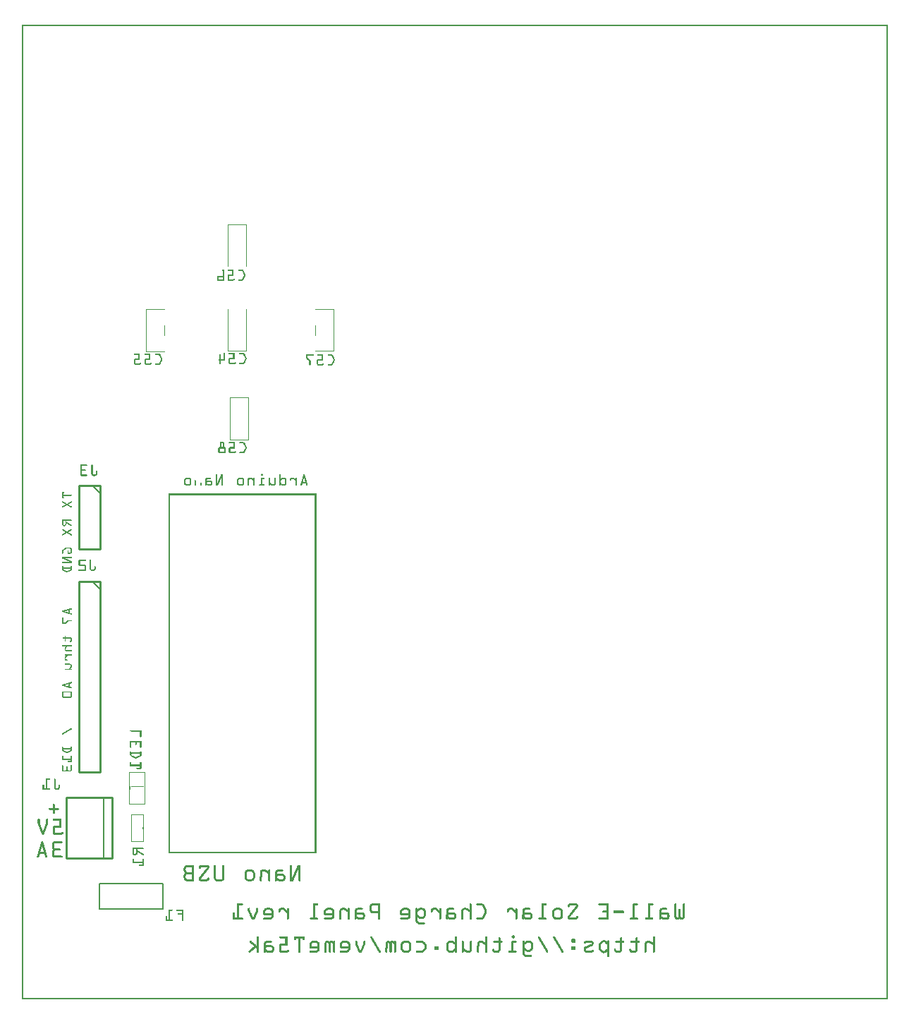
<source format=gbo>
G04 MADE WITH FRITZING*
G04 WWW.FRITZING.ORG*
G04 DOUBLE SIDED*
G04 HOLES PLATED*
G04 CONTOUR ON CENTER OF CONTOUR VECTOR*
%ASAXBY*%
%FSLAX23Y23*%
%MOIN*%
%OFA0B0*%
%SFA1.0B1.0*%
%ADD10C,0.008000*%
%ADD11C,0.010000*%
%ADD12C,0.005000*%
%ADD13R,0.001000X0.001000*%
%LNSILK0*%
G90*
G70*
G54D10*
X368Y428D02*
X668Y428D01*
D02*
X668Y428D02*
X668Y548D01*
D02*
X668Y548D02*
X368Y548D01*
D02*
X368Y548D02*
X368Y428D01*
G54D11*
D02*
X370Y1975D02*
X370Y1075D01*
D02*
X370Y1075D02*
X270Y1075D01*
D02*
X270Y1075D02*
X270Y1975D01*
D02*
X270Y1975D02*
X370Y1975D01*
G54D12*
D02*
X370Y1940D02*
X335Y1975D01*
G54D11*
D02*
X370Y2428D02*
X370Y2128D01*
D02*
X370Y2128D02*
X270Y2128D01*
D02*
X270Y2128D02*
X270Y2428D01*
D02*
X270Y2428D02*
X370Y2428D01*
G54D12*
D02*
X370Y2393D02*
X335Y2428D01*
G54D11*
D02*
X212Y670D02*
X212Y956D01*
D02*
X212Y956D02*
X428Y956D01*
D02*
X428Y956D02*
X428Y670D01*
D02*
X428Y670D02*
X212Y670D01*
G54D12*
D02*
X388Y956D02*
X388Y670D01*
G54D13*
X0Y4606D02*
X4093Y4606D01*
X0Y4605D02*
X4093Y4605D01*
X0Y4604D02*
X4093Y4604D01*
X0Y4603D02*
X4093Y4603D01*
X0Y4602D02*
X4093Y4602D01*
X0Y4601D02*
X4093Y4601D01*
X0Y4600D02*
X4093Y4600D01*
X0Y4599D02*
X4093Y4599D01*
X0Y4598D02*
X7Y4598D01*
X4086Y4598D02*
X4093Y4598D01*
X0Y4597D02*
X7Y4597D01*
X4086Y4597D02*
X4093Y4597D01*
X0Y4596D02*
X7Y4596D01*
X4086Y4596D02*
X4093Y4596D01*
X0Y4595D02*
X7Y4595D01*
X4086Y4595D02*
X4093Y4595D01*
X0Y4594D02*
X7Y4594D01*
X4086Y4594D02*
X4093Y4594D01*
X0Y4593D02*
X7Y4593D01*
X4086Y4593D02*
X4093Y4593D01*
X0Y4592D02*
X7Y4592D01*
X4086Y4592D02*
X4093Y4592D01*
X0Y4591D02*
X7Y4591D01*
X4086Y4591D02*
X4093Y4591D01*
X0Y4590D02*
X7Y4590D01*
X4086Y4590D02*
X4093Y4590D01*
X0Y4589D02*
X7Y4589D01*
X4086Y4589D02*
X4093Y4589D01*
X0Y4588D02*
X7Y4588D01*
X4086Y4588D02*
X4093Y4588D01*
X0Y4587D02*
X7Y4587D01*
X4086Y4587D02*
X4093Y4587D01*
X0Y4586D02*
X7Y4586D01*
X4086Y4586D02*
X4093Y4586D01*
X0Y4585D02*
X7Y4585D01*
X4086Y4585D02*
X4093Y4585D01*
X0Y4584D02*
X7Y4584D01*
X4086Y4584D02*
X4093Y4584D01*
X0Y4583D02*
X7Y4583D01*
X4086Y4583D02*
X4093Y4583D01*
X0Y4582D02*
X7Y4582D01*
X4086Y4582D02*
X4093Y4582D01*
X0Y4581D02*
X7Y4581D01*
X4086Y4581D02*
X4093Y4581D01*
X0Y4580D02*
X7Y4580D01*
X4086Y4580D02*
X4093Y4580D01*
X0Y4579D02*
X7Y4579D01*
X4086Y4579D02*
X4093Y4579D01*
X0Y4578D02*
X7Y4578D01*
X4086Y4578D02*
X4093Y4578D01*
X0Y4577D02*
X7Y4577D01*
X4086Y4577D02*
X4093Y4577D01*
X0Y4576D02*
X7Y4576D01*
X4086Y4576D02*
X4093Y4576D01*
X0Y4575D02*
X7Y4575D01*
X4086Y4575D02*
X4093Y4575D01*
X0Y4574D02*
X7Y4574D01*
X4086Y4574D02*
X4093Y4574D01*
X0Y4573D02*
X7Y4573D01*
X4086Y4573D02*
X4093Y4573D01*
X0Y4572D02*
X7Y4572D01*
X4086Y4572D02*
X4093Y4572D01*
X0Y4571D02*
X7Y4571D01*
X4086Y4571D02*
X4093Y4571D01*
X0Y4570D02*
X7Y4570D01*
X4086Y4570D02*
X4093Y4570D01*
X0Y4569D02*
X7Y4569D01*
X4086Y4569D02*
X4093Y4569D01*
X0Y4568D02*
X7Y4568D01*
X4086Y4568D02*
X4093Y4568D01*
X0Y4567D02*
X7Y4567D01*
X4086Y4567D02*
X4093Y4567D01*
X0Y4566D02*
X7Y4566D01*
X4086Y4566D02*
X4093Y4566D01*
X0Y4565D02*
X7Y4565D01*
X4086Y4565D02*
X4093Y4565D01*
X0Y4564D02*
X7Y4564D01*
X4086Y4564D02*
X4093Y4564D01*
X0Y4563D02*
X7Y4563D01*
X4086Y4563D02*
X4093Y4563D01*
X0Y4562D02*
X7Y4562D01*
X4086Y4562D02*
X4093Y4562D01*
X0Y4561D02*
X7Y4561D01*
X4086Y4561D02*
X4093Y4561D01*
X0Y4560D02*
X7Y4560D01*
X4086Y4560D02*
X4093Y4560D01*
X0Y4559D02*
X7Y4559D01*
X4086Y4559D02*
X4093Y4559D01*
X0Y4558D02*
X7Y4558D01*
X4086Y4558D02*
X4093Y4558D01*
X0Y4557D02*
X7Y4557D01*
X4086Y4557D02*
X4093Y4557D01*
X0Y4556D02*
X7Y4556D01*
X4086Y4556D02*
X4093Y4556D01*
X0Y4555D02*
X7Y4555D01*
X4086Y4555D02*
X4093Y4555D01*
X0Y4554D02*
X7Y4554D01*
X4086Y4554D02*
X4093Y4554D01*
X0Y4553D02*
X7Y4553D01*
X4086Y4553D02*
X4093Y4553D01*
X0Y4552D02*
X7Y4552D01*
X4086Y4552D02*
X4093Y4552D01*
X0Y4551D02*
X7Y4551D01*
X4086Y4551D02*
X4093Y4551D01*
X0Y4550D02*
X7Y4550D01*
X4086Y4550D02*
X4093Y4550D01*
X0Y4549D02*
X7Y4549D01*
X4086Y4549D02*
X4093Y4549D01*
X0Y4548D02*
X7Y4548D01*
X4086Y4548D02*
X4093Y4548D01*
X0Y4547D02*
X7Y4547D01*
X4086Y4547D02*
X4093Y4547D01*
X0Y4546D02*
X7Y4546D01*
X4086Y4546D02*
X4093Y4546D01*
X0Y4545D02*
X7Y4545D01*
X4086Y4545D02*
X4093Y4545D01*
X0Y4544D02*
X7Y4544D01*
X4086Y4544D02*
X4093Y4544D01*
X0Y4543D02*
X7Y4543D01*
X4086Y4543D02*
X4093Y4543D01*
X0Y4542D02*
X7Y4542D01*
X4086Y4542D02*
X4093Y4542D01*
X0Y4541D02*
X7Y4541D01*
X4086Y4541D02*
X4093Y4541D01*
X0Y4540D02*
X7Y4540D01*
X4086Y4540D02*
X4093Y4540D01*
X0Y4539D02*
X7Y4539D01*
X4086Y4539D02*
X4093Y4539D01*
X0Y4538D02*
X7Y4538D01*
X4086Y4538D02*
X4093Y4538D01*
X0Y4537D02*
X7Y4537D01*
X4086Y4537D02*
X4093Y4537D01*
X0Y4536D02*
X7Y4536D01*
X4086Y4536D02*
X4093Y4536D01*
X0Y4535D02*
X7Y4535D01*
X4086Y4535D02*
X4093Y4535D01*
X0Y4534D02*
X7Y4534D01*
X4086Y4534D02*
X4093Y4534D01*
X0Y4533D02*
X7Y4533D01*
X4086Y4533D02*
X4093Y4533D01*
X0Y4532D02*
X7Y4532D01*
X4086Y4532D02*
X4093Y4532D01*
X0Y4531D02*
X7Y4531D01*
X4086Y4531D02*
X4093Y4531D01*
X0Y4530D02*
X7Y4530D01*
X4086Y4530D02*
X4093Y4530D01*
X0Y4529D02*
X7Y4529D01*
X4086Y4529D02*
X4093Y4529D01*
X0Y4528D02*
X7Y4528D01*
X4086Y4528D02*
X4093Y4528D01*
X0Y4527D02*
X7Y4527D01*
X4086Y4527D02*
X4093Y4527D01*
X0Y4526D02*
X7Y4526D01*
X4086Y4526D02*
X4093Y4526D01*
X0Y4525D02*
X7Y4525D01*
X4086Y4525D02*
X4093Y4525D01*
X0Y4524D02*
X7Y4524D01*
X4086Y4524D02*
X4093Y4524D01*
X0Y4523D02*
X7Y4523D01*
X4086Y4523D02*
X4093Y4523D01*
X0Y4522D02*
X7Y4522D01*
X4086Y4522D02*
X4093Y4522D01*
X0Y4521D02*
X7Y4521D01*
X4086Y4521D02*
X4093Y4521D01*
X0Y4520D02*
X7Y4520D01*
X4086Y4520D02*
X4093Y4520D01*
X0Y4519D02*
X7Y4519D01*
X4086Y4519D02*
X4093Y4519D01*
X0Y4518D02*
X7Y4518D01*
X4086Y4518D02*
X4093Y4518D01*
X0Y4517D02*
X7Y4517D01*
X4086Y4517D02*
X4093Y4517D01*
X0Y4516D02*
X7Y4516D01*
X4086Y4516D02*
X4093Y4516D01*
X0Y4515D02*
X7Y4515D01*
X4086Y4515D02*
X4093Y4515D01*
X0Y4514D02*
X7Y4514D01*
X4086Y4514D02*
X4093Y4514D01*
X0Y4513D02*
X7Y4513D01*
X4086Y4513D02*
X4093Y4513D01*
X0Y4512D02*
X7Y4512D01*
X4086Y4512D02*
X4093Y4512D01*
X0Y4511D02*
X7Y4511D01*
X4086Y4511D02*
X4093Y4511D01*
X0Y4510D02*
X7Y4510D01*
X4086Y4510D02*
X4093Y4510D01*
X0Y4509D02*
X7Y4509D01*
X4086Y4509D02*
X4093Y4509D01*
X0Y4508D02*
X7Y4508D01*
X4086Y4508D02*
X4093Y4508D01*
X0Y4507D02*
X7Y4507D01*
X4086Y4507D02*
X4093Y4507D01*
X0Y4506D02*
X7Y4506D01*
X4086Y4506D02*
X4093Y4506D01*
X0Y4505D02*
X7Y4505D01*
X4086Y4505D02*
X4093Y4505D01*
X0Y4504D02*
X7Y4504D01*
X4086Y4504D02*
X4093Y4504D01*
X0Y4503D02*
X7Y4503D01*
X4086Y4503D02*
X4093Y4503D01*
X0Y4502D02*
X7Y4502D01*
X4086Y4502D02*
X4093Y4502D01*
X0Y4501D02*
X7Y4501D01*
X4086Y4501D02*
X4093Y4501D01*
X0Y4500D02*
X7Y4500D01*
X4086Y4500D02*
X4093Y4500D01*
X0Y4499D02*
X7Y4499D01*
X4086Y4499D02*
X4093Y4499D01*
X0Y4498D02*
X7Y4498D01*
X4086Y4498D02*
X4093Y4498D01*
X0Y4497D02*
X7Y4497D01*
X4086Y4497D02*
X4093Y4497D01*
X0Y4496D02*
X7Y4496D01*
X4086Y4496D02*
X4093Y4496D01*
X0Y4495D02*
X7Y4495D01*
X4086Y4495D02*
X4093Y4495D01*
X0Y4494D02*
X7Y4494D01*
X4086Y4494D02*
X4093Y4494D01*
X0Y4493D02*
X7Y4493D01*
X4086Y4493D02*
X4093Y4493D01*
X0Y4492D02*
X7Y4492D01*
X4086Y4492D02*
X4093Y4492D01*
X0Y4491D02*
X7Y4491D01*
X4086Y4491D02*
X4093Y4491D01*
X0Y4490D02*
X7Y4490D01*
X4086Y4490D02*
X4093Y4490D01*
X0Y4489D02*
X7Y4489D01*
X4086Y4489D02*
X4093Y4489D01*
X0Y4488D02*
X7Y4488D01*
X4086Y4488D02*
X4093Y4488D01*
X0Y4487D02*
X7Y4487D01*
X4086Y4487D02*
X4093Y4487D01*
X0Y4486D02*
X7Y4486D01*
X4086Y4486D02*
X4093Y4486D01*
X0Y4485D02*
X7Y4485D01*
X4086Y4485D02*
X4093Y4485D01*
X0Y4484D02*
X7Y4484D01*
X4086Y4484D02*
X4093Y4484D01*
X0Y4483D02*
X7Y4483D01*
X4086Y4483D02*
X4093Y4483D01*
X0Y4482D02*
X7Y4482D01*
X4086Y4482D02*
X4093Y4482D01*
X0Y4481D02*
X7Y4481D01*
X4086Y4481D02*
X4093Y4481D01*
X0Y4480D02*
X7Y4480D01*
X4086Y4480D02*
X4093Y4480D01*
X0Y4479D02*
X7Y4479D01*
X4086Y4479D02*
X4093Y4479D01*
X0Y4478D02*
X7Y4478D01*
X4086Y4478D02*
X4093Y4478D01*
X0Y4477D02*
X7Y4477D01*
X4086Y4477D02*
X4093Y4477D01*
X0Y4476D02*
X7Y4476D01*
X4086Y4476D02*
X4093Y4476D01*
X0Y4475D02*
X7Y4475D01*
X4086Y4475D02*
X4093Y4475D01*
X0Y4474D02*
X7Y4474D01*
X4086Y4474D02*
X4093Y4474D01*
X0Y4473D02*
X7Y4473D01*
X4086Y4473D02*
X4093Y4473D01*
X0Y4472D02*
X7Y4472D01*
X4086Y4472D02*
X4093Y4472D01*
X0Y4471D02*
X7Y4471D01*
X4086Y4471D02*
X4093Y4471D01*
X0Y4470D02*
X7Y4470D01*
X4086Y4470D02*
X4093Y4470D01*
X0Y4469D02*
X7Y4469D01*
X4086Y4469D02*
X4093Y4469D01*
X0Y4468D02*
X7Y4468D01*
X4086Y4468D02*
X4093Y4468D01*
X0Y4467D02*
X7Y4467D01*
X4086Y4467D02*
X4093Y4467D01*
X0Y4466D02*
X7Y4466D01*
X4086Y4466D02*
X4093Y4466D01*
X0Y4465D02*
X7Y4465D01*
X4086Y4465D02*
X4093Y4465D01*
X0Y4464D02*
X7Y4464D01*
X4086Y4464D02*
X4093Y4464D01*
X0Y4463D02*
X7Y4463D01*
X4086Y4463D02*
X4093Y4463D01*
X0Y4462D02*
X7Y4462D01*
X4086Y4462D02*
X4093Y4462D01*
X0Y4461D02*
X7Y4461D01*
X4086Y4461D02*
X4093Y4461D01*
X0Y4460D02*
X7Y4460D01*
X4086Y4460D02*
X4093Y4460D01*
X0Y4459D02*
X7Y4459D01*
X4086Y4459D02*
X4093Y4459D01*
X0Y4458D02*
X7Y4458D01*
X4086Y4458D02*
X4093Y4458D01*
X0Y4457D02*
X7Y4457D01*
X4086Y4457D02*
X4093Y4457D01*
X0Y4456D02*
X7Y4456D01*
X4086Y4456D02*
X4093Y4456D01*
X0Y4455D02*
X7Y4455D01*
X4086Y4455D02*
X4093Y4455D01*
X0Y4454D02*
X7Y4454D01*
X4086Y4454D02*
X4093Y4454D01*
X0Y4453D02*
X7Y4453D01*
X4086Y4453D02*
X4093Y4453D01*
X0Y4452D02*
X7Y4452D01*
X4086Y4452D02*
X4093Y4452D01*
X0Y4451D02*
X7Y4451D01*
X4086Y4451D02*
X4093Y4451D01*
X0Y4450D02*
X7Y4450D01*
X4086Y4450D02*
X4093Y4450D01*
X0Y4449D02*
X7Y4449D01*
X4086Y4449D02*
X4093Y4449D01*
X0Y4448D02*
X7Y4448D01*
X4086Y4448D02*
X4093Y4448D01*
X0Y4447D02*
X7Y4447D01*
X4086Y4447D02*
X4093Y4447D01*
X0Y4446D02*
X7Y4446D01*
X4086Y4446D02*
X4093Y4446D01*
X0Y4445D02*
X7Y4445D01*
X4086Y4445D02*
X4093Y4445D01*
X0Y4444D02*
X7Y4444D01*
X4086Y4444D02*
X4093Y4444D01*
X0Y4443D02*
X7Y4443D01*
X4086Y4443D02*
X4093Y4443D01*
X0Y4442D02*
X7Y4442D01*
X4086Y4442D02*
X4093Y4442D01*
X0Y4441D02*
X7Y4441D01*
X4086Y4441D02*
X4093Y4441D01*
X0Y4440D02*
X7Y4440D01*
X4086Y4440D02*
X4093Y4440D01*
X0Y4439D02*
X7Y4439D01*
X4086Y4439D02*
X4093Y4439D01*
X0Y4438D02*
X7Y4438D01*
X4086Y4438D02*
X4093Y4438D01*
X0Y4437D02*
X7Y4437D01*
X4086Y4437D02*
X4093Y4437D01*
X0Y4436D02*
X7Y4436D01*
X4086Y4436D02*
X4093Y4436D01*
X0Y4435D02*
X7Y4435D01*
X4086Y4435D02*
X4093Y4435D01*
X0Y4434D02*
X7Y4434D01*
X4086Y4434D02*
X4093Y4434D01*
X0Y4433D02*
X7Y4433D01*
X4086Y4433D02*
X4093Y4433D01*
X0Y4432D02*
X7Y4432D01*
X4086Y4432D02*
X4093Y4432D01*
X0Y4431D02*
X7Y4431D01*
X4086Y4431D02*
X4093Y4431D01*
X0Y4430D02*
X7Y4430D01*
X4086Y4430D02*
X4093Y4430D01*
X0Y4429D02*
X7Y4429D01*
X4086Y4429D02*
X4093Y4429D01*
X0Y4428D02*
X7Y4428D01*
X4086Y4428D02*
X4093Y4428D01*
X0Y4427D02*
X7Y4427D01*
X4086Y4427D02*
X4093Y4427D01*
X0Y4426D02*
X7Y4426D01*
X4086Y4426D02*
X4093Y4426D01*
X0Y4425D02*
X7Y4425D01*
X4086Y4425D02*
X4093Y4425D01*
X0Y4424D02*
X7Y4424D01*
X4086Y4424D02*
X4093Y4424D01*
X0Y4423D02*
X7Y4423D01*
X4086Y4423D02*
X4093Y4423D01*
X0Y4422D02*
X7Y4422D01*
X4086Y4422D02*
X4093Y4422D01*
X0Y4421D02*
X7Y4421D01*
X4086Y4421D02*
X4093Y4421D01*
X0Y4420D02*
X7Y4420D01*
X4086Y4420D02*
X4093Y4420D01*
X0Y4419D02*
X7Y4419D01*
X4086Y4419D02*
X4093Y4419D01*
X0Y4418D02*
X7Y4418D01*
X4086Y4418D02*
X4093Y4418D01*
X0Y4417D02*
X7Y4417D01*
X4086Y4417D02*
X4093Y4417D01*
X0Y4416D02*
X7Y4416D01*
X4086Y4416D02*
X4093Y4416D01*
X0Y4415D02*
X7Y4415D01*
X4086Y4415D02*
X4093Y4415D01*
X0Y4414D02*
X7Y4414D01*
X4086Y4414D02*
X4093Y4414D01*
X0Y4413D02*
X7Y4413D01*
X4086Y4413D02*
X4093Y4413D01*
X0Y4412D02*
X7Y4412D01*
X4086Y4412D02*
X4093Y4412D01*
X0Y4411D02*
X7Y4411D01*
X4086Y4411D02*
X4093Y4411D01*
X0Y4410D02*
X7Y4410D01*
X4086Y4410D02*
X4093Y4410D01*
X0Y4409D02*
X7Y4409D01*
X4086Y4409D02*
X4093Y4409D01*
X0Y4408D02*
X7Y4408D01*
X4086Y4408D02*
X4093Y4408D01*
X0Y4407D02*
X7Y4407D01*
X4086Y4407D02*
X4093Y4407D01*
X0Y4406D02*
X7Y4406D01*
X4086Y4406D02*
X4093Y4406D01*
X0Y4405D02*
X7Y4405D01*
X4086Y4405D02*
X4093Y4405D01*
X0Y4404D02*
X7Y4404D01*
X4086Y4404D02*
X4093Y4404D01*
X0Y4403D02*
X7Y4403D01*
X4086Y4403D02*
X4093Y4403D01*
X0Y4402D02*
X7Y4402D01*
X4086Y4402D02*
X4093Y4402D01*
X0Y4401D02*
X7Y4401D01*
X4086Y4401D02*
X4093Y4401D01*
X0Y4400D02*
X7Y4400D01*
X4086Y4400D02*
X4093Y4400D01*
X0Y4399D02*
X7Y4399D01*
X4086Y4399D02*
X4093Y4399D01*
X0Y4398D02*
X7Y4398D01*
X4086Y4398D02*
X4093Y4398D01*
X0Y4397D02*
X7Y4397D01*
X4086Y4397D02*
X4093Y4397D01*
X0Y4396D02*
X7Y4396D01*
X4086Y4396D02*
X4093Y4396D01*
X0Y4395D02*
X7Y4395D01*
X4086Y4395D02*
X4093Y4395D01*
X0Y4394D02*
X7Y4394D01*
X4086Y4394D02*
X4093Y4394D01*
X0Y4393D02*
X7Y4393D01*
X4086Y4393D02*
X4093Y4393D01*
X0Y4392D02*
X7Y4392D01*
X4086Y4392D02*
X4093Y4392D01*
X0Y4391D02*
X7Y4391D01*
X4086Y4391D02*
X4093Y4391D01*
X0Y4390D02*
X7Y4390D01*
X4086Y4390D02*
X4093Y4390D01*
X0Y4389D02*
X7Y4389D01*
X4086Y4389D02*
X4093Y4389D01*
X0Y4388D02*
X7Y4388D01*
X4086Y4388D02*
X4093Y4388D01*
X0Y4387D02*
X7Y4387D01*
X4086Y4387D02*
X4093Y4387D01*
X0Y4386D02*
X7Y4386D01*
X4086Y4386D02*
X4093Y4386D01*
X0Y4385D02*
X7Y4385D01*
X4086Y4385D02*
X4093Y4385D01*
X0Y4384D02*
X7Y4384D01*
X4086Y4384D02*
X4093Y4384D01*
X0Y4383D02*
X7Y4383D01*
X4086Y4383D02*
X4093Y4383D01*
X0Y4382D02*
X7Y4382D01*
X4086Y4382D02*
X4093Y4382D01*
X0Y4381D02*
X7Y4381D01*
X4086Y4381D02*
X4093Y4381D01*
X0Y4380D02*
X7Y4380D01*
X4086Y4380D02*
X4093Y4380D01*
X0Y4379D02*
X7Y4379D01*
X4086Y4379D02*
X4093Y4379D01*
X0Y4378D02*
X7Y4378D01*
X4086Y4378D02*
X4093Y4378D01*
X0Y4377D02*
X7Y4377D01*
X4086Y4377D02*
X4093Y4377D01*
X0Y4376D02*
X7Y4376D01*
X4086Y4376D02*
X4093Y4376D01*
X0Y4375D02*
X7Y4375D01*
X4086Y4375D02*
X4093Y4375D01*
X0Y4374D02*
X7Y4374D01*
X4086Y4374D02*
X4093Y4374D01*
X0Y4373D02*
X7Y4373D01*
X4086Y4373D02*
X4093Y4373D01*
X0Y4372D02*
X7Y4372D01*
X4086Y4372D02*
X4093Y4372D01*
X0Y4371D02*
X7Y4371D01*
X4086Y4371D02*
X4093Y4371D01*
X0Y4370D02*
X7Y4370D01*
X4086Y4370D02*
X4093Y4370D01*
X0Y4369D02*
X7Y4369D01*
X4086Y4369D02*
X4093Y4369D01*
X0Y4368D02*
X7Y4368D01*
X4086Y4368D02*
X4093Y4368D01*
X0Y4367D02*
X7Y4367D01*
X4086Y4367D02*
X4093Y4367D01*
X0Y4366D02*
X7Y4366D01*
X4086Y4366D02*
X4093Y4366D01*
X0Y4365D02*
X7Y4365D01*
X4086Y4365D02*
X4093Y4365D01*
X0Y4364D02*
X7Y4364D01*
X4086Y4364D02*
X4093Y4364D01*
X0Y4363D02*
X7Y4363D01*
X4086Y4363D02*
X4093Y4363D01*
X0Y4362D02*
X7Y4362D01*
X4086Y4362D02*
X4093Y4362D01*
X0Y4361D02*
X7Y4361D01*
X4086Y4361D02*
X4093Y4361D01*
X0Y4360D02*
X7Y4360D01*
X4086Y4360D02*
X4093Y4360D01*
X0Y4359D02*
X7Y4359D01*
X4086Y4359D02*
X4093Y4359D01*
X0Y4358D02*
X7Y4358D01*
X4086Y4358D02*
X4093Y4358D01*
X0Y4357D02*
X7Y4357D01*
X4086Y4357D02*
X4093Y4357D01*
X0Y4356D02*
X7Y4356D01*
X4086Y4356D02*
X4093Y4356D01*
X0Y4355D02*
X7Y4355D01*
X4086Y4355D02*
X4093Y4355D01*
X0Y4354D02*
X7Y4354D01*
X4086Y4354D02*
X4093Y4354D01*
X0Y4353D02*
X7Y4353D01*
X4086Y4353D02*
X4093Y4353D01*
X0Y4352D02*
X7Y4352D01*
X4086Y4352D02*
X4093Y4352D01*
X0Y4351D02*
X7Y4351D01*
X4086Y4351D02*
X4093Y4351D01*
X0Y4350D02*
X7Y4350D01*
X4086Y4350D02*
X4093Y4350D01*
X0Y4349D02*
X7Y4349D01*
X4086Y4349D02*
X4093Y4349D01*
X0Y4348D02*
X7Y4348D01*
X4086Y4348D02*
X4093Y4348D01*
X0Y4347D02*
X7Y4347D01*
X4086Y4347D02*
X4093Y4347D01*
X0Y4346D02*
X7Y4346D01*
X4086Y4346D02*
X4093Y4346D01*
X0Y4345D02*
X7Y4345D01*
X4086Y4345D02*
X4093Y4345D01*
X0Y4344D02*
X7Y4344D01*
X4086Y4344D02*
X4093Y4344D01*
X0Y4343D02*
X7Y4343D01*
X4086Y4343D02*
X4093Y4343D01*
X0Y4342D02*
X7Y4342D01*
X4086Y4342D02*
X4093Y4342D01*
X0Y4341D02*
X7Y4341D01*
X4086Y4341D02*
X4093Y4341D01*
X0Y4340D02*
X7Y4340D01*
X4086Y4340D02*
X4093Y4340D01*
X0Y4339D02*
X7Y4339D01*
X4086Y4339D02*
X4093Y4339D01*
X0Y4338D02*
X7Y4338D01*
X4086Y4338D02*
X4093Y4338D01*
X0Y4337D02*
X7Y4337D01*
X4086Y4337D02*
X4093Y4337D01*
X0Y4336D02*
X7Y4336D01*
X4086Y4336D02*
X4093Y4336D01*
X0Y4335D02*
X7Y4335D01*
X4086Y4335D02*
X4093Y4335D01*
X0Y4334D02*
X7Y4334D01*
X4086Y4334D02*
X4093Y4334D01*
X0Y4333D02*
X7Y4333D01*
X4086Y4333D02*
X4093Y4333D01*
X0Y4332D02*
X7Y4332D01*
X4086Y4332D02*
X4093Y4332D01*
X0Y4331D02*
X7Y4331D01*
X4086Y4331D02*
X4093Y4331D01*
X0Y4330D02*
X7Y4330D01*
X4086Y4330D02*
X4093Y4330D01*
X0Y4329D02*
X7Y4329D01*
X4086Y4329D02*
X4093Y4329D01*
X0Y4328D02*
X7Y4328D01*
X4086Y4328D02*
X4093Y4328D01*
X0Y4327D02*
X7Y4327D01*
X4086Y4327D02*
X4093Y4327D01*
X0Y4326D02*
X7Y4326D01*
X4086Y4326D02*
X4093Y4326D01*
X0Y4325D02*
X7Y4325D01*
X4086Y4325D02*
X4093Y4325D01*
X0Y4324D02*
X7Y4324D01*
X4086Y4324D02*
X4093Y4324D01*
X0Y4323D02*
X7Y4323D01*
X4086Y4323D02*
X4093Y4323D01*
X0Y4322D02*
X7Y4322D01*
X4086Y4322D02*
X4093Y4322D01*
X0Y4321D02*
X7Y4321D01*
X4086Y4321D02*
X4093Y4321D01*
X0Y4320D02*
X7Y4320D01*
X4086Y4320D02*
X4093Y4320D01*
X0Y4319D02*
X7Y4319D01*
X4086Y4319D02*
X4093Y4319D01*
X0Y4318D02*
X7Y4318D01*
X4086Y4318D02*
X4093Y4318D01*
X0Y4317D02*
X7Y4317D01*
X4086Y4317D02*
X4093Y4317D01*
X0Y4316D02*
X7Y4316D01*
X4086Y4316D02*
X4093Y4316D01*
X0Y4315D02*
X7Y4315D01*
X4086Y4315D02*
X4093Y4315D01*
X0Y4314D02*
X7Y4314D01*
X4086Y4314D02*
X4093Y4314D01*
X0Y4313D02*
X7Y4313D01*
X4086Y4313D02*
X4093Y4313D01*
X0Y4312D02*
X7Y4312D01*
X4086Y4312D02*
X4093Y4312D01*
X0Y4311D02*
X7Y4311D01*
X4086Y4311D02*
X4093Y4311D01*
X0Y4310D02*
X7Y4310D01*
X4086Y4310D02*
X4093Y4310D01*
X0Y4309D02*
X7Y4309D01*
X4086Y4309D02*
X4093Y4309D01*
X0Y4308D02*
X7Y4308D01*
X4086Y4308D02*
X4093Y4308D01*
X0Y4307D02*
X7Y4307D01*
X4086Y4307D02*
X4093Y4307D01*
X0Y4306D02*
X7Y4306D01*
X4086Y4306D02*
X4093Y4306D01*
X0Y4305D02*
X7Y4305D01*
X4086Y4305D02*
X4093Y4305D01*
X0Y4304D02*
X7Y4304D01*
X4086Y4304D02*
X4093Y4304D01*
X0Y4303D02*
X7Y4303D01*
X4086Y4303D02*
X4093Y4303D01*
X0Y4302D02*
X7Y4302D01*
X4086Y4302D02*
X4093Y4302D01*
X0Y4301D02*
X7Y4301D01*
X4086Y4301D02*
X4093Y4301D01*
X0Y4300D02*
X7Y4300D01*
X4086Y4300D02*
X4093Y4300D01*
X0Y4299D02*
X7Y4299D01*
X4086Y4299D02*
X4093Y4299D01*
X0Y4298D02*
X7Y4298D01*
X4086Y4298D02*
X4093Y4298D01*
X0Y4297D02*
X7Y4297D01*
X4086Y4297D02*
X4093Y4297D01*
X0Y4296D02*
X7Y4296D01*
X4086Y4296D02*
X4093Y4296D01*
X0Y4295D02*
X7Y4295D01*
X4086Y4295D02*
X4093Y4295D01*
X0Y4294D02*
X7Y4294D01*
X4086Y4294D02*
X4093Y4294D01*
X0Y4293D02*
X7Y4293D01*
X4086Y4293D02*
X4093Y4293D01*
X0Y4292D02*
X7Y4292D01*
X4086Y4292D02*
X4093Y4292D01*
X0Y4291D02*
X7Y4291D01*
X4086Y4291D02*
X4093Y4291D01*
X0Y4290D02*
X7Y4290D01*
X4086Y4290D02*
X4093Y4290D01*
X0Y4289D02*
X7Y4289D01*
X4086Y4289D02*
X4093Y4289D01*
X0Y4288D02*
X7Y4288D01*
X4086Y4288D02*
X4093Y4288D01*
X0Y4287D02*
X7Y4287D01*
X4086Y4287D02*
X4093Y4287D01*
X0Y4286D02*
X7Y4286D01*
X4086Y4286D02*
X4093Y4286D01*
X0Y4285D02*
X7Y4285D01*
X4086Y4285D02*
X4093Y4285D01*
X0Y4284D02*
X7Y4284D01*
X4086Y4284D02*
X4093Y4284D01*
X0Y4283D02*
X7Y4283D01*
X4086Y4283D02*
X4093Y4283D01*
X0Y4282D02*
X7Y4282D01*
X4086Y4282D02*
X4093Y4282D01*
X0Y4281D02*
X7Y4281D01*
X4086Y4281D02*
X4093Y4281D01*
X0Y4280D02*
X7Y4280D01*
X4086Y4280D02*
X4093Y4280D01*
X0Y4279D02*
X7Y4279D01*
X4086Y4279D02*
X4093Y4279D01*
X0Y4278D02*
X7Y4278D01*
X4086Y4278D02*
X4093Y4278D01*
X0Y4277D02*
X7Y4277D01*
X4086Y4277D02*
X4093Y4277D01*
X0Y4276D02*
X7Y4276D01*
X4086Y4276D02*
X4093Y4276D01*
X0Y4275D02*
X7Y4275D01*
X4086Y4275D02*
X4093Y4275D01*
X0Y4274D02*
X7Y4274D01*
X4086Y4274D02*
X4093Y4274D01*
X0Y4273D02*
X7Y4273D01*
X4086Y4273D02*
X4093Y4273D01*
X0Y4272D02*
X7Y4272D01*
X4086Y4272D02*
X4093Y4272D01*
X0Y4271D02*
X7Y4271D01*
X4086Y4271D02*
X4093Y4271D01*
X0Y4270D02*
X7Y4270D01*
X4086Y4270D02*
X4093Y4270D01*
X0Y4269D02*
X7Y4269D01*
X4086Y4269D02*
X4093Y4269D01*
X0Y4268D02*
X7Y4268D01*
X4086Y4268D02*
X4093Y4268D01*
X0Y4267D02*
X7Y4267D01*
X4086Y4267D02*
X4093Y4267D01*
X0Y4266D02*
X7Y4266D01*
X4086Y4266D02*
X4093Y4266D01*
X0Y4265D02*
X7Y4265D01*
X4086Y4265D02*
X4093Y4265D01*
X0Y4264D02*
X7Y4264D01*
X4086Y4264D02*
X4093Y4264D01*
X0Y4263D02*
X7Y4263D01*
X4086Y4263D02*
X4093Y4263D01*
X0Y4262D02*
X7Y4262D01*
X4086Y4262D02*
X4093Y4262D01*
X0Y4261D02*
X7Y4261D01*
X4086Y4261D02*
X4093Y4261D01*
X0Y4260D02*
X7Y4260D01*
X4086Y4260D02*
X4093Y4260D01*
X0Y4259D02*
X7Y4259D01*
X4086Y4259D02*
X4093Y4259D01*
X0Y4258D02*
X7Y4258D01*
X4086Y4258D02*
X4093Y4258D01*
X0Y4257D02*
X7Y4257D01*
X4086Y4257D02*
X4093Y4257D01*
X0Y4256D02*
X7Y4256D01*
X4086Y4256D02*
X4093Y4256D01*
X0Y4255D02*
X7Y4255D01*
X4086Y4255D02*
X4093Y4255D01*
X0Y4254D02*
X7Y4254D01*
X4086Y4254D02*
X4093Y4254D01*
X0Y4253D02*
X7Y4253D01*
X4086Y4253D02*
X4093Y4253D01*
X0Y4252D02*
X7Y4252D01*
X4086Y4252D02*
X4093Y4252D01*
X0Y4251D02*
X7Y4251D01*
X4086Y4251D02*
X4093Y4251D01*
X0Y4250D02*
X7Y4250D01*
X4086Y4250D02*
X4093Y4250D01*
X0Y4249D02*
X7Y4249D01*
X4086Y4249D02*
X4093Y4249D01*
X0Y4248D02*
X7Y4248D01*
X4086Y4248D02*
X4093Y4248D01*
X0Y4247D02*
X7Y4247D01*
X4086Y4247D02*
X4093Y4247D01*
X0Y4246D02*
X7Y4246D01*
X4086Y4246D02*
X4093Y4246D01*
X0Y4245D02*
X7Y4245D01*
X4086Y4245D02*
X4093Y4245D01*
X0Y4244D02*
X7Y4244D01*
X4086Y4244D02*
X4093Y4244D01*
X0Y4243D02*
X7Y4243D01*
X4086Y4243D02*
X4093Y4243D01*
X0Y4242D02*
X7Y4242D01*
X4086Y4242D02*
X4093Y4242D01*
X0Y4241D02*
X7Y4241D01*
X4086Y4241D02*
X4093Y4241D01*
X0Y4240D02*
X7Y4240D01*
X4086Y4240D02*
X4093Y4240D01*
X0Y4239D02*
X7Y4239D01*
X4086Y4239D02*
X4093Y4239D01*
X0Y4238D02*
X7Y4238D01*
X4086Y4238D02*
X4093Y4238D01*
X0Y4237D02*
X7Y4237D01*
X4086Y4237D02*
X4093Y4237D01*
X0Y4236D02*
X7Y4236D01*
X4086Y4236D02*
X4093Y4236D01*
X0Y4235D02*
X7Y4235D01*
X4086Y4235D02*
X4093Y4235D01*
X0Y4234D02*
X7Y4234D01*
X4086Y4234D02*
X4093Y4234D01*
X0Y4233D02*
X7Y4233D01*
X4086Y4233D02*
X4093Y4233D01*
X0Y4232D02*
X7Y4232D01*
X4086Y4232D02*
X4093Y4232D01*
X0Y4231D02*
X7Y4231D01*
X4086Y4231D02*
X4093Y4231D01*
X0Y4230D02*
X7Y4230D01*
X4086Y4230D02*
X4093Y4230D01*
X0Y4229D02*
X7Y4229D01*
X4086Y4229D02*
X4093Y4229D01*
X0Y4228D02*
X7Y4228D01*
X4086Y4228D02*
X4093Y4228D01*
X0Y4227D02*
X7Y4227D01*
X4086Y4227D02*
X4093Y4227D01*
X0Y4226D02*
X7Y4226D01*
X4086Y4226D02*
X4093Y4226D01*
X0Y4225D02*
X7Y4225D01*
X4086Y4225D02*
X4093Y4225D01*
X0Y4224D02*
X7Y4224D01*
X4086Y4224D02*
X4093Y4224D01*
X0Y4223D02*
X7Y4223D01*
X4086Y4223D02*
X4093Y4223D01*
X0Y4222D02*
X7Y4222D01*
X4086Y4222D02*
X4093Y4222D01*
X0Y4221D02*
X7Y4221D01*
X4086Y4221D02*
X4093Y4221D01*
X0Y4220D02*
X7Y4220D01*
X4086Y4220D02*
X4093Y4220D01*
X0Y4219D02*
X7Y4219D01*
X4086Y4219D02*
X4093Y4219D01*
X0Y4218D02*
X7Y4218D01*
X4086Y4218D02*
X4093Y4218D01*
X0Y4217D02*
X7Y4217D01*
X4086Y4217D02*
X4093Y4217D01*
X0Y4216D02*
X7Y4216D01*
X4086Y4216D02*
X4093Y4216D01*
X0Y4215D02*
X7Y4215D01*
X4086Y4215D02*
X4093Y4215D01*
X0Y4214D02*
X7Y4214D01*
X4086Y4214D02*
X4093Y4214D01*
X0Y4213D02*
X7Y4213D01*
X4086Y4213D02*
X4093Y4213D01*
X0Y4212D02*
X7Y4212D01*
X4086Y4212D02*
X4093Y4212D01*
X0Y4211D02*
X7Y4211D01*
X4086Y4211D02*
X4093Y4211D01*
X0Y4210D02*
X7Y4210D01*
X4086Y4210D02*
X4093Y4210D01*
X0Y4209D02*
X7Y4209D01*
X4086Y4209D02*
X4093Y4209D01*
X0Y4208D02*
X7Y4208D01*
X4086Y4208D02*
X4093Y4208D01*
X0Y4207D02*
X7Y4207D01*
X4086Y4207D02*
X4093Y4207D01*
X0Y4206D02*
X7Y4206D01*
X4086Y4206D02*
X4093Y4206D01*
X0Y4205D02*
X7Y4205D01*
X4086Y4205D02*
X4093Y4205D01*
X0Y4204D02*
X7Y4204D01*
X4086Y4204D02*
X4093Y4204D01*
X0Y4203D02*
X7Y4203D01*
X4086Y4203D02*
X4093Y4203D01*
X0Y4202D02*
X7Y4202D01*
X4086Y4202D02*
X4093Y4202D01*
X0Y4201D02*
X7Y4201D01*
X4086Y4201D02*
X4093Y4201D01*
X0Y4200D02*
X7Y4200D01*
X4086Y4200D02*
X4093Y4200D01*
X0Y4199D02*
X7Y4199D01*
X4086Y4199D02*
X4093Y4199D01*
X0Y4198D02*
X7Y4198D01*
X4086Y4198D02*
X4093Y4198D01*
X0Y4197D02*
X7Y4197D01*
X4086Y4197D02*
X4093Y4197D01*
X0Y4196D02*
X7Y4196D01*
X4086Y4196D02*
X4093Y4196D01*
X0Y4195D02*
X7Y4195D01*
X4086Y4195D02*
X4093Y4195D01*
X0Y4194D02*
X7Y4194D01*
X4086Y4194D02*
X4093Y4194D01*
X0Y4193D02*
X7Y4193D01*
X4086Y4193D02*
X4093Y4193D01*
X0Y4192D02*
X7Y4192D01*
X4086Y4192D02*
X4093Y4192D01*
X0Y4191D02*
X7Y4191D01*
X4086Y4191D02*
X4093Y4191D01*
X0Y4190D02*
X7Y4190D01*
X4086Y4190D02*
X4093Y4190D01*
X0Y4189D02*
X7Y4189D01*
X4086Y4189D02*
X4093Y4189D01*
X0Y4188D02*
X7Y4188D01*
X4086Y4188D02*
X4093Y4188D01*
X0Y4187D02*
X7Y4187D01*
X4086Y4187D02*
X4093Y4187D01*
X0Y4186D02*
X7Y4186D01*
X4086Y4186D02*
X4093Y4186D01*
X0Y4185D02*
X7Y4185D01*
X4086Y4185D02*
X4093Y4185D01*
X0Y4184D02*
X7Y4184D01*
X4086Y4184D02*
X4093Y4184D01*
X0Y4183D02*
X7Y4183D01*
X4086Y4183D02*
X4093Y4183D01*
X0Y4182D02*
X7Y4182D01*
X4086Y4182D02*
X4093Y4182D01*
X0Y4181D02*
X7Y4181D01*
X4086Y4181D02*
X4093Y4181D01*
X0Y4180D02*
X7Y4180D01*
X4086Y4180D02*
X4093Y4180D01*
X0Y4179D02*
X7Y4179D01*
X4086Y4179D02*
X4093Y4179D01*
X0Y4178D02*
X7Y4178D01*
X4086Y4178D02*
X4093Y4178D01*
X0Y4177D02*
X7Y4177D01*
X4086Y4177D02*
X4093Y4177D01*
X0Y4176D02*
X7Y4176D01*
X4086Y4176D02*
X4093Y4176D01*
X0Y4175D02*
X7Y4175D01*
X4086Y4175D02*
X4093Y4175D01*
X0Y4174D02*
X7Y4174D01*
X4086Y4174D02*
X4093Y4174D01*
X0Y4173D02*
X7Y4173D01*
X4086Y4173D02*
X4093Y4173D01*
X0Y4172D02*
X7Y4172D01*
X4086Y4172D02*
X4093Y4172D01*
X0Y4171D02*
X7Y4171D01*
X4086Y4171D02*
X4093Y4171D01*
X0Y4170D02*
X7Y4170D01*
X4086Y4170D02*
X4093Y4170D01*
X0Y4169D02*
X7Y4169D01*
X4086Y4169D02*
X4093Y4169D01*
X0Y4168D02*
X7Y4168D01*
X4086Y4168D02*
X4093Y4168D01*
X0Y4167D02*
X7Y4167D01*
X4086Y4167D02*
X4093Y4167D01*
X0Y4166D02*
X7Y4166D01*
X4086Y4166D02*
X4093Y4166D01*
X0Y4165D02*
X7Y4165D01*
X4086Y4165D02*
X4093Y4165D01*
X0Y4164D02*
X7Y4164D01*
X4086Y4164D02*
X4093Y4164D01*
X0Y4163D02*
X7Y4163D01*
X4086Y4163D02*
X4093Y4163D01*
X0Y4162D02*
X7Y4162D01*
X4086Y4162D02*
X4093Y4162D01*
X0Y4161D02*
X7Y4161D01*
X4086Y4161D02*
X4093Y4161D01*
X0Y4160D02*
X7Y4160D01*
X4086Y4160D02*
X4093Y4160D01*
X0Y4159D02*
X7Y4159D01*
X4086Y4159D02*
X4093Y4159D01*
X0Y4158D02*
X7Y4158D01*
X4086Y4158D02*
X4093Y4158D01*
X0Y4157D02*
X7Y4157D01*
X4086Y4157D02*
X4093Y4157D01*
X0Y4156D02*
X7Y4156D01*
X4086Y4156D02*
X4093Y4156D01*
X0Y4155D02*
X7Y4155D01*
X4086Y4155D02*
X4093Y4155D01*
X0Y4154D02*
X7Y4154D01*
X4086Y4154D02*
X4093Y4154D01*
X0Y4153D02*
X7Y4153D01*
X4086Y4153D02*
X4093Y4153D01*
X0Y4152D02*
X7Y4152D01*
X4086Y4152D02*
X4093Y4152D01*
X0Y4151D02*
X7Y4151D01*
X4086Y4151D02*
X4093Y4151D01*
X0Y4150D02*
X7Y4150D01*
X4086Y4150D02*
X4093Y4150D01*
X0Y4149D02*
X7Y4149D01*
X4086Y4149D02*
X4093Y4149D01*
X0Y4148D02*
X7Y4148D01*
X4086Y4148D02*
X4093Y4148D01*
X0Y4147D02*
X7Y4147D01*
X4086Y4147D02*
X4093Y4147D01*
X0Y4146D02*
X7Y4146D01*
X4086Y4146D02*
X4093Y4146D01*
X0Y4145D02*
X7Y4145D01*
X4086Y4145D02*
X4093Y4145D01*
X0Y4144D02*
X7Y4144D01*
X4086Y4144D02*
X4093Y4144D01*
X0Y4143D02*
X7Y4143D01*
X4086Y4143D02*
X4093Y4143D01*
X0Y4142D02*
X7Y4142D01*
X4086Y4142D02*
X4093Y4142D01*
X0Y4141D02*
X7Y4141D01*
X4086Y4141D02*
X4093Y4141D01*
X0Y4140D02*
X7Y4140D01*
X4086Y4140D02*
X4093Y4140D01*
X0Y4139D02*
X7Y4139D01*
X4086Y4139D02*
X4093Y4139D01*
X0Y4138D02*
X7Y4138D01*
X4086Y4138D02*
X4093Y4138D01*
X0Y4137D02*
X7Y4137D01*
X4086Y4137D02*
X4093Y4137D01*
X0Y4136D02*
X7Y4136D01*
X4086Y4136D02*
X4093Y4136D01*
X0Y4135D02*
X7Y4135D01*
X4086Y4135D02*
X4093Y4135D01*
X0Y4134D02*
X7Y4134D01*
X4086Y4134D02*
X4093Y4134D01*
X0Y4133D02*
X7Y4133D01*
X4086Y4133D02*
X4093Y4133D01*
X0Y4132D02*
X7Y4132D01*
X4086Y4132D02*
X4093Y4132D01*
X0Y4131D02*
X7Y4131D01*
X4086Y4131D02*
X4093Y4131D01*
X0Y4130D02*
X7Y4130D01*
X4086Y4130D02*
X4093Y4130D01*
X0Y4129D02*
X7Y4129D01*
X4086Y4129D02*
X4093Y4129D01*
X0Y4128D02*
X7Y4128D01*
X4086Y4128D02*
X4093Y4128D01*
X0Y4127D02*
X7Y4127D01*
X4086Y4127D02*
X4093Y4127D01*
X0Y4126D02*
X7Y4126D01*
X4086Y4126D02*
X4093Y4126D01*
X0Y4125D02*
X7Y4125D01*
X4086Y4125D02*
X4093Y4125D01*
X0Y4124D02*
X7Y4124D01*
X4086Y4124D02*
X4093Y4124D01*
X0Y4123D02*
X7Y4123D01*
X4086Y4123D02*
X4093Y4123D01*
X0Y4122D02*
X7Y4122D01*
X4086Y4122D02*
X4093Y4122D01*
X0Y4121D02*
X7Y4121D01*
X4086Y4121D02*
X4093Y4121D01*
X0Y4120D02*
X7Y4120D01*
X4086Y4120D02*
X4093Y4120D01*
X0Y4119D02*
X7Y4119D01*
X4086Y4119D02*
X4093Y4119D01*
X0Y4118D02*
X7Y4118D01*
X4086Y4118D02*
X4093Y4118D01*
X0Y4117D02*
X7Y4117D01*
X4086Y4117D02*
X4093Y4117D01*
X0Y4116D02*
X7Y4116D01*
X4086Y4116D02*
X4093Y4116D01*
X0Y4115D02*
X7Y4115D01*
X4086Y4115D02*
X4093Y4115D01*
X0Y4114D02*
X7Y4114D01*
X4086Y4114D02*
X4093Y4114D01*
X0Y4113D02*
X7Y4113D01*
X4086Y4113D02*
X4093Y4113D01*
X0Y4112D02*
X7Y4112D01*
X4086Y4112D02*
X4093Y4112D01*
X0Y4111D02*
X7Y4111D01*
X4086Y4111D02*
X4093Y4111D01*
X0Y4110D02*
X7Y4110D01*
X4086Y4110D02*
X4093Y4110D01*
X0Y4109D02*
X7Y4109D01*
X4086Y4109D02*
X4093Y4109D01*
X0Y4108D02*
X7Y4108D01*
X4086Y4108D02*
X4093Y4108D01*
X0Y4107D02*
X7Y4107D01*
X4086Y4107D02*
X4093Y4107D01*
X0Y4106D02*
X7Y4106D01*
X4086Y4106D02*
X4093Y4106D01*
X0Y4105D02*
X7Y4105D01*
X4086Y4105D02*
X4093Y4105D01*
X0Y4104D02*
X7Y4104D01*
X4086Y4104D02*
X4093Y4104D01*
X0Y4103D02*
X7Y4103D01*
X4086Y4103D02*
X4093Y4103D01*
X0Y4102D02*
X7Y4102D01*
X4086Y4102D02*
X4093Y4102D01*
X0Y4101D02*
X7Y4101D01*
X4086Y4101D02*
X4093Y4101D01*
X0Y4100D02*
X7Y4100D01*
X4086Y4100D02*
X4093Y4100D01*
X0Y4099D02*
X7Y4099D01*
X4086Y4099D02*
X4093Y4099D01*
X0Y4098D02*
X7Y4098D01*
X4086Y4098D02*
X4093Y4098D01*
X0Y4097D02*
X7Y4097D01*
X4086Y4097D02*
X4093Y4097D01*
X0Y4096D02*
X7Y4096D01*
X4086Y4096D02*
X4093Y4096D01*
X0Y4095D02*
X7Y4095D01*
X4086Y4095D02*
X4093Y4095D01*
X0Y4094D02*
X7Y4094D01*
X4086Y4094D02*
X4093Y4094D01*
X0Y4093D02*
X7Y4093D01*
X4086Y4093D02*
X4093Y4093D01*
X0Y4092D02*
X7Y4092D01*
X4086Y4092D02*
X4093Y4092D01*
X0Y4091D02*
X7Y4091D01*
X4086Y4091D02*
X4093Y4091D01*
X0Y4090D02*
X7Y4090D01*
X4086Y4090D02*
X4093Y4090D01*
X0Y4089D02*
X7Y4089D01*
X4086Y4089D02*
X4093Y4089D01*
X0Y4088D02*
X7Y4088D01*
X4086Y4088D02*
X4093Y4088D01*
X0Y4087D02*
X7Y4087D01*
X4086Y4087D02*
X4093Y4087D01*
X0Y4086D02*
X7Y4086D01*
X4086Y4086D02*
X4093Y4086D01*
X0Y4085D02*
X7Y4085D01*
X4086Y4085D02*
X4093Y4085D01*
X0Y4084D02*
X7Y4084D01*
X4086Y4084D02*
X4093Y4084D01*
X0Y4083D02*
X7Y4083D01*
X4086Y4083D02*
X4093Y4083D01*
X0Y4082D02*
X7Y4082D01*
X4086Y4082D02*
X4093Y4082D01*
X0Y4081D02*
X7Y4081D01*
X4086Y4081D02*
X4093Y4081D01*
X0Y4080D02*
X7Y4080D01*
X4086Y4080D02*
X4093Y4080D01*
X0Y4079D02*
X7Y4079D01*
X4086Y4079D02*
X4093Y4079D01*
X0Y4078D02*
X7Y4078D01*
X4086Y4078D02*
X4093Y4078D01*
X0Y4077D02*
X7Y4077D01*
X4086Y4077D02*
X4093Y4077D01*
X0Y4076D02*
X7Y4076D01*
X4086Y4076D02*
X4093Y4076D01*
X0Y4075D02*
X7Y4075D01*
X4086Y4075D02*
X4093Y4075D01*
X0Y4074D02*
X7Y4074D01*
X4086Y4074D02*
X4093Y4074D01*
X0Y4073D02*
X7Y4073D01*
X4086Y4073D02*
X4093Y4073D01*
X0Y4072D02*
X7Y4072D01*
X4086Y4072D02*
X4093Y4072D01*
X0Y4071D02*
X7Y4071D01*
X4086Y4071D02*
X4093Y4071D01*
X0Y4070D02*
X7Y4070D01*
X4086Y4070D02*
X4093Y4070D01*
X0Y4069D02*
X7Y4069D01*
X4086Y4069D02*
X4093Y4069D01*
X0Y4068D02*
X7Y4068D01*
X4086Y4068D02*
X4093Y4068D01*
X0Y4067D02*
X7Y4067D01*
X4086Y4067D02*
X4093Y4067D01*
X0Y4066D02*
X7Y4066D01*
X4086Y4066D02*
X4093Y4066D01*
X0Y4065D02*
X7Y4065D01*
X4086Y4065D02*
X4093Y4065D01*
X0Y4064D02*
X7Y4064D01*
X4086Y4064D02*
X4093Y4064D01*
X0Y4063D02*
X7Y4063D01*
X4086Y4063D02*
X4093Y4063D01*
X0Y4062D02*
X7Y4062D01*
X4086Y4062D02*
X4093Y4062D01*
X0Y4061D02*
X7Y4061D01*
X4086Y4061D02*
X4093Y4061D01*
X0Y4060D02*
X7Y4060D01*
X4086Y4060D02*
X4093Y4060D01*
X0Y4059D02*
X7Y4059D01*
X4086Y4059D02*
X4093Y4059D01*
X0Y4058D02*
X7Y4058D01*
X4086Y4058D02*
X4093Y4058D01*
X0Y4057D02*
X7Y4057D01*
X4086Y4057D02*
X4093Y4057D01*
X0Y4056D02*
X7Y4056D01*
X4086Y4056D02*
X4093Y4056D01*
X0Y4055D02*
X7Y4055D01*
X4086Y4055D02*
X4093Y4055D01*
X0Y4054D02*
X7Y4054D01*
X4086Y4054D02*
X4093Y4054D01*
X0Y4053D02*
X7Y4053D01*
X4086Y4053D02*
X4093Y4053D01*
X0Y4052D02*
X7Y4052D01*
X4086Y4052D02*
X4093Y4052D01*
X0Y4051D02*
X7Y4051D01*
X4086Y4051D02*
X4093Y4051D01*
X0Y4050D02*
X7Y4050D01*
X4086Y4050D02*
X4093Y4050D01*
X0Y4049D02*
X7Y4049D01*
X4086Y4049D02*
X4093Y4049D01*
X0Y4048D02*
X7Y4048D01*
X4086Y4048D02*
X4093Y4048D01*
X0Y4047D02*
X7Y4047D01*
X4086Y4047D02*
X4093Y4047D01*
X0Y4046D02*
X7Y4046D01*
X4086Y4046D02*
X4093Y4046D01*
X0Y4045D02*
X7Y4045D01*
X4086Y4045D02*
X4093Y4045D01*
X0Y4044D02*
X7Y4044D01*
X4086Y4044D02*
X4093Y4044D01*
X0Y4043D02*
X7Y4043D01*
X4086Y4043D02*
X4093Y4043D01*
X0Y4042D02*
X7Y4042D01*
X4086Y4042D02*
X4093Y4042D01*
X0Y4041D02*
X7Y4041D01*
X4086Y4041D02*
X4093Y4041D01*
X0Y4040D02*
X7Y4040D01*
X4086Y4040D02*
X4093Y4040D01*
X0Y4039D02*
X7Y4039D01*
X4086Y4039D02*
X4093Y4039D01*
X0Y4038D02*
X7Y4038D01*
X4086Y4038D02*
X4093Y4038D01*
X0Y4037D02*
X7Y4037D01*
X4086Y4037D02*
X4093Y4037D01*
X0Y4036D02*
X7Y4036D01*
X4086Y4036D02*
X4093Y4036D01*
X0Y4035D02*
X7Y4035D01*
X4086Y4035D02*
X4093Y4035D01*
X0Y4034D02*
X7Y4034D01*
X4086Y4034D02*
X4093Y4034D01*
X0Y4033D02*
X7Y4033D01*
X4086Y4033D02*
X4093Y4033D01*
X0Y4032D02*
X7Y4032D01*
X4086Y4032D02*
X4093Y4032D01*
X0Y4031D02*
X7Y4031D01*
X4086Y4031D02*
X4093Y4031D01*
X0Y4030D02*
X7Y4030D01*
X4086Y4030D02*
X4093Y4030D01*
X0Y4029D02*
X7Y4029D01*
X4086Y4029D02*
X4093Y4029D01*
X0Y4028D02*
X7Y4028D01*
X4086Y4028D02*
X4093Y4028D01*
X0Y4027D02*
X7Y4027D01*
X4086Y4027D02*
X4093Y4027D01*
X0Y4026D02*
X7Y4026D01*
X4086Y4026D02*
X4093Y4026D01*
X0Y4025D02*
X7Y4025D01*
X4086Y4025D02*
X4093Y4025D01*
X0Y4024D02*
X7Y4024D01*
X4086Y4024D02*
X4093Y4024D01*
X0Y4023D02*
X7Y4023D01*
X4086Y4023D02*
X4093Y4023D01*
X0Y4022D02*
X7Y4022D01*
X4086Y4022D02*
X4093Y4022D01*
X0Y4021D02*
X7Y4021D01*
X4086Y4021D02*
X4093Y4021D01*
X0Y4020D02*
X7Y4020D01*
X4086Y4020D02*
X4093Y4020D01*
X0Y4019D02*
X7Y4019D01*
X4086Y4019D02*
X4093Y4019D01*
X0Y4018D02*
X7Y4018D01*
X4086Y4018D02*
X4093Y4018D01*
X0Y4017D02*
X7Y4017D01*
X4086Y4017D02*
X4093Y4017D01*
X0Y4016D02*
X7Y4016D01*
X4086Y4016D02*
X4093Y4016D01*
X0Y4015D02*
X7Y4015D01*
X4086Y4015D02*
X4093Y4015D01*
X0Y4014D02*
X7Y4014D01*
X4086Y4014D02*
X4093Y4014D01*
X0Y4013D02*
X7Y4013D01*
X4086Y4013D02*
X4093Y4013D01*
X0Y4012D02*
X7Y4012D01*
X4086Y4012D02*
X4093Y4012D01*
X0Y4011D02*
X7Y4011D01*
X4086Y4011D02*
X4093Y4011D01*
X0Y4010D02*
X7Y4010D01*
X4086Y4010D02*
X4093Y4010D01*
X0Y4009D02*
X7Y4009D01*
X4086Y4009D02*
X4093Y4009D01*
X0Y4008D02*
X7Y4008D01*
X4086Y4008D02*
X4093Y4008D01*
X0Y4007D02*
X7Y4007D01*
X4086Y4007D02*
X4093Y4007D01*
X0Y4006D02*
X7Y4006D01*
X4086Y4006D02*
X4093Y4006D01*
X0Y4005D02*
X7Y4005D01*
X4086Y4005D02*
X4093Y4005D01*
X0Y4004D02*
X7Y4004D01*
X4086Y4004D02*
X4093Y4004D01*
X0Y4003D02*
X7Y4003D01*
X4086Y4003D02*
X4093Y4003D01*
X0Y4002D02*
X7Y4002D01*
X4086Y4002D02*
X4093Y4002D01*
X0Y4001D02*
X7Y4001D01*
X4086Y4001D02*
X4093Y4001D01*
X0Y4000D02*
X7Y4000D01*
X4086Y4000D02*
X4093Y4000D01*
X0Y3999D02*
X7Y3999D01*
X4086Y3999D02*
X4093Y3999D01*
X0Y3998D02*
X7Y3998D01*
X4086Y3998D02*
X4093Y3998D01*
X0Y3997D02*
X7Y3997D01*
X4086Y3997D02*
X4093Y3997D01*
X0Y3996D02*
X7Y3996D01*
X4086Y3996D02*
X4093Y3996D01*
X0Y3995D02*
X7Y3995D01*
X4086Y3995D02*
X4093Y3995D01*
X0Y3994D02*
X7Y3994D01*
X4086Y3994D02*
X4093Y3994D01*
X0Y3993D02*
X7Y3993D01*
X4086Y3993D02*
X4093Y3993D01*
X0Y3992D02*
X7Y3992D01*
X4086Y3992D02*
X4093Y3992D01*
X0Y3991D02*
X7Y3991D01*
X4086Y3991D02*
X4093Y3991D01*
X0Y3990D02*
X7Y3990D01*
X4086Y3990D02*
X4093Y3990D01*
X0Y3989D02*
X7Y3989D01*
X4086Y3989D02*
X4093Y3989D01*
X0Y3988D02*
X7Y3988D01*
X4086Y3988D02*
X4093Y3988D01*
X0Y3987D02*
X7Y3987D01*
X4086Y3987D02*
X4093Y3987D01*
X0Y3986D02*
X7Y3986D01*
X4086Y3986D02*
X4093Y3986D01*
X0Y3985D02*
X7Y3985D01*
X4086Y3985D02*
X4093Y3985D01*
X0Y3984D02*
X7Y3984D01*
X4086Y3984D02*
X4093Y3984D01*
X0Y3983D02*
X7Y3983D01*
X4086Y3983D02*
X4093Y3983D01*
X0Y3982D02*
X7Y3982D01*
X4086Y3982D02*
X4093Y3982D01*
X0Y3981D02*
X7Y3981D01*
X4086Y3981D02*
X4093Y3981D01*
X0Y3980D02*
X7Y3980D01*
X4086Y3980D02*
X4093Y3980D01*
X0Y3979D02*
X7Y3979D01*
X4086Y3979D02*
X4093Y3979D01*
X0Y3978D02*
X7Y3978D01*
X4086Y3978D02*
X4093Y3978D01*
X0Y3977D02*
X7Y3977D01*
X4086Y3977D02*
X4093Y3977D01*
X0Y3976D02*
X7Y3976D01*
X4086Y3976D02*
X4093Y3976D01*
X0Y3975D02*
X7Y3975D01*
X4086Y3975D02*
X4093Y3975D01*
X0Y3974D02*
X7Y3974D01*
X4086Y3974D02*
X4093Y3974D01*
X0Y3973D02*
X7Y3973D01*
X4086Y3973D02*
X4093Y3973D01*
X0Y3972D02*
X7Y3972D01*
X4086Y3972D02*
X4093Y3972D01*
X0Y3971D02*
X7Y3971D01*
X4086Y3971D02*
X4093Y3971D01*
X0Y3970D02*
X7Y3970D01*
X4086Y3970D02*
X4093Y3970D01*
X0Y3969D02*
X7Y3969D01*
X4086Y3969D02*
X4093Y3969D01*
X0Y3968D02*
X7Y3968D01*
X4086Y3968D02*
X4093Y3968D01*
X0Y3967D02*
X7Y3967D01*
X4086Y3967D02*
X4093Y3967D01*
X0Y3966D02*
X7Y3966D01*
X4086Y3966D02*
X4093Y3966D01*
X0Y3965D02*
X7Y3965D01*
X4086Y3965D02*
X4093Y3965D01*
X0Y3964D02*
X7Y3964D01*
X4086Y3964D02*
X4093Y3964D01*
X0Y3963D02*
X7Y3963D01*
X4086Y3963D02*
X4093Y3963D01*
X0Y3962D02*
X7Y3962D01*
X4086Y3962D02*
X4093Y3962D01*
X0Y3961D02*
X7Y3961D01*
X4086Y3961D02*
X4093Y3961D01*
X0Y3960D02*
X7Y3960D01*
X4086Y3960D02*
X4093Y3960D01*
X0Y3959D02*
X7Y3959D01*
X4086Y3959D02*
X4093Y3959D01*
X0Y3958D02*
X7Y3958D01*
X4086Y3958D02*
X4093Y3958D01*
X0Y3957D02*
X7Y3957D01*
X4086Y3957D02*
X4093Y3957D01*
X0Y3956D02*
X7Y3956D01*
X4086Y3956D02*
X4093Y3956D01*
X0Y3955D02*
X7Y3955D01*
X4086Y3955D02*
X4093Y3955D01*
X0Y3954D02*
X7Y3954D01*
X4086Y3954D02*
X4093Y3954D01*
X0Y3953D02*
X7Y3953D01*
X4086Y3953D02*
X4093Y3953D01*
X0Y3952D02*
X7Y3952D01*
X4086Y3952D02*
X4093Y3952D01*
X0Y3951D02*
X7Y3951D01*
X4086Y3951D02*
X4093Y3951D01*
X0Y3950D02*
X7Y3950D01*
X4086Y3950D02*
X4093Y3950D01*
X0Y3949D02*
X7Y3949D01*
X4086Y3949D02*
X4093Y3949D01*
X0Y3948D02*
X7Y3948D01*
X4086Y3948D02*
X4093Y3948D01*
X0Y3947D02*
X7Y3947D01*
X4086Y3947D02*
X4093Y3947D01*
X0Y3946D02*
X7Y3946D01*
X4086Y3946D02*
X4093Y3946D01*
X0Y3945D02*
X7Y3945D01*
X4086Y3945D02*
X4093Y3945D01*
X0Y3944D02*
X7Y3944D01*
X4086Y3944D02*
X4093Y3944D01*
X0Y3943D02*
X7Y3943D01*
X4086Y3943D02*
X4093Y3943D01*
X0Y3942D02*
X7Y3942D01*
X4086Y3942D02*
X4093Y3942D01*
X0Y3941D02*
X7Y3941D01*
X4086Y3941D02*
X4093Y3941D01*
X0Y3940D02*
X7Y3940D01*
X4086Y3940D02*
X4093Y3940D01*
X0Y3939D02*
X7Y3939D01*
X4086Y3939D02*
X4093Y3939D01*
X0Y3938D02*
X7Y3938D01*
X4086Y3938D02*
X4093Y3938D01*
X0Y3937D02*
X7Y3937D01*
X4086Y3937D02*
X4093Y3937D01*
X0Y3936D02*
X7Y3936D01*
X4086Y3936D02*
X4093Y3936D01*
X0Y3935D02*
X7Y3935D01*
X4086Y3935D02*
X4093Y3935D01*
X0Y3934D02*
X7Y3934D01*
X4086Y3934D02*
X4093Y3934D01*
X0Y3933D02*
X7Y3933D01*
X4086Y3933D02*
X4093Y3933D01*
X0Y3932D02*
X7Y3932D01*
X4086Y3932D02*
X4093Y3932D01*
X0Y3931D02*
X7Y3931D01*
X4086Y3931D02*
X4093Y3931D01*
X0Y3930D02*
X7Y3930D01*
X4086Y3930D02*
X4093Y3930D01*
X0Y3929D02*
X7Y3929D01*
X4086Y3929D02*
X4093Y3929D01*
X0Y3928D02*
X7Y3928D01*
X4086Y3928D02*
X4093Y3928D01*
X0Y3927D02*
X7Y3927D01*
X4086Y3927D02*
X4093Y3927D01*
X0Y3926D02*
X7Y3926D01*
X4086Y3926D02*
X4093Y3926D01*
X0Y3925D02*
X7Y3925D01*
X4086Y3925D02*
X4093Y3925D01*
X0Y3924D02*
X7Y3924D01*
X4086Y3924D02*
X4093Y3924D01*
X0Y3923D02*
X7Y3923D01*
X4086Y3923D02*
X4093Y3923D01*
X0Y3922D02*
X7Y3922D01*
X4086Y3922D02*
X4093Y3922D01*
X0Y3921D02*
X7Y3921D01*
X4086Y3921D02*
X4093Y3921D01*
X0Y3920D02*
X7Y3920D01*
X4086Y3920D02*
X4093Y3920D01*
X0Y3919D02*
X7Y3919D01*
X4086Y3919D02*
X4093Y3919D01*
X0Y3918D02*
X7Y3918D01*
X4086Y3918D02*
X4093Y3918D01*
X0Y3917D02*
X7Y3917D01*
X4086Y3917D02*
X4093Y3917D01*
X0Y3916D02*
X7Y3916D01*
X4086Y3916D02*
X4093Y3916D01*
X0Y3915D02*
X7Y3915D01*
X4086Y3915D02*
X4093Y3915D01*
X0Y3914D02*
X7Y3914D01*
X4086Y3914D02*
X4093Y3914D01*
X0Y3913D02*
X7Y3913D01*
X4086Y3913D02*
X4093Y3913D01*
X0Y3912D02*
X7Y3912D01*
X4086Y3912D02*
X4093Y3912D01*
X0Y3911D02*
X7Y3911D01*
X4086Y3911D02*
X4093Y3911D01*
X0Y3910D02*
X7Y3910D01*
X4086Y3910D02*
X4093Y3910D01*
X0Y3909D02*
X7Y3909D01*
X4086Y3909D02*
X4093Y3909D01*
X0Y3908D02*
X7Y3908D01*
X4086Y3908D02*
X4093Y3908D01*
X0Y3907D02*
X7Y3907D01*
X4086Y3907D02*
X4093Y3907D01*
X0Y3906D02*
X7Y3906D01*
X4086Y3906D02*
X4093Y3906D01*
X0Y3905D02*
X7Y3905D01*
X4086Y3905D02*
X4093Y3905D01*
X0Y3904D02*
X7Y3904D01*
X4086Y3904D02*
X4093Y3904D01*
X0Y3903D02*
X7Y3903D01*
X4086Y3903D02*
X4093Y3903D01*
X0Y3902D02*
X7Y3902D01*
X4086Y3902D02*
X4093Y3902D01*
X0Y3901D02*
X7Y3901D01*
X4086Y3901D02*
X4093Y3901D01*
X0Y3900D02*
X7Y3900D01*
X4086Y3900D02*
X4093Y3900D01*
X0Y3899D02*
X7Y3899D01*
X4086Y3899D02*
X4093Y3899D01*
X0Y3898D02*
X7Y3898D01*
X4086Y3898D02*
X4093Y3898D01*
X0Y3897D02*
X7Y3897D01*
X4086Y3897D02*
X4093Y3897D01*
X0Y3896D02*
X7Y3896D01*
X4086Y3896D02*
X4093Y3896D01*
X0Y3895D02*
X7Y3895D01*
X4086Y3895D02*
X4093Y3895D01*
X0Y3894D02*
X7Y3894D01*
X4086Y3894D02*
X4093Y3894D01*
X0Y3893D02*
X7Y3893D01*
X4086Y3893D02*
X4093Y3893D01*
X0Y3892D02*
X7Y3892D01*
X4086Y3892D02*
X4093Y3892D01*
X0Y3891D02*
X7Y3891D01*
X4086Y3891D02*
X4093Y3891D01*
X0Y3890D02*
X7Y3890D01*
X4086Y3890D02*
X4093Y3890D01*
X0Y3889D02*
X7Y3889D01*
X4086Y3889D02*
X4093Y3889D01*
X0Y3888D02*
X7Y3888D01*
X4086Y3888D02*
X4093Y3888D01*
X0Y3887D02*
X7Y3887D01*
X4086Y3887D02*
X4093Y3887D01*
X0Y3886D02*
X7Y3886D01*
X4086Y3886D02*
X4093Y3886D01*
X0Y3885D02*
X7Y3885D01*
X4086Y3885D02*
X4093Y3885D01*
X0Y3884D02*
X7Y3884D01*
X4086Y3884D02*
X4093Y3884D01*
X0Y3883D02*
X7Y3883D01*
X4086Y3883D02*
X4093Y3883D01*
X0Y3882D02*
X7Y3882D01*
X4086Y3882D02*
X4093Y3882D01*
X0Y3881D02*
X7Y3881D01*
X4086Y3881D02*
X4093Y3881D01*
X0Y3880D02*
X7Y3880D01*
X4086Y3880D02*
X4093Y3880D01*
X0Y3879D02*
X7Y3879D01*
X4086Y3879D02*
X4093Y3879D01*
X0Y3878D02*
X7Y3878D01*
X4086Y3878D02*
X4093Y3878D01*
X0Y3877D02*
X7Y3877D01*
X4086Y3877D02*
X4093Y3877D01*
X0Y3876D02*
X7Y3876D01*
X4086Y3876D02*
X4093Y3876D01*
X0Y3875D02*
X7Y3875D01*
X4086Y3875D02*
X4093Y3875D01*
X0Y3874D02*
X7Y3874D01*
X4086Y3874D02*
X4093Y3874D01*
X0Y3873D02*
X7Y3873D01*
X4086Y3873D02*
X4093Y3873D01*
X0Y3872D02*
X7Y3872D01*
X4086Y3872D02*
X4093Y3872D01*
X0Y3871D02*
X7Y3871D01*
X4086Y3871D02*
X4093Y3871D01*
X0Y3870D02*
X7Y3870D01*
X4086Y3870D02*
X4093Y3870D01*
X0Y3869D02*
X7Y3869D01*
X4086Y3869D02*
X4093Y3869D01*
X0Y3868D02*
X7Y3868D01*
X4086Y3868D02*
X4093Y3868D01*
X0Y3867D02*
X7Y3867D01*
X4086Y3867D02*
X4093Y3867D01*
X0Y3866D02*
X7Y3866D01*
X4086Y3866D02*
X4093Y3866D01*
X0Y3865D02*
X7Y3865D01*
X4086Y3865D02*
X4093Y3865D01*
X0Y3864D02*
X7Y3864D01*
X4086Y3864D02*
X4093Y3864D01*
X0Y3863D02*
X7Y3863D01*
X4086Y3863D02*
X4093Y3863D01*
X0Y3862D02*
X7Y3862D01*
X4086Y3862D02*
X4093Y3862D01*
X0Y3861D02*
X7Y3861D01*
X4086Y3861D02*
X4093Y3861D01*
X0Y3860D02*
X7Y3860D01*
X4086Y3860D02*
X4093Y3860D01*
X0Y3859D02*
X7Y3859D01*
X4086Y3859D02*
X4093Y3859D01*
X0Y3858D02*
X7Y3858D01*
X4086Y3858D02*
X4093Y3858D01*
X0Y3857D02*
X7Y3857D01*
X4086Y3857D02*
X4093Y3857D01*
X0Y3856D02*
X7Y3856D01*
X4086Y3856D02*
X4093Y3856D01*
X0Y3855D02*
X7Y3855D01*
X4086Y3855D02*
X4093Y3855D01*
X0Y3854D02*
X7Y3854D01*
X4086Y3854D02*
X4093Y3854D01*
X0Y3853D02*
X7Y3853D01*
X4086Y3853D02*
X4093Y3853D01*
X0Y3852D02*
X7Y3852D01*
X4086Y3852D02*
X4093Y3852D01*
X0Y3851D02*
X7Y3851D01*
X4086Y3851D02*
X4093Y3851D01*
X0Y3850D02*
X7Y3850D01*
X4086Y3850D02*
X4093Y3850D01*
X0Y3849D02*
X7Y3849D01*
X4086Y3849D02*
X4093Y3849D01*
X0Y3848D02*
X7Y3848D01*
X4086Y3848D02*
X4093Y3848D01*
X0Y3847D02*
X7Y3847D01*
X4086Y3847D02*
X4093Y3847D01*
X0Y3846D02*
X7Y3846D01*
X4086Y3846D02*
X4093Y3846D01*
X0Y3845D02*
X7Y3845D01*
X4086Y3845D02*
X4093Y3845D01*
X0Y3844D02*
X7Y3844D01*
X4086Y3844D02*
X4093Y3844D01*
X0Y3843D02*
X7Y3843D01*
X4086Y3843D02*
X4093Y3843D01*
X0Y3842D02*
X7Y3842D01*
X4086Y3842D02*
X4093Y3842D01*
X0Y3841D02*
X7Y3841D01*
X4086Y3841D02*
X4093Y3841D01*
X0Y3840D02*
X7Y3840D01*
X4086Y3840D02*
X4093Y3840D01*
X0Y3839D02*
X7Y3839D01*
X4086Y3839D02*
X4093Y3839D01*
X0Y3838D02*
X7Y3838D01*
X4086Y3838D02*
X4093Y3838D01*
X0Y3837D02*
X7Y3837D01*
X4086Y3837D02*
X4093Y3837D01*
X0Y3836D02*
X7Y3836D01*
X4086Y3836D02*
X4093Y3836D01*
X0Y3835D02*
X7Y3835D01*
X4086Y3835D02*
X4093Y3835D01*
X0Y3834D02*
X7Y3834D01*
X4086Y3834D02*
X4093Y3834D01*
X0Y3833D02*
X7Y3833D01*
X4086Y3833D02*
X4093Y3833D01*
X0Y3832D02*
X7Y3832D01*
X4086Y3832D02*
X4093Y3832D01*
X0Y3831D02*
X7Y3831D01*
X4086Y3831D02*
X4093Y3831D01*
X0Y3830D02*
X7Y3830D01*
X4086Y3830D02*
X4093Y3830D01*
X0Y3829D02*
X7Y3829D01*
X4086Y3829D02*
X4093Y3829D01*
X0Y3828D02*
X7Y3828D01*
X4086Y3828D02*
X4093Y3828D01*
X0Y3827D02*
X7Y3827D01*
X4086Y3827D02*
X4093Y3827D01*
X0Y3826D02*
X7Y3826D01*
X4086Y3826D02*
X4093Y3826D01*
X0Y3825D02*
X7Y3825D01*
X4086Y3825D02*
X4093Y3825D01*
X0Y3824D02*
X7Y3824D01*
X4086Y3824D02*
X4093Y3824D01*
X0Y3823D02*
X7Y3823D01*
X4086Y3823D02*
X4093Y3823D01*
X0Y3822D02*
X7Y3822D01*
X4086Y3822D02*
X4093Y3822D01*
X0Y3821D02*
X7Y3821D01*
X4086Y3821D02*
X4093Y3821D01*
X0Y3820D02*
X7Y3820D01*
X4086Y3820D02*
X4093Y3820D01*
X0Y3819D02*
X7Y3819D01*
X4086Y3819D02*
X4093Y3819D01*
X0Y3818D02*
X7Y3818D01*
X4086Y3818D02*
X4093Y3818D01*
X0Y3817D02*
X7Y3817D01*
X4086Y3817D02*
X4093Y3817D01*
X0Y3816D02*
X7Y3816D01*
X4086Y3816D02*
X4093Y3816D01*
X0Y3815D02*
X7Y3815D01*
X4086Y3815D02*
X4093Y3815D01*
X0Y3814D02*
X7Y3814D01*
X4086Y3814D02*
X4093Y3814D01*
X0Y3813D02*
X7Y3813D01*
X4086Y3813D02*
X4093Y3813D01*
X0Y3812D02*
X7Y3812D01*
X4086Y3812D02*
X4093Y3812D01*
X0Y3811D02*
X7Y3811D01*
X4086Y3811D02*
X4093Y3811D01*
X0Y3810D02*
X7Y3810D01*
X4086Y3810D02*
X4093Y3810D01*
X0Y3809D02*
X7Y3809D01*
X4086Y3809D02*
X4093Y3809D01*
X0Y3808D02*
X7Y3808D01*
X4086Y3808D02*
X4093Y3808D01*
X0Y3807D02*
X7Y3807D01*
X4086Y3807D02*
X4093Y3807D01*
X0Y3806D02*
X7Y3806D01*
X4086Y3806D02*
X4093Y3806D01*
X0Y3805D02*
X7Y3805D01*
X4086Y3805D02*
X4093Y3805D01*
X0Y3804D02*
X7Y3804D01*
X4086Y3804D02*
X4093Y3804D01*
X0Y3803D02*
X7Y3803D01*
X4086Y3803D02*
X4093Y3803D01*
X0Y3802D02*
X7Y3802D01*
X4086Y3802D02*
X4093Y3802D01*
X0Y3801D02*
X7Y3801D01*
X4086Y3801D02*
X4093Y3801D01*
X0Y3800D02*
X7Y3800D01*
X4086Y3800D02*
X4093Y3800D01*
X0Y3799D02*
X7Y3799D01*
X4086Y3799D02*
X4093Y3799D01*
X0Y3798D02*
X7Y3798D01*
X4086Y3798D02*
X4093Y3798D01*
X0Y3797D02*
X7Y3797D01*
X4086Y3797D02*
X4093Y3797D01*
X0Y3796D02*
X7Y3796D01*
X4086Y3796D02*
X4093Y3796D01*
X0Y3795D02*
X7Y3795D01*
X4086Y3795D02*
X4093Y3795D01*
X0Y3794D02*
X7Y3794D01*
X4086Y3794D02*
X4093Y3794D01*
X0Y3793D02*
X7Y3793D01*
X4086Y3793D02*
X4093Y3793D01*
X0Y3792D02*
X7Y3792D01*
X4086Y3792D02*
X4093Y3792D01*
X0Y3791D02*
X7Y3791D01*
X4086Y3791D02*
X4093Y3791D01*
X0Y3790D02*
X7Y3790D01*
X4086Y3790D02*
X4093Y3790D01*
X0Y3789D02*
X7Y3789D01*
X4086Y3789D02*
X4093Y3789D01*
X0Y3788D02*
X7Y3788D01*
X4086Y3788D02*
X4093Y3788D01*
X0Y3787D02*
X7Y3787D01*
X4086Y3787D02*
X4093Y3787D01*
X0Y3786D02*
X7Y3786D01*
X4086Y3786D02*
X4093Y3786D01*
X0Y3785D02*
X7Y3785D01*
X4086Y3785D02*
X4093Y3785D01*
X0Y3784D02*
X7Y3784D01*
X4086Y3784D02*
X4093Y3784D01*
X0Y3783D02*
X7Y3783D01*
X4086Y3783D02*
X4093Y3783D01*
X0Y3782D02*
X7Y3782D01*
X4086Y3782D02*
X4093Y3782D01*
X0Y3781D02*
X7Y3781D01*
X4086Y3781D02*
X4093Y3781D01*
X0Y3780D02*
X7Y3780D01*
X4086Y3780D02*
X4093Y3780D01*
X0Y3779D02*
X7Y3779D01*
X4086Y3779D02*
X4093Y3779D01*
X0Y3778D02*
X7Y3778D01*
X4086Y3778D02*
X4093Y3778D01*
X0Y3777D02*
X7Y3777D01*
X4086Y3777D02*
X4093Y3777D01*
X0Y3776D02*
X7Y3776D01*
X4086Y3776D02*
X4093Y3776D01*
X0Y3775D02*
X7Y3775D01*
X4086Y3775D02*
X4093Y3775D01*
X0Y3774D02*
X7Y3774D01*
X4086Y3774D02*
X4093Y3774D01*
X0Y3773D02*
X7Y3773D01*
X4086Y3773D02*
X4093Y3773D01*
X0Y3772D02*
X7Y3772D01*
X4086Y3772D02*
X4093Y3772D01*
X0Y3771D02*
X7Y3771D01*
X4086Y3771D02*
X4093Y3771D01*
X0Y3770D02*
X7Y3770D01*
X4086Y3770D02*
X4093Y3770D01*
X0Y3769D02*
X7Y3769D01*
X4086Y3769D02*
X4093Y3769D01*
X0Y3768D02*
X7Y3768D01*
X4086Y3768D02*
X4093Y3768D01*
X0Y3767D02*
X7Y3767D01*
X4086Y3767D02*
X4093Y3767D01*
X0Y3766D02*
X7Y3766D01*
X4086Y3766D02*
X4093Y3766D01*
X0Y3765D02*
X7Y3765D01*
X4086Y3765D02*
X4093Y3765D01*
X0Y3764D02*
X7Y3764D01*
X4086Y3764D02*
X4093Y3764D01*
X0Y3763D02*
X7Y3763D01*
X4086Y3763D02*
X4093Y3763D01*
X0Y3762D02*
X7Y3762D01*
X4086Y3762D02*
X4093Y3762D01*
X0Y3761D02*
X7Y3761D01*
X4086Y3761D02*
X4093Y3761D01*
X0Y3760D02*
X7Y3760D01*
X4086Y3760D02*
X4093Y3760D01*
X0Y3759D02*
X7Y3759D01*
X4086Y3759D02*
X4093Y3759D01*
X0Y3758D02*
X7Y3758D01*
X4086Y3758D02*
X4093Y3758D01*
X0Y3757D02*
X7Y3757D01*
X4086Y3757D02*
X4093Y3757D01*
X0Y3756D02*
X7Y3756D01*
X4086Y3756D02*
X4093Y3756D01*
X0Y3755D02*
X7Y3755D01*
X4086Y3755D02*
X4093Y3755D01*
X0Y3754D02*
X7Y3754D01*
X4086Y3754D02*
X4093Y3754D01*
X0Y3753D02*
X7Y3753D01*
X4086Y3753D02*
X4093Y3753D01*
X0Y3752D02*
X7Y3752D01*
X4086Y3752D02*
X4093Y3752D01*
X0Y3751D02*
X7Y3751D01*
X4086Y3751D02*
X4093Y3751D01*
X0Y3750D02*
X7Y3750D01*
X4086Y3750D02*
X4093Y3750D01*
X0Y3749D02*
X7Y3749D01*
X4086Y3749D02*
X4093Y3749D01*
X0Y3748D02*
X7Y3748D01*
X4086Y3748D02*
X4093Y3748D01*
X0Y3747D02*
X7Y3747D01*
X4086Y3747D02*
X4093Y3747D01*
X0Y3746D02*
X7Y3746D01*
X4086Y3746D02*
X4093Y3746D01*
X0Y3745D02*
X7Y3745D01*
X4086Y3745D02*
X4093Y3745D01*
X0Y3744D02*
X7Y3744D01*
X4086Y3744D02*
X4093Y3744D01*
X0Y3743D02*
X7Y3743D01*
X4086Y3743D02*
X4093Y3743D01*
X0Y3742D02*
X7Y3742D01*
X4086Y3742D02*
X4093Y3742D01*
X0Y3741D02*
X7Y3741D01*
X4086Y3741D02*
X4093Y3741D01*
X0Y3740D02*
X7Y3740D01*
X4086Y3740D02*
X4093Y3740D01*
X0Y3739D02*
X7Y3739D01*
X4086Y3739D02*
X4093Y3739D01*
X0Y3738D02*
X7Y3738D01*
X4086Y3738D02*
X4093Y3738D01*
X0Y3737D02*
X7Y3737D01*
X4086Y3737D02*
X4093Y3737D01*
X0Y3736D02*
X7Y3736D01*
X4086Y3736D02*
X4093Y3736D01*
X0Y3735D02*
X7Y3735D01*
X4086Y3735D02*
X4093Y3735D01*
X0Y3734D02*
X7Y3734D01*
X4086Y3734D02*
X4093Y3734D01*
X0Y3733D02*
X7Y3733D01*
X4086Y3733D02*
X4093Y3733D01*
X0Y3732D02*
X7Y3732D01*
X4086Y3732D02*
X4093Y3732D01*
X0Y3731D02*
X7Y3731D01*
X4086Y3731D02*
X4093Y3731D01*
X0Y3730D02*
X7Y3730D01*
X4086Y3730D02*
X4093Y3730D01*
X0Y3729D02*
X7Y3729D01*
X4086Y3729D02*
X4093Y3729D01*
X0Y3728D02*
X7Y3728D01*
X4086Y3728D02*
X4093Y3728D01*
X0Y3727D02*
X7Y3727D01*
X4086Y3727D02*
X4093Y3727D01*
X0Y3726D02*
X7Y3726D01*
X4086Y3726D02*
X4093Y3726D01*
X0Y3725D02*
X7Y3725D01*
X4086Y3725D02*
X4093Y3725D01*
X0Y3724D02*
X7Y3724D01*
X4086Y3724D02*
X4093Y3724D01*
X0Y3723D02*
X7Y3723D01*
X4086Y3723D02*
X4093Y3723D01*
X0Y3722D02*
X7Y3722D01*
X4086Y3722D02*
X4093Y3722D01*
X0Y3721D02*
X7Y3721D01*
X4086Y3721D02*
X4093Y3721D01*
X0Y3720D02*
X7Y3720D01*
X4086Y3720D02*
X4093Y3720D01*
X0Y3719D02*
X7Y3719D01*
X4086Y3719D02*
X4093Y3719D01*
X0Y3718D02*
X7Y3718D01*
X4086Y3718D02*
X4093Y3718D01*
X0Y3717D02*
X7Y3717D01*
X4086Y3717D02*
X4093Y3717D01*
X0Y3716D02*
X7Y3716D01*
X4086Y3716D02*
X4093Y3716D01*
X0Y3715D02*
X7Y3715D01*
X4086Y3715D02*
X4093Y3715D01*
X0Y3714D02*
X7Y3714D01*
X4086Y3714D02*
X4093Y3714D01*
X0Y3713D02*
X7Y3713D01*
X4086Y3713D02*
X4093Y3713D01*
X0Y3712D02*
X7Y3712D01*
X4086Y3712D02*
X4093Y3712D01*
X0Y3711D02*
X7Y3711D01*
X4086Y3711D02*
X4093Y3711D01*
X0Y3710D02*
X7Y3710D01*
X4086Y3710D02*
X4093Y3710D01*
X0Y3709D02*
X7Y3709D01*
X4086Y3709D02*
X4093Y3709D01*
X0Y3708D02*
X7Y3708D01*
X4086Y3708D02*
X4093Y3708D01*
X0Y3707D02*
X7Y3707D01*
X4086Y3707D02*
X4093Y3707D01*
X0Y3706D02*
X7Y3706D01*
X4086Y3706D02*
X4093Y3706D01*
X0Y3705D02*
X7Y3705D01*
X4086Y3705D02*
X4093Y3705D01*
X0Y3704D02*
X7Y3704D01*
X4086Y3704D02*
X4093Y3704D01*
X0Y3703D02*
X7Y3703D01*
X4086Y3703D02*
X4093Y3703D01*
X0Y3702D02*
X7Y3702D01*
X4086Y3702D02*
X4093Y3702D01*
X0Y3701D02*
X7Y3701D01*
X4086Y3701D02*
X4093Y3701D01*
X0Y3700D02*
X7Y3700D01*
X4086Y3700D02*
X4093Y3700D01*
X0Y3699D02*
X7Y3699D01*
X4086Y3699D02*
X4093Y3699D01*
X0Y3698D02*
X7Y3698D01*
X4086Y3698D02*
X4093Y3698D01*
X0Y3697D02*
X7Y3697D01*
X4086Y3697D02*
X4093Y3697D01*
X0Y3696D02*
X7Y3696D01*
X4086Y3696D02*
X4093Y3696D01*
X0Y3695D02*
X7Y3695D01*
X4086Y3695D02*
X4093Y3695D01*
X0Y3694D02*
X7Y3694D01*
X4086Y3694D02*
X4093Y3694D01*
X0Y3693D02*
X7Y3693D01*
X4086Y3693D02*
X4093Y3693D01*
X0Y3692D02*
X7Y3692D01*
X4086Y3692D02*
X4093Y3692D01*
X0Y3691D02*
X7Y3691D01*
X4086Y3691D02*
X4093Y3691D01*
X0Y3690D02*
X7Y3690D01*
X4086Y3690D02*
X4093Y3690D01*
X0Y3689D02*
X7Y3689D01*
X4086Y3689D02*
X4093Y3689D01*
X0Y3688D02*
X7Y3688D01*
X4086Y3688D02*
X4093Y3688D01*
X0Y3687D02*
X7Y3687D01*
X4086Y3687D02*
X4093Y3687D01*
X0Y3686D02*
X7Y3686D01*
X4086Y3686D02*
X4093Y3686D01*
X0Y3685D02*
X7Y3685D01*
X4086Y3685D02*
X4093Y3685D01*
X0Y3684D02*
X7Y3684D01*
X4086Y3684D02*
X4093Y3684D01*
X0Y3683D02*
X7Y3683D01*
X4086Y3683D02*
X4093Y3683D01*
X0Y3682D02*
X7Y3682D01*
X4086Y3682D02*
X4093Y3682D01*
X0Y3681D02*
X7Y3681D01*
X4086Y3681D02*
X4093Y3681D01*
X0Y3680D02*
X7Y3680D01*
X4086Y3680D02*
X4093Y3680D01*
X0Y3679D02*
X7Y3679D01*
X4086Y3679D02*
X4093Y3679D01*
X0Y3678D02*
X7Y3678D01*
X4086Y3678D02*
X4093Y3678D01*
X0Y3677D02*
X7Y3677D01*
X4086Y3677D02*
X4093Y3677D01*
X0Y3676D02*
X7Y3676D01*
X4086Y3676D02*
X4093Y3676D01*
X0Y3675D02*
X7Y3675D01*
X4086Y3675D02*
X4093Y3675D01*
X0Y3674D02*
X7Y3674D01*
X4086Y3674D02*
X4093Y3674D01*
X0Y3673D02*
X7Y3673D01*
X4086Y3673D02*
X4093Y3673D01*
X0Y3672D02*
X7Y3672D01*
X4086Y3672D02*
X4093Y3672D01*
X0Y3671D02*
X7Y3671D01*
X4086Y3671D02*
X4093Y3671D01*
X0Y3670D02*
X7Y3670D01*
X4086Y3670D02*
X4093Y3670D01*
X0Y3669D02*
X7Y3669D01*
X4086Y3669D02*
X4093Y3669D01*
X0Y3668D02*
X7Y3668D01*
X4086Y3668D02*
X4093Y3668D01*
X0Y3667D02*
X7Y3667D01*
X4086Y3667D02*
X4093Y3667D01*
X0Y3666D02*
X7Y3666D01*
X4086Y3666D02*
X4093Y3666D01*
X0Y3665D02*
X7Y3665D01*
X4086Y3665D02*
X4093Y3665D01*
X0Y3664D02*
X7Y3664D01*
X4086Y3664D02*
X4093Y3664D01*
X0Y3663D02*
X7Y3663D01*
X4086Y3663D02*
X4093Y3663D01*
X0Y3662D02*
X7Y3662D01*
X4086Y3662D02*
X4093Y3662D01*
X0Y3661D02*
X7Y3661D01*
X973Y3661D02*
X1063Y3661D01*
X4086Y3661D02*
X4093Y3661D01*
X0Y3660D02*
X7Y3660D01*
X973Y3660D02*
X1063Y3660D01*
X4086Y3660D02*
X4093Y3660D01*
X0Y3659D02*
X7Y3659D01*
X973Y3659D02*
X1063Y3659D01*
X4086Y3659D02*
X4093Y3659D01*
X0Y3658D02*
X7Y3658D01*
X973Y3658D02*
X975Y3658D01*
X1061Y3658D02*
X1063Y3658D01*
X4086Y3658D02*
X4093Y3658D01*
X0Y3657D02*
X7Y3657D01*
X973Y3657D02*
X975Y3657D01*
X1061Y3657D02*
X1063Y3657D01*
X4086Y3657D02*
X4093Y3657D01*
X0Y3656D02*
X7Y3656D01*
X973Y3656D02*
X975Y3656D01*
X1061Y3656D02*
X1063Y3656D01*
X4086Y3656D02*
X4093Y3656D01*
X0Y3655D02*
X7Y3655D01*
X973Y3655D02*
X975Y3655D01*
X1061Y3655D02*
X1063Y3655D01*
X4086Y3655D02*
X4093Y3655D01*
X0Y3654D02*
X7Y3654D01*
X973Y3654D02*
X975Y3654D01*
X1061Y3654D02*
X1063Y3654D01*
X4086Y3654D02*
X4093Y3654D01*
X0Y3653D02*
X7Y3653D01*
X973Y3653D02*
X975Y3653D01*
X1061Y3653D02*
X1063Y3653D01*
X4086Y3653D02*
X4093Y3653D01*
X0Y3652D02*
X7Y3652D01*
X973Y3652D02*
X975Y3652D01*
X1061Y3652D02*
X1063Y3652D01*
X4086Y3652D02*
X4093Y3652D01*
X0Y3651D02*
X7Y3651D01*
X973Y3651D02*
X975Y3651D01*
X1061Y3651D02*
X1063Y3651D01*
X4086Y3651D02*
X4093Y3651D01*
X0Y3650D02*
X7Y3650D01*
X973Y3650D02*
X975Y3650D01*
X1061Y3650D02*
X1063Y3650D01*
X4086Y3650D02*
X4093Y3650D01*
X0Y3649D02*
X7Y3649D01*
X973Y3649D02*
X975Y3649D01*
X1061Y3649D02*
X1063Y3649D01*
X4086Y3649D02*
X4093Y3649D01*
X0Y3648D02*
X7Y3648D01*
X973Y3648D02*
X975Y3648D01*
X1061Y3648D02*
X1063Y3648D01*
X4086Y3648D02*
X4093Y3648D01*
X0Y3647D02*
X7Y3647D01*
X973Y3647D02*
X975Y3647D01*
X1061Y3647D02*
X1063Y3647D01*
X4086Y3647D02*
X4093Y3647D01*
X0Y3646D02*
X7Y3646D01*
X973Y3646D02*
X975Y3646D01*
X1061Y3646D02*
X1063Y3646D01*
X4086Y3646D02*
X4093Y3646D01*
X0Y3645D02*
X7Y3645D01*
X973Y3645D02*
X975Y3645D01*
X1061Y3645D02*
X1063Y3645D01*
X4086Y3645D02*
X4093Y3645D01*
X0Y3644D02*
X7Y3644D01*
X973Y3644D02*
X975Y3644D01*
X1061Y3644D02*
X1063Y3644D01*
X4086Y3644D02*
X4093Y3644D01*
X0Y3643D02*
X7Y3643D01*
X973Y3643D02*
X975Y3643D01*
X1061Y3643D02*
X1063Y3643D01*
X4086Y3643D02*
X4093Y3643D01*
X0Y3642D02*
X7Y3642D01*
X973Y3642D02*
X975Y3642D01*
X1061Y3642D02*
X1063Y3642D01*
X4086Y3642D02*
X4093Y3642D01*
X0Y3641D02*
X7Y3641D01*
X973Y3641D02*
X975Y3641D01*
X1061Y3641D02*
X1063Y3641D01*
X4086Y3641D02*
X4093Y3641D01*
X0Y3640D02*
X7Y3640D01*
X973Y3640D02*
X975Y3640D01*
X1061Y3640D02*
X1063Y3640D01*
X4086Y3640D02*
X4093Y3640D01*
X0Y3639D02*
X7Y3639D01*
X973Y3639D02*
X975Y3639D01*
X1061Y3639D02*
X1063Y3639D01*
X4086Y3639D02*
X4093Y3639D01*
X0Y3638D02*
X7Y3638D01*
X973Y3638D02*
X975Y3638D01*
X1061Y3638D02*
X1063Y3638D01*
X4086Y3638D02*
X4093Y3638D01*
X0Y3637D02*
X7Y3637D01*
X973Y3637D02*
X975Y3637D01*
X1061Y3637D02*
X1063Y3637D01*
X4086Y3637D02*
X4093Y3637D01*
X0Y3636D02*
X7Y3636D01*
X973Y3636D02*
X975Y3636D01*
X1061Y3636D02*
X1063Y3636D01*
X4086Y3636D02*
X4093Y3636D01*
X0Y3635D02*
X7Y3635D01*
X973Y3635D02*
X975Y3635D01*
X1061Y3635D02*
X1063Y3635D01*
X4086Y3635D02*
X4093Y3635D01*
X0Y3634D02*
X7Y3634D01*
X973Y3634D02*
X975Y3634D01*
X1061Y3634D02*
X1063Y3634D01*
X4086Y3634D02*
X4093Y3634D01*
X0Y3633D02*
X7Y3633D01*
X973Y3633D02*
X975Y3633D01*
X1061Y3633D02*
X1063Y3633D01*
X4086Y3633D02*
X4093Y3633D01*
X0Y3632D02*
X7Y3632D01*
X973Y3632D02*
X975Y3632D01*
X1061Y3632D02*
X1063Y3632D01*
X4086Y3632D02*
X4093Y3632D01*
X0Y3631D02*
X7Y3631D01*
X973Y3631D02*
X975Y3631D01*
X1061Y3631D02*
X1063Y3631D01*
X4086Y3631D02*
X4093Y3631D01*
X0Y3630D02*
X7Y3630D01*
X973Y3630D02*
X975Y3630D01*
X1061Y3630D02*
X1063Y3630D01*
X4086Y3630D02*
X4093Y3630D01*
X0Y3629D02*
X7Y3629D01*
X973Y3629D02*
X975Y3629D01*
X1061Y3629D02*
X1063Y3629D01*
X4086Y3629D02*
X4093Y3629D01*
X0Y3628D02*
X7Y3628D01*
X973Y3628D02*
X975Y3628D01*
X1061Y3628D02*
X1063Y3628D01*
X4086Y3628D02*
X4093Y3628D01*
X0Y3627D02*
X7Y3627D01*
X973Y3627D02*
X975Y3627D01*
X1061Y3627D02*
X1063Y3627D01*
X4086Y3627D02*
X4093Y3627D01*
X0Y3626D02*
X7Y3626D01*
X973Y3626D02*
X975Y3626D01*
X1061Y3626D02*
X1063Y3626D01*
X4086Y3626D02*
X4093Y3626D01*
X0Y3625D02*
X7Y3625D01*
X973Y3625D02*
X975Y3625D01*
X1061Y3625D02*
X1063Y3625D01*
X4086Y3625D02*
X4093Y3625D01*
X0Y3624D02*
X7Y3624D01*
X973Y3624D02*
X975Y3624D01*
X1061Y3624D02*
X1063Y3624D01*
X4086Y3624D02*
X4093Y3624D01*
X0Y3623D02*
X7Y3623D01*
X973Y3623D02*
X975Y3623D01*
X1061Y3623D02*
X1063Y3623D01*
X4086Y3623D02*
X4093Y3623D01*
X0Y3622D02*
X7Y3622D01*
X973Y3622D02*
X975Y3622D01*
X1061Y3622D02*
X1063Y3622D01*
X4086Y3622D02*
X4093Y3622D01*
X0Y3621D02*
X7Y3621D01*
X973Y3621D02*
X975Y3621D01*
X1061Y3621D02*
X1063Y3621D01*
X4086Y3621D02*
X4093Y3621D01*
X0Y3620D02*
X7Y3620D01*
X973Y3620D02*
X975Y3620D01*
X1061Y3620D02*
X1063Y3620D01*
X4086Y3620D02*
X4093Y3620D01*
X0Y3619D02*
X7Y3619D01*
X973Y3619D02*
X975Y3619D01*
X1061Y3619D02*
X1063Y3619D01*
X4086Y3619D02*
X4093Y3619D01*
X0Y3618D02*
X7Y3618D01*
X973Y3618D02*
X975Y3618D01*
X1061Y3618D02*
X1063Y3618D01*
X4086Y3618D02*
X4093Y3618D01*
X0Y3617D02*
X7Y3617D01*
X973Y3617D02*
X975Y3617D01*
X1061Y3617D02*
X1063Y3617D01*
X4086Y3617D02*
X4093Y3617D01*
X0Y3616D02*
X7Y3616D01*
X973Y3616D02*
X975Y3616D01*
X1061Y3616D02*
X1063Y3616D01*
X4086Y3616D02*
X4093Y3616D01*
X0Y3615D02*
X7Y3615D01*
X973Y3615D02*
X975Y3615D01*
X1061Y3615D02*
X1063Y3615D01*
X4086Y3615D02*
X4093Y3615D01*
X0Y3614D02*
X7Y3614D01*
X973Y3614D02*
X975Y3614D01*
X1061Y3614D02*
X1063Y3614D01*
X4086Y3614D02*
X4093Y3614D01*
X0Y3613D02*
X7Y3613D01*
X973Y3613D02*
X975Y3613D01*
X1061Y3613D02*
X1063Y3613D01*
X4086Y3613D02*
X4093Y3613D01*
X0Y3612D02*
X7Y3612D01*
X973Y3612D02*
X975Y3612D01*
X1061Y3612D02*
X1063Y3612D01*
X4086Y3612D02*
X4093Y3612D01*
X0Y3611D02*
X7Y3611D01*
X973Y3611D02*
X975Y3611D01*
X1061Y3611D02*
X1063Y3611D01*
X4086Y3611D02*
X4093Y3611D01*
X0Y3610D02*
X7Y3610D01*
X973Y3610D02*
X975Y3610D01*
X1061Y3610D02*
X1063Y3610D01*
X4086Y3610D02*
X4093Y3610D01*
X0Y3609D02*
X7Y3609D01*
X973Y3609D02*
X975Y3609D01*
X1061Y3609D02*
X1063Y3609D01*
X4086Y3609D02*
X4093Y3609D01*
X0Y3608D02*
X7Y3608D01*
X973Y3608D02*
X975Y3608D01*
X1061Y3608D02*
X1063Y3608D01*
X4086Y3608D02*
X4093Y3608D01*
X0Y3607D02*
X7Y3607D01*
X973Y3607D02*
X975Y3607D01*
X1061Y3607D02*
X1063Y3607D01*
X4086Y3607D02*
X4093Y3607D01*
X0Y3606D02*
X7Y3606D01*
X973Y3606D02*
X975Y3606D01*
X1061Y3606D02*
X1063Y3606D01*
X4086Y3606D02*
X4093Y3606D01*
X0Y3605D02*
X7Y3605D01*
X973Y3605D02*
X975Y3605D01*
X1061Y3605D02*
X1063Y3605D01*
X4086Y3605D02*
X4093Y3605D01*
X0Y3604D02*
X7Y3604D01*
X973Y3604D02*
X975Y3604D01*
X1061Y3604D02*
X1063Y3604D01*
X4086Y3604D02*
X4093Y3604D01*
X0Y3603D02*
X7Y3603D01*
X973Y3603D02*
X975Y3603D01*
X1061Y3603D02*
X1063Y3603D01*
X4086Y3603D02*
X4093Y3603D01*
X0Y3602D02*
X7Y3602D01*
X973Y3602D02*
X975Y3602D01*
X1061Y3602D02*
X1063Y3602D01*
X4086Y3602D02*
X4093Y3602D01*
X0Y3601D02*
X7Y3601D01*
X973Y3601D02*
X975Y3601D01*
X1061Y3601D02*
X1063Y3601D01*
X4086Y3601D02*
X4093Y3601D01*
X0Y3600D02*
X7Y3600D01*
X973Y3600D02*
X975Y3600D01*
X1061Y3600D02*
X1063Y3600D01*
X4086Y3600D02*
X4093Y3600D01*
X0Y3599D02*
X7Y3599D01*
X973Y3599D02*
X975Y3599D01*
X1061Y3599D02*
X1063Y3599D01*
X4086Y3599D02*
X4093Y3599D01*
X0Y3598D02*
X7Y3598D01*
X973Y3598D02*
X975Y3598D01*
X1061Y3598D02*
X1063Y3598D01*
X4086Y3598D02*
X4093Y3598D01*
X0Y3597D02*
X7Y3597D01*
X973Y3597D02*
X975Y3597D01*
X1061Y3597D02*
X1063Y3597D01*
X4086Y3597D02*
X4093Y3597D01*
X0Y3596D02*
X7Y3596D01*
X973Y3596D02*
X975Y3596D01*
X1061Y3596D02*
X1063Y3596D01*
X4086Y3596D02*
X4093Y3596D01*
X0Y3595D02*
X7Y3595D01*
X973Y3595D02*
X975Y3595D01*
X1061Y3595D02*
X1063Y3595D01*
X4086Y3595D02*
X4093Y3595D01*
X0Y3594D02*
X7Y3594D01*
X973Y3594D02*
X975Y3594D01*
X1061Y3594D02*
X1063Y3594D01*
X4086Y3594D02*
X4093Y3594D01*
X0Y3593D02*
X7Y3593D01*
X973Y3593D02*
X975Y3593D01*
X1061Y3593D02*
X1063Y3593D01*
X4086Y3593D02*
X4093Y3593D01*
X0Y3592D02*
X7Y3592D01*
X973Y3592D02*
X975Y3592D01*
X1061Y3592D02*
X1063Y3592D01*
X4086Y3592D02*
X4093Y3592D01*
X0Y3591D02*
X7Y3591D01*
X973Y3591D02*
X975Y3591D01*
X1061Y3591D02*
X1063Y3591D01*
X4086Y3591D02*
X4093Y3591D01*
X0Y3590D02*
X7Y3590D01*
X973Y3590D02*
X975Y3590D01*
X1061Y3590D02*
X1063Y3590D01*
X4086Y3590D02*
X4093Y3590D01*
X0Y3589D02*
X7Y3589D01*
X973Y3589D02*
X975Y3589D01*
X1061Y3589D02*
X1063Y3589D01*
X4086Y3589D02*
X4093Y3589D01*
X0Y3588D02*
X7Y3588D01*
X973Y3588D02*
X975Y3588D01*
X1061Y3588D02*
X1063Y3588D01*
X4086Y3588D02*
X4093Y3588D01*
X0Y3587D02*
X7Y3587D01*
X973Y3587D02*
X975Y3587D01*
X1061Y3587D02*
X1063Y3587D01*
X4086Y3587D02*
X4093Y3587D01*
X0Y3586D02*
X7Y3586D01*
X973Y3586D02*
X975Y3586D01*
X1061Y3586D02*
X1063Y3586D01*
X4086Y3586D02*
X4093Y3586D01*
X0Y3585D02*
X7Y3585D01*
X973Y3585D02*
X976Y3585D01*
X1060Y3585D02*
X1063Y3585D01*
X4086Y3585D02*
X4093Y3585D01*
X0Y3584D02*
X7Y3584D01*
X973Y3584D02*
X976Y3584D01*
X1060Y3584D02*
X1063Y3584D01*
X4086Y3584D02*
X4093Y3584D01*
X0Y3583D02*
X7Y3583D01*
X973Y3583D02*
X976Y3583D01*
X1060Y3583D02*
X1063Y3583D01*
X4086Y3583D02*
X4093Y3583D01*
X0Y3582D02*
X7Y3582D01*
X973Y3582D02*
X976Y3582D01*
X1060Y3582D02*
X1063Y3582D01*
X4086Y3582D02*
X4093Y3582D01*
X0Y3581D02*
X7Y3581D01*
X973Y3581D02*
X976Y3581D01*
X1060Y3581D02*
X1063Y3581D01*
X4086Y3581D02*
X4093Y3581D01*
X0Y3580D02*
X7Y3580D01*
X973Y3580D02*
X976Y3580D01*
X1060Y3580D02*
X1063Y3580D01*
X4086Y3580D02*
X4093Y3580D01*
X0Y3579D02*
X7Y3579D01*
X973Y3579D02*
X976Y3579D01*
X1060Y3579D02*
X1063Y3579D01*
X4086Y3579D02*
X4093Y3579D01*
X0Y3578D02*
X7Y3578D01*
X973Y3578D02*
X976Y3578D01*
X1060Y3578D02*
X1063Y3578D01*
X4086Y3578D02*
X4093Y3578D01*
X0Y3577D02*
X7Y3577D01*
X973Y3577D02*
X976Y3577D01*
X1060Y3577D02*
X1063Y3577D01*
X4086Y3577D02*
X4093Y3577D01*
X0Y3576D02*
X7Y3576D01*
X973Y3576D02*
X976Y3576D01*
X1060Y3576D02*
X1063Y3576D01*
X4086Y3576D02*
X4093Y3576D01*
X0Y3575D02*
X7Y3575D01*
X973Y3575D02*
X976Y3575D01*
X1060Y3575D02*
X1063Y3575D01*
X4086Y3575D02*
X4093Y3575D01*
X0Y3574D02*
X7Y3574D01*
X973Y3574D02*
X976Y3574D01*
X1060Y3574D02*
X1063Y3574D01*
X4086Y3574D02*
X4093Y3574D01*
X0Y3573D02*
X7Y3573D01*
X973Y3573D02*
X976Y3573D01*
X1060Y3573D02*
X1063Y3573D01*
X4086Y3573D02*
X4093Y3573D01*
X0Y3572D02*
X7Y3572D01*
X973Y3572D02*
X976Y3572D01*
X1060Y3572D02*
X1063Y3572D01*
X4086Y3572D02*
X4093Y3572D01*
X0Y3571D02*
X7Y3571D01*
X973Y3571D02*
X976Y3571D01*
X1060Y3571D02*
X1063Y3571D01*
X4086Y3571D02*
X4093Y3571D01*
X0Y3570D02*
X7Y3570D01*
X973Y3570D02*
X976Y3570D01*
X1060Y3570D02*
X1063Y3570D01*
X4086Y3570D02*
X4093Y3570D01*
X0Y3569D02*
X7Y3569D01*
X973Y3569D02*
X976Y3569D01*
X1060Y3569D02*
X1063Y3569D01*
X4086Y3569D02*
X4093Y3569D01*
X0Y3568D02*
X7Y3568D01*
X973Y3568D02*
X976Y3568D01*
X1060Y3568D02*
X1063Y3568D01*
X4086Y3568D02*
X4093Y3568D01*
X0Y3567D02*
X7Y3567D01*
X973Y3567D02*
X976Y3567D01*
X1060Y3567D02*
X1063Y3567D01*
X4086Y3567D02*
X4093Y3567D01*
X0Y3566D02*
X7Y3566D01*
X973Y3566D02*
X976Y3566D01*
X1060Y3566D02*
X1063Y3566D01*
X4086Y3566D02*
X4093Y3566D01*
X0Y3565D02*
X7Y3565D01*
X973Y3565D02*
X976Y3565D01*
X1060Y3565D02*
X1063Y3565D01*
X4086Y3565D02*
X4093Y3565D01*
X0Y3564D02*
X7Y3564D01*
X973Y3564D02*
X976Y3564D01*
X1060Y3564D02*
X1063Y3564D01*
X4086Y3564D02*
X4093Y3564D01*
X0Y3563D02*
X7Y3563D01*
X973Y3563D02*
X976Y3563D01*
X1060Y3563D02*
X1063Y3563D01*
X4086Y3563D02*
X4093Y3563D01*
X0Y3562D02*
X7Y3562D01*
X973Y3562D02*
X976Y3562D01*
X1060Y3562D02*
X1063Y3562D01*
X4086Y3562D02*
X4093Y3562D01*
X0Y3561D02*
X7Y3561D01*
X973Y3561D02*
X976Y3561D01*
X1060Y3561D02*
X1063Y3561D01*
X4086Y3561D02*
X4093Y3561D01*
X0Y3560D02*
X7Y3560D01*
X973Y3560D02*
X976Y3560D01*
X1060Y3560D02*
X1063Y3560D01*
X4086Y3560D02*
X4093Y3560D01*
X0Y3559D02*
X7Y3559D01*
X973Y3559D02*
X976Y3559D01*
X1060Y3559D02*
X1063Y3559D01*
X4086Y3559D02*
X4093Y3559D01*
X0Y3558D02*
X7Y3558D01*
X973Y3558D02*
X976Y3558D01*
X1060Y3558D02*
X1063Y3558D01*
X4086Y3558D02*
X4093Y3558D01*
X0Y3557D02*
X7Y3557D01*
X973Y3557D02*
X976Y3557D01*
X1060Y3557D02*
X1063Y3557D01*
X4086Y3557D02*
X4093Y3557D01*
X0Y3556D02*
X7Y3556D01*
X973Y3556D02*
X976Y3556D01*
X1060Y3556D02*
X1063Y3556D01*
X4086Y3556D02*
X4093Y3556D01*
X0Y3555D02*
X7Y3555D01*
X973Y3555D02*
X976Y3555D01*
X1060Y3555D02*
X1063Y3555D01*
X4086Y3555D02*
X4093Y3555D01*
X0Y3554D02*
X7Y3554D01*
X973Y3554D02*
X976Y3554D01*
X1060Y3554D02*
X1063Y3554D01*
X4086Y3554D02*
X4093Y3554D01*
X0Y3553D02*
X7Y3553D01*
X973Y3553D02*
X976Y3553D01*
X1060Y3553D02*
X1063Y3553D01*
X4086Y3553D02*
X4093Y3553D01*
X0Y3552D02*
X7Y3552D01*
X973Y3552D02*
X976Y3552D01*
X1060Y3552D02*
X1063Y3552D01*
X4086Y3552D02*
X4093Y3552D01*
X0Y3551D02*
X7Y3551D01*
X973Y3551D02*
X976Y3551D01*
X1060Y3551D02*
X1063Y3551D01*
X4086Y3551D02*
X4093Y3551D01*
X0Y3550D02*
X7Y3550D01*
X973Y3550D02*
X976Y3550D01*
X1060Y3550D02*
X1063Y3550D01*
X4086Y3550D02*
X4093Y3550D01*
X0Y3549D02*
X7Y3549D01*
X973Y3549D02*
X976Y3549D01*
X1060Y3549D02*
X1063Y3549D01*
X4086Y3549D02*
X4093Y3549D01*
X0Y3548D02*
X7Y3548D01*
X973Y3548D02*
X976Y3548D01*
X1060Y3548D02*
X1063Y3548D01*
X4086Y3548D02*
X4093Y3548D01*
X0Y3547D02*
X7Y3547D01*
X973Y3547D02*
X976Y3547D01*
X1060Y3547D02*
X1063Y3547D01*
X4086Y3547D02*
X4093Y3547D01*
X0Y3546D02*
X7Y3546D01*
X973Y3546D02*
X976Y3546D01*
X1060Y3546D02*
X1063Y3546D01*
X4086Y3546D02*
X4093Y3546D01*
X0Y3545D02*
X7Y3545D01*
X973Y3545D02*
X976Y3545D01*
X1060Y3545D02*
X1063Y3545D01*
X4086Y3545D02*
X4093Y3545D01*
X0Y3544D02*
X7Y3544D01*
X973Y3544D02*
X976Y3544D01*
X1060Y3544D02*
X1063Y3544D01*
X4086Y3544D02*
X4093Y3544D01*
X0Y3543D02*
X7Y3543D01*
X973Y3543D02*
X976Y3543D01*
X1060Y3543D02*
X1063Y3543D01*
X4086Y3543D02*
X4093Y3543D01*
X0Y3542D02*
X7Y3542D01*
X973Y3542D02*
X976Y3542D01*
X1060Y3542D02*
X1063Y3542D01*
X4086Y3542D02*
X4093Y3542D01*
X0Y3541D02*
X7Y3541D01*
X973Y3541D02*
X976Y3541D01*
X1060Y3541D02*
X1063Y3541D01*
X4086Y3541D02*
X4093Y3541D01*
X0Y3540D02*
X7Y3540D01*
X973Y3540D02*
X976Y3540D01*
X1060Y3540D02*
X1063Y3540D01*
X4086Y3540D02*
X4093Y3540D01*
X0Y3539D02*
X7Y3539D01*
X973Y3539D02*
X976Y3539D01*
X1060Y3539D02*
X1063Y3539D01*
X4086Y3539D02*
X4093Y3539D01*
X0Y3538D02*
X7Y3538D01*
X973Y3538D02*
X976Y3538D01*
X1060Y3538D02*
X1063Y3538D01*
X4086Y3538D02*
X4093Y3538D01*
X0Y3537D02*
X7Y3537D01*
X973Y3537D02*
X976Y3537D01*
X1060Y3537D02*
X1063Y3537D01*
X4086Y3537D02*
X4093Y3537D01*
X0Y3536D02*
X7Y3536D01*
X973Y3536D02*
X975Y3536D01*
X1061Y3536D02*
X1063Y3536D01*
X4086Y3536D02*
X4093Y3536D01*
X0Y3535D02*
X7Y3535D01*
X973Y3535D02*
X975Y3535D01*
X1061Y3535D02*
X1063Y3535D01*
X4086Y3535D02*
X4093Y3535D01*
X0Y3534D02*
X7Y3534D01*
X973Y3534D02*
X975Y3534D01*
X1061Y3534D02*
X1063Y3534D01*
X4086Y3534D02*
X4093Y3534D01*
X0Y3533D02*
X7Y3533D01*
X973Y3533D02*
X975Y3533D01*
X1061Y3533D02*
X1063Y3533D01*
X4086Y3533D02*
X4093Y3533D01*
X0Y3532D02*
X7Y3532D01*
X973Y3532D02*
X975Y3532D01*
X1061Y3532D02*
X1063Y3532D01*
X4086Y3532D02*
X4093Y3532D01*
X0Y3531D02*
X7Y3531D01*
X973Y3531D02*
X975Y3531D01*
X1061Y3531D02*
X1063Y3531D01*
X4086Y3531D02*
X4093Y3531D01*
X0Y3530D02*
X7Y3530D01*
X973Y3530D02*
X975Y3530D01*
X1061Y3530D02*
X1063Y3530D01*
X4086Y3530D02*
X4093Y3530D01*
X0Y3529D02*
X7Y3529D01*
X973Y3529D02*
X975Y3529D01*
X1061Y3529D02*
X1063Y3529D01*
X4086Y3529D02*
X4093Y3529D01*
X0Y3528D02*
X7Y3528D01*
X973Y3528D02*
X975Y3528D01*
X1061Y3528D02*
X1063Y3528D01*
X4086Y3528D02*
X4093Y3528D01*
X0Y3527D02*
X7Y3527D01*
X973Y3527D02*
X975Y3527D01*
X1061Y3527D02*
X1063Y3527D01*
X4086Y3527D02*
X4093Y3527D01*
X0Y3526D02*
X7Y3526D01*
X973Y3526D02*
X975Y3526D01*
X1061Y3526D02*
X1063Y3526D01*
X4086Y3526D02*
X4093Y3526D01*
X0Y3525D02*
X7Y3525D01*
X973Y3525D02*
X975Y3525D01*
X1061Y3525D02*
X1063Y3525D01*
X4086Y3525D02*
X4093Y3525D01*
X0Y3524D02*
X7Y3524D01*
X973Y3524D02*
X975Y3524D01*
X1061Y3524D02*
X1063Y3524D01*
X4086Y3524D02*
X4093Y3524D01*
X0Y3523D02*
X7Y3523D01*
X973Y3523D02*
X975Y3523D01*
X1061Y3523D02*
X1063Y3523D01*
X4086Y3523D02*
X4093Y3523D01*
X0Y3522D02*
X7Y3522D01*
X973Y3522D02*
X975Y3522D01*
X1061Y3522D02*
X1063Y3522D01*
X4086Y3522D02*
X4093Y3522D01*
X0Y3521D02*
X7Y3521D01*
X973Y3521D02*
X975Y3521D01*
X1061Y3521D02*
X1063Y3521D01*
X4086Y3521D02*
X4093Y3521D01*
X0Y3520D02*
X7Y3520D01*
X973Y3520D02*
X975Y3520D01*
X1061Y3520D02*
X1063Y3520D01*
X4086Y3520D02*
X4093Y3520D01*
X0Y3519D02*
X7Y3519D01*
X973Y3519D02*
X975Y3519D01*
X1061Y3519D02*
X1063Y3519D01*
X4086Y3519D02*
X4093Y3519D01*
X0Y3518D02*
X7Y3518D01*
X973Y3518D02*
X975Y3518D01*
X1061Y3518D02*
X1063Y3518D01*
X4086Y3518D02*
X4093Y3518D01*
X0Y3517D02*
X7Y3517D01*
X973Y3517D02*
X975Y3517D01*
X1061Y3517D02*
X1063Y3517D01*
X4086Y3517D02*
X4093Y3517D01*
X0Y3516D02*
X7Y3516D01*
X973Y3516D02*
X975Y3516D01*
X1061Y3516D02*
X1063Y3516D01*
X4086Y3516D02*
X4093Y3516D01*
X0Y3515D02*
X7Y3515D01*
X973Y3515D02*
X975Y3515D01*
X1061Y3515D02*
X1063Y3515D01*
X4086Y3515D02*
X4093Y3515D01*
X0Y3514D02*
X7Y3514D01*
X973Y3514D02*
X975Y3514D01*
X1061Y3514D02*
X1063Y3514D01*
X4086Y3514D02*
X4093Y3514D01*
X0Y3513D02*
X7Y3513D01*
X973Y3513D02*
X975Y3513D01*
X1061Y3513D02*
X1063Y3513D01*
X4086Y3513D02*
X4093Y3513D01*
X0Y3512D02*
X7Y3512D01*
X973Y3512D02*
X975Y3512D01*
X1061Y3512D02*
X1063Y3512D01*
X4086Y3512D02*
X4093Y3512D01*
X0Y3511D02*
X7Y3511D01*
X973Y3511D02*
X975Y3511D01*
X1061Y3511D02*
X1063Y3511D01*
X4086Y3511D02*
X4093Y3511D01*
X0Y3510D02*
X7Y3510D01*
X973Y3510D02*
X975Y3510D01*
X1061Y3510D02*
X1063Y3510D01*
X4086Y3510D02*
X4093Y3510D01*
X0Y3509D02*
X7Y3509D01*
X973Y3509D02*
X975Y3509D01*
X1061Y3509D02*
X1063Y3509D01*
X4086Y3509D02*
X4093Y3509D01*
X0Y3508D02*
X7Y3508D01*
X973Y3508D02*
X975Y3508D01*
X1061Y3508D02*
X1063Y3508D01*
X4086Y3508D02*
X4093Y3508D01*
X0Y3507D02*
X7Y3507D01*
X973Y3507D02*
X975Y3507D01*
X1061Y3507D02*
X1063Y3507D01*
X4086Y3507D02*
X4093Y3507D01*
X0Y3506D02*
X7Y3506D01*
X973Y3506D02*
X975Y3506D01*
X1061Y3506D02*
X1063Y3506D01*
X4086Y3506D02*
X4093Y3506D01*
X0Y3505D02*
X7Y3505D01*
X973Y3505D02*
X975Y3505D01*
X1061Y3505D02*
X1063Y3505D01*
X4086Y3505D02*
X4093Y3505D01*
X0Y3504D02*
X7Y3504D01*
X973Y3504D02*
X975Y3504D01*
X1061Y3504D02*
X1063Y3504D01*
X4086Y3504D02*
X4093Y3504D01*
X0Y3503D02*
X7Y3503D01*
X973Y3503D02*
X975Y3503D01*
X1061Y3503D02*
X1063Y3503D01*
X4086Y3503D02*
X4093Y3503D01*
X0Y3502D02*
X7Y3502D01*
X973Y3502D02*
X975Y3502D01*
X1061Y3502D02*
X1063Y3502D01*
X4086Y3502D02*
X4093Y3502D01*
X0Y3501D02*
X7Y3501D01*
X973Y3501D02*
X975Y3501D01*
X1061Y3501D02*
X1063Y3501D01*
X4086Y3501D02*
X4093Y3501D01*
X0Y3500D02*
X7Y3500D01*
X973Y3500D02*
X975Y3500D01*
X1061Y3500D02*
X1063Y3500D01*
X4086Y3500D02*
X4093Y3500D01*
X0Y3499D02*
X7Y3499D01*
X973Y3499D02*
X975Y3499D01*
X1061Y3499D02*
X1063Y3499D01*
X4086Y3499D02*
X4093Y3499D01*
X0Y3498D02*
X7Y3498D01*
X973Y3498D02*
X975Y3498D01*
X1061Y3498D02*
X1063Y3498D01*
X4086Y3498D02*
X4093Y3498D01*
X0Y3497D02*
X7Y3497D01*
X973Y3497D02*
X975Y3497D01*
X1061Y3497D02*
X1063Y3497D01*
X4086Y3497D02*
X4093Y3497D01*
X0Y3496D02*
X7Y3496D01*
X973Y3496D02*
X975Y3496D01*
X1061Y3496D02*
X1063Y3496D01*
X4086Y3496D02*
X4093Y3496D01*
X0Y3495D02*
X7Y3495D01*
X973Y3495D02*
X975Y3495D01*
X1061Y3495D02*
X1063Y3495D01*
X4086Y3495D02*
X4093Y3495D01*
X0Y3494D02*
X7Y3494D01*
X973Y3494D02*
X975Y3494D01*
X1061Y3494D02*
X1063Y3494D01*
X4086Y3494D02*
X4093Y3494D01*
X0Y3493D02*
X7Y3493D01*
X973Y3493D02*
X975Y3493D01*
X1061Y3493D02*
X1063Y3493D01*
X4086Y3493D02*
X4093Y3493D01*
X0Y3492D02*
X7Y3492D01*
X973Y3492D02*
X975Y3492D01*
X1061Y3492D02*
X1063Y3492D01*
X4086Y3492D02*
X4093Y3492D01*
X0Y3491D02*
X7Y3491D01*
X973Y3491D02*
X975Y3491D01*
X1061Y3491D02*
X1063Y3491D01*
X4086Y3491D02*
X4093Y3491D01*
X0Y3490D02*
X7Y3490D01*
X973Y3490D02*
X975Y3490D01*
X1061Y3490D02*
X1063Y3490D01*
X4086Y3490D02*
X4093Y3490D01*
X0Y3489D02*
X7Y3489D01*
X973Y3489D02*
X975Y3489D01*
X1061Y3489D02*
X1063Y3489D01*
X4086Y3489D02*
X4093Y3489D01*
X0Y3488D02*
X7Y3488D01*
X973Y3488D02*
X975Y3488D01*
X1061Y3488D02*
X1063Y3488D01*
X4086Y3488D02*
X4093Y3488D01*
X0Y3487D02*
X7Y3487D01*
X973Y3487D02*
X975Y3487D01*
X1061Y3487D02*
X1063Y3487D01*
X4086Y3487D02*
X4093Y3487D01*
X0Y3486D02*
X7Y3486D01*
X973Y3486D02*
X975Y3486D01*
X1061Y3486D02*
X1063Y3486D01*
X4086Y3486D02*
X4093Y3486D01*
X0Y3485D02*
X7Y3485D01*
X973Y3485D02*
X975Y3485D01*
X1061Y3485D02*
X1063Y3485D01*
X4086Y3485D02*
X4093Y3485D01*
X0Y3484D02*
X7Y3484D01*
X973Y3484D02*
X975Y3484D01*
X1061Y3484D02*
X1063Y3484D01*
X4086Y3484D02*
X4093Y3484D01*
X0Y3483D02*
X7Y3483D01*
X973Y3483D02*
X975Y3483D01*
X1061Y3483D02*
X1063Y3483D01*
X4086Y3483D02*
X4093Y3483D01*
X0Y3482D02*
X7Y3482D01*
X973Y3482D02*
X975Y3482D01*
X1061Y3482D02*
X1063Y3482D01*
X4086Y3482D02*
X4093Y3482D01*
X0Y3481D02*
X7Y3481D01*
X973Y3481D02*
X975Y3481D01*
X1061Y3481D02*
X1063Y3481D01*
X4086Y3481D02*
X4093Y3481D01*
X0Y3480D02*
X7Y3480D01*
X973Y3480D02*
X975Y3480D01*
X1061Y3480D02*
X1063Y3480D01*
X4086Y3480D02*
X4093Y3480D01*
X0Y3479D02*
X7Y3479D01*
X973Y3479D02*
X975Y3479D01*
X1061Y3479D02*
X1063Y3479D01*
X4086Y3479D02*
X4093Y3479D01*
X0Y3478D02*
X7Y3478D01*
X973Y3478D02*
X975Y3478D01*
X1061Y3478D02*
X1063Y3478D01*
X4086Y3478D02*
X4093Y3478D01*
X0Y3477D02*
X7Y3477D01*
X973Y3477D02*
X975Y3477D01*
X1061Y3477D02*
X1063Y3477D01*
X4086Y3477D02*
X4093Y3477D01*
X0Y3476D02*
X7Y3476D01*
X973Y3476D02*
X975Y3476D01*
X1061Y3476D02*
X1063Y3476D01*
X4086Y3476D02*
X4093Y3476D01*
X0Y3475D02*
X7Y3475D01*
X973Y3475D02*
X975Y3475D01*
X1061Y3475D02*
X1063Y3475D01*
X4086Y3475D02*
X4093Y3475D01*
X0Y3474D02*
X7Y3474D01*
X973Y3474D02*
X975Y3474D01*
X1061Y3474D02*
X1063Y3474D01*
X4086Y3474D02*
X4093Y3474D01*
X0Y3473D02*
X7Y3473D01*
X973Y3473D02*
X975Y3473D01*
X1061Y3473D02*
X1063Y3473D01*
X4086Y3473D02*
X4093Y3473D01*
X0Y3472D02*
X7Y3472D01*
X973Y3472D02*
X975Y3472D01*
X1061Y3472D02*
X1063Y3472D01*
X4086Y3472D02*
X4093Y3472D01*
X0Y3471D02*
X7Y3471D01*
X973Y3471D02*
X975Y3471D01*
X1061Y3471D02*
X1063Y3471D01*
X4086Y3471D02*
X4093Y3471D01*
X0Y3470D02*
X7Y3470D01*
X973Y3470D02*
X975Y3470D01*
X1061Y3470D02*
X1063Y3470D01*
X4086Y3470D02*
X4093Y3470D01*
X0Y3469D02*
X7Y3469D01*
X973Y3469D02*
X975Y3469D01*
X1061Y3469D02*
X1063Y3469D01*
X4086Y3469D02*
X4093Y3469D01*
X0Y3468D02*
X7Y3468D01*
X973Y3468D02*
X975Y3468D01*
X1061Y3468D02*
X1063Y3468D01*
X4086Y3468D02*
X4093Y3468D01*
X0Y3467D02*
X7Y3467D01*
X973Y3467D02*
X975Y3467D01*
X1061Y3467D02*
X1063Y3467D01*
X4086Y3467D02*
X4093Y3467D01*
X0Y3466D02*
X7Y3466D01*
X973Y3466D02*
X975Y3466D01*
X1061Y3466D02*
X1063Y3466D01*
X4086Y3466D02*
X4093Y3466D01*
X0Y3465D02*
X7Y3465D01*
X973Y3465D02*
X975Y3465D01*
X1061Y3465D02*
X1063Y3465D01*
X4086Y3465D02*
X4093Y3465D01*
X0Y3464D02*
X7Y3464D01*
X973Y3464D02*
X975Y3464D01*
X1061Y3464D02*
X1063Y3464D01*
X4086Y3464D02*
X4093Y3464D01*
X0Y3463D02*
X7Y3463D01*
X973Y3463D02*
X1063Y3463D01*
X4086Y3463D02*
X4093Y3463D01*
X0Y3462D02*
X7Y3462D01*
X973Y3462D02*
X1063Y3462D01*
X4086Y3462D02*
X4093Y3462D01*
X0Y3461D02*
X7Y3461D01*
X973Y3461D02*
X1063Y3461D01*
X4086Y3461D02*
X4093Y3461D01*
X0Y3460D02*
X7Y3460D01*
X4086Y3460D02*
X4093Y3460D01*
X0Y3459D02*
X7Y3459D01*
X4086Y3459D02*
X4093Y3459D01*
X0Y3458D02*
X7Y3458D01*
X4086Y3458D02*
X4093Y3458D01*
X0Y3457D02*
X7Y3457D01*
X4086Y3457D02*
X4093Y3457D01*
X0Y3456D02*
X7Y3456D01*
X4086Y3456D02*
X4093Y3456D01*
X0Y3455D02*
X7Y3455D01*
X4086Y3455D02*
X4093Y3455D01*
X0Y3454D02*
X7Y3454D01*
X4086Y3454D02*
X4093Y3454D01*
X0Y3453D02*
X7Y3453D01*
X4086Y3453D02*
X4093Y3453D01*
X0Y3452D02*
X7Y3452D01*
X4086Y3452D02*
X4093Y3452D01*
X0Y3451D02*
X7Y3451D01*
X4086Y3451D02*
X4093Y3451D01*
X0Y3450D02*
X7Y3450D01*
X4086Y3450D02*
X4093Y3450D01*
X0Y3449D02*
X7Y3449D01*
X949Y3449D02*
X954Y3449D01*
X975Y3449D02*
X999Y3449D01*
X1025Y3449D02*
X1041Y3449D01*
X4086Y3449D02*
X4093Y3449D01*
X0Y3448D02*
X7Y3448D01*
X948Y3448D02*
X956Y3448D01*
X974Y3448D02*
X1000Y3448D01*
X1024Y3448D02*
X1044Y3448D01*
X4086Y3448D02*
X4093Y3448D01*
X0Y3447D02*
X7Y3447D01*
X947Y3447D02*
X956Y3447D01*
X973Y3447D02*
X1000Y3447D01*
X1023Y3447D02*
X1045Y3447D01*
X4086Y3447D02*
X4093Y3447D01*
X0Y3446D02*
X7Y3446D01*
X947Y3446D02*
X956Y3446D01*
X973Y3446D02*
X1000Y3446D01*
X1023Y3446D02*
X1046Y3446D01*
X4086Y3446D02*
X4093Y3446D01*
X0Y3445D02*
X7Y3445D01*
X947Y3445D02*
X956Y3445D01*
X973Y3445D02*
X1000Y3445D01*
X1023Y3445D02*
X1047Y3445D01*
X4086Y3445D02*
X4093Y3445D01*
X0Y3444D02*
X7Y3444D01*
X948Y3444D02*
X956Y3444D01*
X973Y3444D02*
X1000Y3444D01*
X1023Y3444D02*
X1047Y3444D01*
X4086Y3444D02*
X4093Y3444D01*
X0Y3443D02*
X7Y3443D01*
X949Y3443D02*
X956Y3443D01*
X975Y3443D02*
X1000Y3443D01*
X1025Y3443D02*
X1048Y3443D01*
X4086Y3443D02*
X4093Y3443D01*
X0Y3442D02*
X7Y3442D01*
X950Y3442D02*
X956Y3442D01*
X993Y3442D02*
X1000Y3442D01*
X1041Y3442D02*
X1049Y3442D01*
X4086Y3442D02*
X4093Y3442D01*
X0Y3441D02*
X7Y3441D01*
X950Y3441D02*
X956Y3441D01*
X994Y3441D02*
X1000Y3441D01*
X1042Y3441D02*
X1049Y3441D01*
X4086Y3441D02*
X4093Y3441D01*
X0Y3440D02*
X7Y3440D01*
X950Y3440D02*
X956Y3440D01*
X994Y3440D02*
X1000Y3440D01*
X1043Y3440D02*
X1050Y3440D01*
X4086Y3440D02*
X4093Y3440D01*
X0Y3439D02*
X7Y3439D01*
X950Y3439D02*
X956Y3439D01*
X994Y3439D02*
X1000Y3439D01*
X1043Y3439D02*
X1050Y3439D01*
X4086Y3439D02*
X4093Y3439D01*
X0Y3438D02*
X7Y3438D01*
X950Y3438D02*
X956Y3438D01*
X994Y3438D02*
X1000Y3438D01*
X1044Y3438D02*
X1051Y3438D01*
X4086Y3438D02*
X4093Y3438D01*
X0Y3437D02*
X7Y3437D01*
X950Y3437D02*
X956Y3437D01*
X994Y3437D02*
X1000Y3437D01*
X1044Y3437D02*
X1051Y3437D01*
X4086Y3437D02*
X4093Y3437D01*
X0Y3436D02*
X7Y3436D01*
X950Y3436D02*
X956Y3436D01*
X994Y3436D02*
X1000Y3436D01*
X1045Y3436D02*
X1052Y3436D01*
X4086Y3436D02*
X4093Y3436D01*
X0Y3435D02*
X7Y3435D01*
X950Y3435D02*
X956Y3435D01*
X994Y3435D02*
X1000Y3435D01*
X1045Y3435D02*
X1052Y3435D01*
X4086Y3435D02*
X4093Y3435D01*
X0Y3434D02*
X7Y3434D01*
X950Y3434D02*
X956Y3434D01*
X994Y3434D02*
X1000Y3434D01*
X1046Y3434D02*
X1053Y3434D01*
X4086Y3434D02*
X4093Y3434D01*
X0Y3433D02*
X7Y3433D01*
X950Y3433D02*
X956Y3433D01*
X994Y3433D02*
X1000Y3433D01*
X1046Y3433D02*
X1053Y3433D01*
X4086Y3433D02*
X4093Y3433D01*
X0Y3432D02*
X7Y3432D01*
X950Y3432D02*
X956Y3432D01*
X994Y3432D02*
X1000Y3432D01*
X1047Y3432D02*
X1053Y3432D01*
X4086Y3432D02*
X4093Y3432D01*
X0Y3431D02*
X7Y3431D01*
X950Y3431D02*
X956Y3431D01*
X994Y3431D02*
X1000Y3431D01*
X1047Y3431D02*
X1054Y3431D01*
X4086Y3431D02*
X4093Y3431D01*
X0Y3430D02*
X7Y3430D01*
X950Y3430D02*
X956Y3430D01*
X994Y3430D02*
X1000Y3430D01*
X1048Y3430D02*
X1054Y3430D01*
X4086Y3430D02*
X4093Y3430D01*
X0Y3429D02*
X7Y3429D01*
X950Y3429D02*
X956Y3429D01*
X994Y3429D02*
X1000Y3429D01*
X1048Y3429D02*
X1055Y3429D01*
X4086Y3429D02*
X4093Y3429D01*
X0Y3428D02*
X7Y3428D01*
X950Y3428D02*
X956Y3428D01*
X994Y3428D02*
X1000Y3428D01*
X1049Y3428D02*
X1055Y3428D01*
X4086Y3428D02*
X4093Y3428D01*
X0Y3427D02*
X7Y3427D01*
X950Y3427D02*
X956Y3427D01*
X994Y3427D02*
X1000Y3427D01*
X1049Y3427D02*
X1056Y3427D01*
X4086Y3427D02*
X4093Y3427D01*
X0Y3426D02*
X7Y3426D01*
X950Y3426D02*
X956Y3426D01*
X993Y3426D02*
X1000Y3426D01*
X1050Y3426D02*
X1056Y3426D01*
X4086Y3426D02*
X4093Y3426D01*
X0Y3425D02*
X7Y3425D01*
X950Y3425D02*
X956Y3425D01*
X977Y3425D02*
X1000Y3425D01*
X1050Y3425D02*
X1056Y3425D01*
X4086Y3425D02*
X4093Y3425D01*
X0Y3424D02*
X7Y3424D01*
X950Y3424D02*
X956Y3424D01*
X975Y3424D02*
X1000Y3424D01*
X1050Y3424D02*
X1056Y3424D01*
X4086Y3424D02*
X4093Y3424D01*
X0Y3423D02*
X7Y3423D01*
X950Y3423D02*
X956Y3423D01*
X974Y3423D02*
X1000Y3423D01*
X1050Y3423D02*
X1056Y3423D01*
X4086Y3423D02*
X4093Y3423D01*
X0Y3422D02*
X7Y3422D01*
X950Y3422D02*
X956Y3422D01*
X974Y3422D02*
X1000Y3422D01*
X1050Y3422D02*
X1056Y3422D01*
X4086Y3422D02*
X4093Y3422D01*
X0Y3421D02*
X7Y3421D01*
X950Y3421D02*
X956Y3421D01*
X973Y3421D02*
X1000Y3421D01*
X1050Y3421D02*
X1056Y3421D01*
X4086Y3421D02*
X4093Y3421D01*
X0Y3420D02*
X7Y3420D01*
X950Y3420D02*
X956Y3420D01*
X973Y3420D02*
X1000Y3420D01*
X1050Y3420D02*
X1056Y3420D01*
X4086Y3420D02*
X4093Y3420D01*
X0Y3419D02*
X7Y3419D01*
X924Y3419D02*
X956Y3419D01*
X973Y3419D02*
X999Y3419D01*
X1050Y3419D02*
X1056Y3419D01*
X4086Y3419D02*
X4093Y3419D01*
X0Y3418D02*
X7Y3418D01*
X923Y3418D02*
X956Y3418D01*
X973Y3418D02*
X979Y3418D01*
X1049Y3418D02*
X1056Y3418D01*
X4086Y3418D02*
X4093Y3418D01*
X0Y3417D02*
X7Y3417D01*
X923Y3417D02*
X956Y3417D01*
X973Y3417D02*
X979Y3417D01*
X1049Y3417D02*
X1055Y3417D01*
X4086Y3417D02*
X4093Y3417D01*
X0Y3416D02*
X7Y3416D01*
X923Y3416D02*
X956Y3416D01*
X973Y3416D02*
X979Y3416D01*
X1048Y3416D02*
X1055Y3416D01*
X4086Y3416D02*
X4093Y3416D01*
X0Y3415D02*
X7Y3415D01*
X923Y3415D02*
X956Y3415D01*
X973Y3415D02*
X979Y3415D01*
X1048Y3415D02*
X1055Y3415D01*
X4086Y3415D02*
X4093Y3415D01*
X0Y3414D02*
X7Y3414D01*
X923Y3414D02*
X956Y3414D01*
X973Y3414D02*
X979Y3414D01*
X1047Y3414D02*
X1054Y3414D01*
X4086Y3414D02*
X4093Y3414D01*
X0Y3413D02*
X7Y3413D01*
X923Y3413D02*
X956Y3413D01*
X973Y3413D02*
X979Y3413D01*
X1047Y3413D02*
X1054Y3413D01*
X4086Y3413D02*
X4093Y3413D01*
X0Y3412D02*
X7Y3412D01*
X923Y3412D02*
X929Y3412D01*
X950Y3412D02*
X956Y3412D01*
X973Y3412D02*
X979Y3412D01*
X1046Y3412D02*
X1053Y3412D01*
X4086Y3412D02*
X4093Y3412D01*
X0Y3411D02*
X7Y3411D01*
X923Y3411D02*
X929Y3411D01*
X950Y3411D02*
X956Y3411D01*
X973Y3411D02*
X979Y3411D01*
X1046Y3411D02*
X1053Y3411D01*
X4086Y3411D02*
X4093Y3411D01*
X0Y3410D02*
X7Y3410D01*
X923Y3410D02*
X929Y3410D01*
X950Y3410D02*
X956Y3410D01*
X973Y3410D02*
X979Y3410D01*
X1045Y3410D02*
X1052Y3410D01*
X4086Y3410D02*
X4093Y3410D01*
X0Y3409D02*
X7Y3409D01*
X923Y3409D02*
X929Y3409D01*
X950Y3409D02*
X956Y3409D01*
X973Y3409D02*
X979Y3409D01*
X1045Y3409D02*
X1052Y3409D01*
X4086Y3409D02*
X4093Y3409D01*
X0Y3408D02*
X7Y3408D01*
X923Y3408D02*
X929Y3408D01*
X950Y3408D02*
X956Y3408D01*
X973Y3408D02*
X979Y3408D01*
X1044Y3408D02*
X1051Y3408D01*
X4086Y3408D02*
X4093Y3408D01*
X0Y3407D02*
X7Y3407D01*
X923Y3407D02*
X929Y3407D01*
X950Y3407D02*
X956Y3407D01*
X973Y3407D02*
X979Y3407D01*
X1044Y3407D02*
X1051Y3407D01*
X4086Y3407D02*
X4093Y3407D01*
X0Y3406D02*
X7Y3406D01*
X923Y3406D02*
X929Y3406D01*
X950Y3406D02*
X956Y3406D01*
X973Y3406D02*
X979Y3406D01*
X1043Y3406D02*
X1050Y3406D01*
X4086Y3406D02*
X4093Y3406D01*
X0Y3405D02*
X7Y3405D01*
X923Y3405D02*
X929Y3405D01*
X950Y3405D02*
X956Y3405D01*
X973Y3405D02*
X979Y3405D01*
X1003Y3405D02*
X1004Y3405D01*
X1043Y3405D02*
X1050Y3405D01*
X4086Y3405D02*
X4093Y3405D01*
X0Y3404D02*
X7Y3404D01*
X923Y3404D02*
X929Y3404D01*
X950Y3404D02*
X956Y3404D01*
X973Y3404D02*
X979Y3404D01*
X1000Y3404D02*
X1005Y3404D01*
X1042Y3404D02*
X1049Y3404D01*
X4086Y3404D02*
X4093Y3404D01*
X0Y3403D02*
X7Y3403D01*
X923Y3403D02*
X929Y3403D01*
X950Y3403D02*
X956Y3403D01*
X973Y3403D02*
X979Y3403D01*
X998Y3403D02*
X1006Y3403D01*
X1041Y3403D02*
X1049Y3403D01*
X4086Y3403D02*
X4093Y3403D01*
X0Y3402D02*
X7Y3402D01*
X923Y3402D02*
X956Y3402D01*
X973Y3402D02*
X1006Y3402D01*
X1025Y3402D02*
X1048Y3402D01*
X4086Y3402D02*
X4093Y3402D01*
X0Y3401D02*
X7Y3401D01*
X923Y3401D02*
X956Y3401D01*
X973Y3401D02*
X1006Y3401D01*
X1024Y3401D02*
X1048Y3401D01*
X4086Y3401D02*
X4093Y3401D01*
X0Y3400D02*
X7Y3400D01*
X923Y3400D02*
X956Y3400D01*
X973Y3400D02*
X1006Y3400D01*
X1023Y3400D02*
X1047Y3400D01*
X4086Y3400D02*
X4093Y3400D01*
X0Y3399D02*
X7Y3399D01*
X923Y3399D02*
X956Y3399D01*
X974Y3399D02*
X1005Y3399D01*
X1023Y3399D02*
X1046Y3399D01*
X4086Y3399D02*
X4093Y3399D01*
X0Y3398D02*
X7Y3398D01*
X923Y3398D02*
X956Y3398D01*
X974Y3398D02*
X1003Y3398D01*
X1023Y3398D02*
X1045Y3398D01*
X4086Y3398D02*
X4093Y3398D01*
X0Y3397D02*
X7Y3397D01*
X923Y3397D02*
X956Y3397D01*
X975Y3397D02*
X1001Y3397D01*
X1023Y3397D02*
X1044Y3397D01*
X4086Y3397D02*
X4093Y3397D01*
X0Y3396D02*
X7Y3396D01*
X924Y3396D02*
X955Y3396D01*
X977Y3396D02*
X999Y3396D01*
X1024Y3396D02*
X1042Y3396D01*
X4086Y3396D02*
X4093Y3396D01*
X0Y3395D02*
X7Y3395D01*
X4086Y3395D02*
X4093Y3395D01*
X0Y3394D02*
X7Y3394D01*
X4086Y3394D02*
X4093Y3394D01*
X0Y3393D02*
X7Y3393D01*
X4086Y3393D02*
X4093Y3393D01*
X0Y3392D02*
X7Y3392D01*
X4086Y3392D02*
X4093Y3392D01*
X0Y3391D02*
X7Y3391D01*
X4086Y3391D02*
X4093Y3391D01*
X0Y3390D02*
X7Y3390D01*
X4086Y3390D02*
X4093Y3390D01*
X0Y3389D02*
X7Y3389D01*
X4086Y3389D02*
X4093Y3389D01*
X0Y3388D02*
X7Y3388D01*
X4086Y3388D02*
X4093Y3388D01*
X0Y3387D02*
X7Y3387D01*
X4086Y3387D02*
X4093Y3387D01*
X0Y3386D02*
X7Y3386D01*
X4086Y3386D02*
X4093Y3386D01*
X0Y3385D02*
X7Y3385D01*
X4086Y3385D02*
X4093Y3385D01*
X0Y3384D02*
X7Y3384D01*
X4086Y3384D02*
X4093Y3384D01*
X0Y3383D02*
X7Y3383D01*
X4086Y3383D02*
X4093Y3383D01*
X0Y3382D02*
X7Y3382D01*
X4086Y3382D02*
X4093Y3382D01*
X0Y3381D02*
X7Y3381D01*
X4086Y3381D02*
X4093Y3381D01*
X0Y3380D02*
X7Y3380D01*
X4086Y3380D02*
X4093Y3380D01*
X0Y3379D02*
X7Y3379D01*
X4086Y3379D02*
X4093Y3379D01*
X0Y3378D02*
X7Y3378D01*
X4086Y3378D02*
X4093Y3378D01*
X0Y3377D02*
X7Y3377D01*
X4086Y3377D02*
X4093Y3377D01*
X0Y3376D02*
X7Y3376D01*
X4086Y3376D02*
X4093Y3376D01*
X0Y3375D02*
X7Y3375D01*
X4086Y3375D02*
X4093Y3375D01*
X0Y3374D02*
X7Y3374D01*
X4086Y3374D02*
X4093Y3374D01*
X0Y3373D02*
X7Y3373D01*
X4086Y3373D02*
X4093Y3373D01*
X0Y3372D02*
X7Y3372D01*
X4086Y3372D02*
X4093Y3372D01*
X0Y3371D02*
X7Y3371D01*
X4086Y3371D02*
X4093Y3371D01*
X0Y3370D02*
X7Y3370D01*
X4086Y3370D02*
X4093Y3370D01*
X0Y3369D02*
X7Y3369D01*
X4086Y3369D02*
X4093Y3369D01*
X0Y3368D02*
X7Y3368D01*
X4086Y3368D02*
X4093Y3368D01*
X0Y3367D02*
X7Y3367D01*
X4086Y3367D02*
X4093Y3367D01*
X0Y3366D02*
X7Y3366D01*
X4086Y3366D02*
X4093Y3366D01*
X0Y3365D02*
X7Y3365D01*
X4086Y3365D02*
X4093Y3365D01*
X0Y3364D02*
X7Y3364D01*
X4086Y3364D02*
X4093Y3364D01*
X0Y3363D02*
X7Y3363D01*
X4086Y3363D02*
X4093Y3363D01*
X0Y3362D02*
X7Y3362D01*
X4086Y3362D02*
X4093Y3362D01*
X0Y3361D02*
X7Y3361D01*
X4086Y3361D02*
X4093Y3361D01*
X0Y3360D02*
X7Y3360D01*
X4086Y3360D02*
X4093Y3360D01*
X0Y3359D02*
X7Y3359D01*
X4086Y3359D02*
X4093Y3359D01*
X0Y3358D02*
X7Y3358D01*
X4086Y3358D02*
X4093Y3358D01*
X0Y3357D02*
X7Y3357D01*
X4086Y3357D02*
X4093Y3357D01*
X0Y3356D02*
X7Y3356D01*
X4086Y3356D02*
X4093Y3356D01*
X0Y3355D02*
X7Y3355D01*
X4086Y3355D02*
X4093Y3355D01*
X0Y3354D02*
X7Y3354D01*
X4086Y3354D02*
X4093Y3354D01*
X0Y3353D02*
X7Y3353D01*
X4086Y3353D02*
X4093Y3353D01*
X0Y3352D02*
X7Y3352D01*
X4086Y3352D02*
X4093Y3352D01*
X0Y3351D02*
X7Y3351D01*
X4086Y3351D02*
X4093Y3351D01*
X0Y3350D02*
X7Y3350D01*
X4086Y3350D02*
X4093Y3350D01*
X0Y3349D02*
X7Y3349D01*
X4086Y3349D02*
X4093Y3349D01*
X0Y3348D02*
X7Y3348D01*
X4086Y3348D02*
X4093Y3348D01*
X0Y3347D02*
X7Y3347D01*
X4086Y3347D02*
X4093Y3347D01*
X0Y3346D02*
X7Y3346D01*
X4086Y3346D02*
X4093Y3346D01*
X0Y3345D02*
X7Y3345D01*
X4086Y3345D02*
X4093Y3345D01*
X0Y3344D02*
X7Y3344D01*
X4086Y3344D02*
X4093Y3344D01*
X0Y3343D02*
X7Y3343D01*
X4086Y3343D02*
X4093Y3343D01*
X0Y3342D02*
X7Y3342D01*
X4086Y3342D02*
X4093Y3342D01*
X0Y3341D02*
X7Y3341D01*
X4086Y3341D02*
X4093Y3341D01*
X0Y3340D02*
X7Y3340D01*
X4086Y3340D02*
X4093Y3340D01*
X0Y3339D02*
X7Y3339D01*
X4086Y3339D02*
X4093Y3339D01*
X0Y3338D02*
X7Y3338D01*
X4086Y3338D02*
X4093Y3338D01*
X0Y3337D02*
X7Y3337D01*
X4086Y3337D02*
X4093Y3337D01*
X0Y3336D02*
X7Y3336D01*
X4086Y3336D02*
X4093Y3336D01*
X0Y3335D02*
X7Y3335D01*
X4086Y3335D02*
X4093Y3335D01*
X0Y3334D02*
X7Y3334D01*
X4086Y3334D02*
X4093Y3334D01*
X0Y3333D02*
X7Y3333D01*
X4086Y3333D02*
X4093Y3333D01*
X0Y3332D02*
X7Y3332D01*
X4086Y3332D02*
X4093Y3332D01*
X0Y3331D02*
X7Y3331D01*
X4086Y3331D02*
X4093Y3331D01*
X0Y3330D02*
X7Y3330D01*
X4086Y3330D02*
X4093Y3330D01*
X0Y3329D02*
X7Y3329D01*
X4086Y3329D02*
X4093Y3329D01*
X0Y3328D02*
X7Y3328D01*
X4086Y3328D02*
X4093Y3328D01*
X0Y3327D02*
X7Y3327D01*
X4086Y3327D02*
X4093Y3327D01*
X0Y3326D02*
X7Y3326D01*
X4086Y3326D02*
X4093Y3326D01*
X0Y3325D02*
X7Y3325D01*
X4086Y3325D02*
X4093Y3325D01*
X0Y3324D02*
X7Y3324D01*
X4086Y3324D02*
X4093Y3324D01*
X0Y3323D02*
X7Y3323D01*
X4086Y3323D02*
X4093Y3323D01*
X0Y3322D02*
X7Y3322D01*
X4086Y3322D02*
X4093Y3322D01*
X0Y3321D02*
X7Y3321D01*
X4086Y3321D02*
X4093Y3321D01*
X0Y3320D02*
X7Y3320D01*
X4086Y3320D02*
X4093Y3320D01*
X0Y3319D02*
X7Y3319D01*
X4086Y3319D02*
X4093Y3319D01*
X0Y3318D02*
X7Y3318D01*
X4086Y3318D02*
X4093Y3318D01*
X0Y3317D02*
X7Y3317D01*
X4086Y3317D02*
X4093Y3317D01*
X0Y3316D02*
X7Y3316D01*
X4086Y3316D02*
X4093Y3316D01*
X0Y3315D02*
X7Y3315D01*
X4086Y3315D02*
X4093Y3315D01*
X0Y3314D02*
X7Y3314D01*
X4086Y3314D02*
X4093Y3314D01*
X0Y3313D02*
X7Y3313D01*
X4086Y3313D02*
X4093Y3313D01*
X0Y3312D02*
X7Y3312D01*
X4086Y3312D02*
X4093Y3312D01*
X0Y3311D02*
X7Y3311D01*
X4086Y3311D02*
X4093Y3311D01*
X0Y3310D02*
X7Y3310D01*
X4086Y3310D02*
X4093Y3310D01*
X0Y3309D02*
X7Y3309D01*
X4086Y3309D02*
X4093Y3309D01*
X0Y3308D02*
X7Y3308D01*
X4086Y3308D02*
X4093Y3308D01*
X0Y3307D02*
X7Y3307D01*
X4086Y3307D02*
X4093Y3307D01*
X0Y3306D02*
X7Y3306D01*
X4086Y3306D02*
X4093Y3306D01*
X0Y3305D02*
X7Y3305D01*
X4086Y3305D02*
X4093Y3305D01*
X0Y3304D02*
X7Y3304D01*
X4086Y3304D02*
X4093Y3304D01*
X0Y3303D02*
X7Y3303D01*
X4086Y3303D02*
X4093Y3303D01*
X0Y3302D02*
X7Y3302D01*
X4086Y3302D02*
X4093Y3302D01*
X0Y3301D02*
X7Y3301D01*
X4086Y3301D02*
X4093Y3301D01*
X0Y3300D02*
X7Y3300D01*
X4086Y3300D02*
X4093Y3300D01*
X0Y3299D02*
X7Y3299D01*
X4086Y3299D02*
X4093Y3299D01*
X0Y3298D02*
X7Y3298D01*
X4086Y3298D02*
X4093Y3298D01*
X0Y3297D02*
X7Y3297D01*
X4086Y3297D02*
X4093Y3297D01*
X0Y3296D02*
X7Y3296D01*
X4086Y3296D02*
X4093Y3296D01*
X0Y3295D02*
X7Y3295D01*
X4086Y3295D02*
X4093Y3295D01*
X0Y3294D02*
X7Y3294D01*
X4086Y3294D02*
X4093Y3294D01*
X0Y3293D02*
X7Y3293D01*
X4086Y3293D02*
X4093Y3293D01*
X0Y3292D02*
X7Y3292D01*
X4086Y3292D02*
X4093Y3292D01*
X0Y3291D02*
X7Y3291D01*
X4086Y3291D02*
X4093Y3291D01*
X0Y3290D02*
X7Y3290D01*
X4086Y3290D02*
X4093Y3290D01*
X0Y3289D02*
X7Y3289D01*
X4086Y3289D02*
X4093Y3289D01*
X0Y3288D02*
X7Y3288D01*
X4086Y3288D02*
X4093Y3288D01*
X0Y3287D02*
X7Y3287D01*
X4086Y3287D02*
X4093Y3287D01*
X0Y3286D02*
X7Y3286D01*
X4086Y3286D02*
X4093Y3286D01*
X0Y3285D02*
X7Y3285D01*
X4086Y3285D02*
X4093Y3285D01*
X0Y3284D02*
X7Y3284D01*
X4086Y3284D02*
X4093Y3284D01*
X0Y3283D02*
X7Y3283D01*
X4086Y3283D02*
X4093Y3283D01*
X0Y3282D02*
X7Y3282D01*
X4086Y3282D02*
X4093Y3282D01*
X0Y3281D02*
X7Y3281D01*
X4086Y3281D02*
X4093Y3281D01*
X0Y3280D02*
X7Y3280D01*
X4086Y3280D02*
X4093Y3280D01*
X0Y3279D02*
X7Y3279D01*
X4086Y3279D02*
X4093Y3279D01*
X0Y3278D02*
X7Y3278D01*
X4086Y3278D02*
X4093Y3278D01*
X0Y3277D02*
X7Y3277D01*
X4086Y3277D02*
X4093Y3277D01*
X0Y3276D02*
X7Y3276D01*
X4086Y3276D02*
X4093Y3276D01*
X0Y3275D02*
X7Y3275D01*
X4086Y3275D02*
X4093Y3275D01*
X0Y3274D02*
X7Y3274D01*
X4086Y3274D02*
X4093Y3274D01*
X0Y3273D02*
X7Y3273D01*
X4086Y3273D02*
X4093Y3273D01*
X0Y3272D02*
X7Y3272D01*
X4086Y3272D02*
X4093Y3272D01*
X0Y3271D02*
X7Y3271D01*
X4086Y3271D02*
X4093Y3271D01*
X0Y3270D02*
X7Y3270D01*
X4086Y3270D02*
X4093Y3270D01*
X0Y3269D02*
X7Y3269D01*
X4086Y3269D02*
X4093Y3269D01*
X0Y3268D02*
X7Y3268D01*
X4086Y3268D02*
X4093Y3268D01*
X0Y3267D02*
X7Y3267D01*
X4086Y3267D02*
X4093Y3267D01*
X0Y3266D02*
X7Y3266D01*
X4086Y3266D02*
X4093Y3266D01*
X0Y3265D02*
X7Y3265D01*
X4086Y3265D02*
X4093Y3265D01*
X0Y3264D02*
X7Y3264D01*
X4086Y3264D02*
X4093Y3264D01*
X0Y3263D02*
X7Y3263D01*
X973Y3263D02*
X1063Y3263D01*
X4086Y3263D02*
X4093Y3263D01*
X0Y3262D02*
X7Y3262D01*
X973Y3262D02*
X1063Y3262D01*
X4086Y3262D02*
X4093Y3262D01*
X0Y3261D02*
X7Y3261D01*
X973Y3261D02*
X976Y3261D01*
X1061Y3261D02*
X1063Y3261D01*
X1387Y3261D02*
X1476Y3261D01*
X4086Y3261D02*
X4093Y3261D01*
X0Y3260D02*
X7Y3260D01*
X588Y3260D02*
X678Y3260D01*
X973Y3260D02*
X975Y3260D01*
X1061Y3260D02*
X1063Y3260D01*
X1387Y3260D02*
X1476Y3260D01*
X4086Y3260D02*
X4093Y3260D01*
X0Y3259D02*
X7Y3259D01*
X588Y3259D02*
X678Y3259D01*
X973Y3259D02*
X975Y3259D01*
X1061Y3259D02*
X1063Y3259D01*
X1387Y3259D02*
X1389Y3259D01*
X1474Y3259D02*
X1476Y3259D01*
X4086Y3259D02*
X4093Y3259D01*
X0Y3258D02*
X7Y3258D01*
X588Y3258D02*
X678Y3258D01*
X973Y3258D02*
X975Y3258D01*
X1061Y3258D02*
X1063Y3258D01*
X1387Y3258D02*
X1388Y3258D01*
X1474Y3258D02*
X1476Y3258D01*
X4086Y3258D02*
X4093Y3258D01*
X0Y3257D02*
X7Y3257D01*
X588Y3257D02*
X590Y3257D01*
X676Y3257D02*
X678Y3257D01*
X973Y3257D02*
X975Y3257D01*
X1061Y3257D02*
X1063Y3257D01*
X1387Y3257D02*
X1388Y3257D01*
X1474Y3257D02*
X1476Y3257D01*
X4086Y3257D02*
X4093Y3257D01*
X0Y3256D02*
X7Y3256D01*
X588Y3256D02*
X590Y3256D01*
X676Y3256D02*
X678Y3256D01*
X973Y3256D02*
X975Y3256D01*
X1061Y3256D02*
X1063Y3256D01*
X1387Y3256D02*
X1388Y3256D01*
X1474Y3256D02*
X1476Y3256D01*
X4086Y3256D02*
X4093Y3256D01*
X0Y3255D02*
X7Y3255D01*
X588Y3255D02*
X590Y3255D01*
X676Y3255D02*
X678Y3255D01*
X973Y3255D02*
X975Y3255D01*
X1061Y3255D02*
X1063Y3255D01*
X1387Y3255D02*
X1388Y3255D01*
X1474Y3255D02*
X1476Y3255D01*
X4086Y3255D02*
X4093Y3255D01*
X0Y3254D02*
X7Y3254D01*
X588Y3254D02*
X590Y3254D01*
X676Y3254D02*
X678Y3254D01*
X973Y3254D02*
X975Y3254D01*
X1061Y3254D02*
X1063Y3254D01*
X1387Y3254D02*
X1388Y3254D01*
X1474Y3254D02*
X1476Y3254D01*
X4086Y3254D02*
X4093Y3254D01*
X0Y3253D02*
X7Y3253D01*
X588Y3253D02*
X590Y3253D01*
X676Y3253D02*
X678Y3253D01*
X973Y3253D02*
X975Y3253D01*
X1061Y3253D02*
X1063Y3253D01*
X1387Y3253D02*
X1388Y3253D01*
X1474Y3253D02*
X1476Y3253D01*
X4086Y3253D02*
X4093Y3253D01*
X0Y3252D02*
X7Y3252D01*
X588Y3252D02*
X590Y3252D01*
X676Y3252D02*
X678Y3252D01*
X973Y3252D02*
X975Y3252D01*
X1061Y3252D02*
X1063Y3252D01*
X1387Y3252D02*
X1388Y3252D01*
X1474Y3252D02*
X1476Y3252D01*
X4086Y3252D02*
X4093Y3252D01*
X0Y3251D02*
X7Y3251D01*
X588Y3251D02*
X590Y3251D01*
X676Y3251D02*
X678Y3251D01*
X973Y3251D02*
X975Y3251D01*
X1061Y3251D02*
X1063Y3251D01*
X1387Y3251D02*
X1388Y3251D01*
X1474Y3251D02*
X1476Y3251D01*
X4086Y3251D02*
X4093Y3251D01*
X0Y3250D02*
X7Y3250D01*
X588Y3250D02*
X590Y3250D01*
X676Y3250D02*
X678Y3250D01*
X973Y3250D02*
X975Y3250D01*
X1061Y3250D02*
X1063Y3250D01*
X1387Y3250D02*
X1388Y3250D01*
X1474Y3250D02*
X1476Y3250D01*
X4086Y3250D02*
X4093Y3250D01*
X0Y3249D02*
X7Y3249D01*
X588Y3249D02*
X590Y3249D01*
X676Y3249D02*
X678Y3249D01*
X973Y3249D02*
X975Y3249D01*
X1061Y3249D02*
X1063Y3249D01*
X1387Y3249D02*
X1388Y3249D01*
X1474Y3249D02*
X1476Y3249D01*
X4086Y3249D02*
X4093Y3249D01*
X0Y3248D02*
X7Y3248D01*
X588Y3248D02*
X590Y3248D01*
X676Y3248D02*
X678Y3248D01*
X973Y3248D02*
X975Y3248D01*
X1061Y3248D02*
X1063Y3248D01*
X1387Y3248D02*
X1388Y3248D01*
X1474Y3248D02*
X1476Y3248D01*
X4086Y3248D02*
X4093Y3248D01*
X0Y3247D02*
X7Y3247D01*
X588Y3247D02*
X590Y3247D01*
X676Y3247D02*
X678Y3247D01*
X973Y3247D02*
X975Y3247D01*
X1061Y3247D02*
X1063Y3247D01*
X1387Y3247D02*
X1388Y3247D01*
X1474Y3247D02*
X1476Y3247D01*
X4086Y3247D02*
X4093Y3247D01*
X0Y3246D02*
X7Y3246D01*
X588Y3246D02*
X590Y3246D01*
X676Y3246D02*
X678Y3246D01*
X973Y3246D02*
X975Y3246D01*
X1061Y3246D02*
X1063Y3246D01*
X1387Y3246D02*
X1388Y3246D01*
X1474Y3246D02*
X1476Y3246D01*
X4086Y3246D02*
X4093Y3246D01*
X0Y3245D02*
X7Y3245D01*
X588Y3245D02*
X590Y3245D01*
X676Y3245D02*
X678Y3245D01*
X973Y3245D02*
X975Y3245D01*
X1061Y3245D02*
X1063Y3245D01*
X1387Y3245D02*
X1388Y3245D01*
X1474Y3245D02*
X1476Y3245D01*
X4086Y3245D02*
X4093Y3245D01*
X0Y3244D02*
X7Y3244D01*
X588Y3244D02*
X590Y3244D01*
X676Y3244D02*
X678Y3244D01*
X973Y3244D02*
X975Y3244D01*
X1061Y3244D02*
X1063Y3244D01*
X1387Y3244D02*
X1388Y3244D01*
X1474Y3244D02*
X1476Y3244D01*
X4086Y3244D02*
X4093Y3244D01*
X0Y3243D02*
X7Y3243D01*
X588Y3243D02*
X590Y3243D01*
X676Y3243D02*
X678Y3243D01*
X973Y3243D02*
X975Y3243D01*
X1061Y3243D02*
X1063Y3243D01*
X1387Y3243D02*
X1388Y3243D01*
X1474Y3243D02*
X1476Y3243D01*
X4086Y3243D02*
X4093Y3243D01*
X0Y3242D02*
X7Y3242D01*
X588Y3242D02*
X590Y3242D01*
X676Y3242D02*
X678Y3242D01*
X973Y3242D02*
X975Y3242D01*
X1061Y3242D02*
X1063Y3242D01*
X1387Y3242D02*
X1388Y3242D01*
X1474Y3242D02*
X1476Y3242D01*
X4086Y3242D02*
X4093Y3242D01*
X0Y3241D02*
X7Y3241D01*
X588Y3241D02*
X590Y3241D01*
X676Y3241D02*
X678Y3241D01*
X973Y3241D02*
X975Y3241D01*
X1061Y3241D02*
X1063Y3241D01*
X1387Y3241D02*
X1388Y3241D01*
X1474Y3241D02*
X1476Y3241D01*
X4086Y3241D02*
X4093Y3241D01*
X0Y3240D02*
X7Y3240D01*
X588Y3240D02*
X590Y3240D01*
X676Y3240D02*
X678Y3240D01*
X973Y3240D02*
X975Y3240D01*
X1061Y3240D02*
X1063Y3240D01*
X1387Y3240D02*
X1388Y3240D01*
X1474Y3240D02*
X1476Y3240D01*
X4086Y3240D02*
X4093Y3240D01*
X0Y3239D02*
X7Y3239D01*
X588Y3239D02*
X590Y3239D01*
X676Y3239D02*
X678Y3239D01*
X973Y3239D02*
X975Y3239D01*
X1061Y3239D02*
X1063Y3239D01*
X1387Y3239D02*
X1388Y3239D01*
X1474Y3239D02*
X1476Y3239D01*
X4086Y3239D02*
X4093Y3239D01*
X0Y3238D02*
X7Y3238D01*
X588Y3238D02*
X590Y3238D01*
X676Y3238D02*
X678Y3238D01*
X973Y3238D02*
X975Y3238D01*
X1061Y3238D02*
X1063Y3238D01*
X1387Y3238D02*
X1388Y3238D01*
X1474Y3238D02*
X1476Y3238D01*
X4086Y3238D02*
X4093Y3238D01*
X0Y3237D02*
X7Y3237D01*
X588Y3237D02*
X590Y3237D01*
X676Y3237D02*
X678Y3237D01*
X973Y3237D02*
X975Y3237D01*
X1061Y3237D02*
X1063Y3237D01*
X1387Y3237D02*
X1388Y3237D01*
X1474Y3237D02*
X1476Y3237D01*
X4086Y3237D02*
X4093Y3237D01*
X0Y3236D02*
X7Y3236D01*
X588Y3236D02*
X590Y3236D01*
X676Y3236D02*
X678Y3236D01*
X973Y3236D02*
X975Y3236D01*
X1061Y3236D02*
X1063Y3236D01*
X1387Y3236D02*
X1388Y3236D01*
X1474Y3236D02*
X1476Y3236D01*
X4086Y3236D02*
X4093Y3236D01*
X0Y3235D02*
X7Y3235D01*
X588Y3235D02*
X590Y3235D01*
X676Y3235D02*
X678Y3235D01*
X973Y3235D02*
X975Y3235D01*
X1061Y3235D02*
X1063Y3235D01*
X1387Y3235D02*
X1388Y3235D01*
X1474Y3235D02*
X1476Y3235D01*
X4086Y3235D02*
X4093Y3235D01*
X0Y3234D02*
X7Y3234D01*
X588Y3234D02*
X590Y3234D01*
X676Y3234D02*
X678Y3234D01*
X973Y3234D02*
X975Y3234D01*
X1061Y3234D02*
X1063Y3234D01*
X1387Y3234D02*
X1388Y3234D01*
X1474Y3234D02*
X1476Y3234D01*
X4086Y3234D02*
X4093Y3234D01*
X0Y3233D02*
X7Y3233D01*
X588Y3233D02*
X590Y3233D01*
X676Y3233D02*
X678Y3233D01*
X973Y3233D02*
X975Y3233D01*
X1061Y3233D02*
X1063Y3233D01*
X1387Y3233D02*
X1388Y3233D01*
X1474Y3233D02*
X1476Y3233D01*
X4086Y3233D02*
X4093Y3233D01*
X0Y3232D02*
X7Y3232D01*
X588Y3232D02*
X590Y3232D01*
X676Y3232D02*
X678Y3232D01*
X973Y3232D02*
X975Y3232D01*
X1061Y3232D02*
X1063Y3232D01*
X1387Y3232D02*
X1388Y3232D01*
X1474Y3232D02*
X1476Y3232D01*
X4086Y3232D02*
X4093Y3232D01*
X0Y3231D02*
X7Y3231D01*
X588Y3231D02*
X590Y3231D01*
X676Y3231D02*
X678Y3231D01*
X973Y3231D02*
X975Y3231D01*
X1061Y3231D02*
X1063Y3231D01*
X1387Y3231D02*
X1388Y3231D01*
X1474Y3231D02*
X1476Y3231D01*
X4086Y3231D02*
X4093Y3231D01*
X0Y3230D02*
X7Y3230D01*
X588Y3230D02*
X590Y3230D01*
X676Y3230D02*
X678Y3230D01*
X973Y3230D02*
X975Y3230D01*
X1061Y3230D02*
X1063Y3230D01*
X1387Y3230D02*
X1388Y3230D01*
X1474Y3230D02*
X1476Y3230D01*
X4086Y3230D02*
X4093Y3230D01*
X0Y3229D02*
X7Y3229D01*
X588Y3229D02*
X590Y3229D01*
X676Y3229D02*
X678Y3229D01*
X973Y3229D02*
X975Y3229D01*
X1061Y3229D02*
X1063Y3229D01*
X1387Y3229D02*
X1388Y3229D01*
X1474Y3229D02*
X1476Y3229D01*
X4086Y3229D02*
X4093Y3229D01*
X0Y3228D02*
X7Y3228D01*
X588Y3228D02*
X590Y3228D01*
X676Y3228D02*
X678Y3228D01*
X973Y3228D02*
X975Y3228D01*
X1061Y3228D02*
X1063Y3228D01*
X1387Y3228D02*
X1388Y3228D01*
X1474Y3228D02*
X1476Y3228D01*
X4086Y3228D02*
X4093Y3228D01*
X0Y3227D02*
X7Y3227D01*
X588Y3227D02*
X590Y3227D01*
X676Y3227D02*
X678Y3227D01*
X973Y3227D02*
X975Y3227D01*
X1061Y3227D02*
X1063Y3227D01*
X1387Y3227D02*
X1388Y3227D01*
X1474Y3227D02*
X1476Y3227D01*
X4086Y3227D02*
X4093Y3227D01*
X0Y3226D02*
X7Y3226D01*
X588Y3226D02*
X590Y3226D01*
X676Y3226D02*
X678Y3226D01*
X973Y3226D02*
X975Y3226D01*
X1061Y3226D02*
X1063Y3226D01*
X1387Y3226D02*
X1388Y3226D01*
X1474Y3226D02*
X1476Y3226D01*
X4086Y3226D02*
X4093Y3226D01*
X0Y3225D02*
X7Y3225D01*
X588Y3225D02*
X590Y3225D01*
X676Y3225D02*
X678Y3225D01*
X973Y3225D02*
X975Y3225D01*
X1061Y3225D02*
X1063Y3225D01*
X1387Y3225D02*
X1388Y3225D01*
X1474Y3225D02*
X1476Y3225D01*
X4086Y3225D02*
X4093Y3225D01*
X0Y3224D02*
X7Y3224D01*
X588Y3224D02*
X590Y3224D01*
X676Y3224D02*
X678Y3224D01*
X973Y3224D02*
X975Y3224D01*
X1061Y3224D02*
X1063Y3224D01*
X1387Y3224D02*
X1388Y3224D01*
X1474Y3224D02*
X1476Y3224D01*
X4086Y3224D02*
X4093Y3224D01*
X0Y3223D02*
X7Y3223D01*
X588Y3223D02*
X590Y3223D01*
X676Y3223D02*
X678Y3223D01*
X973Y3223D02*
X975Y3223D01*
X1061Y3223D02*
X1063Y3223D01*
X1387Y3223D02*
X1388Y3223D01*
X1474Y3223D02*
X1476Y3223D01*
X4086Y3223D02*
X4093Y3223D01*
X0Y3222D02*
X7Y3222D01*
X588Y3222D02*
X590Y3222D01*
X676Y3222D02*
X678Y3222D01*
X973Y3222D02*
X975Y3222D01*
X1061Y3222D02*
X1063Y3222D01*
X1387Y3222D02*
X1388Y3222D01*
X1474Y3222D02*
X1476Y3222D01*
X4086Y3222D02*
X4093Y3222D01*
X0Y3221D02*
X7Y3221D01*
X588Y3221D02*
X590Y3221D01*
X676Y3221D02*
X678Y3221D01*
X973Y3221D02*
X975Y3221D01*
X1061Y3221D02*
X1063Y3221D01*
X1387Y3221D02*
X1388Y3221D01*
X1474Y3221D02*
X1476Y3221D01*
X4086Y3221D02*
X4093Y3221D01*
X0Y3220D02*
X7Y3220D01*
X588Y3220D02*
X590Y3220D01*
X676Y3220D02*
X678Y3220D01*
X973Y3220D02*
X975Y3220D01*
X1061Y3220D02*
X1063Y3220D01*
X1387Y3220D02*
X1388Y3220D01*
X1474Y3220D02*
X1476Y3220D01*
X4086Y3220D02*
X4093Y3220D01*
X0Y3219D02*
X7Y3219D01*
X588Y3219D02*
X590Y3219D01*
X676Y3219D02*
X678Y3219D01*
X973Y3219D02*
X975Y3219D01*
X1061Y3219D02*
X1063Y3219D01*
X1387Y3219D02*
X1388Y3219D01*
X1474Y3219D02*
X1476Y3219D01*
X4086Y3219D02*
X4093Y3219D01*
X0Y3218D02*
X7Y3218D01*
X588Y3218D02*
X590Y3218D01*
X676Y3218D02*
X678Y3218D01*
X973Y3218D02*
X975Y3218D01*
X1061Y3218D02*
X1063Y3218D01*
X1387Y3218D02*
X1388Y3218D01*
X1474Y3218D02*
X1476Y3218D01*
X4086Y3218D02*
X4093Y3218D01*
X0Y3217D02*
X7Y3217D01*
X588Y3217D02*
X590Y3217D01*
X676Y3217D02*
X678Y3217D01*
X973Y3217D02*
X975Y3217D01*
X1061Y3217D02*
X1063Y3217D01*
X1387Y3217D02*
X1388Y3217D01*
X1474Y3217D02*
X1476Y3217D01*
X4086Y3217D02*
X4093Y3217D01*
X0Y3216D02*
X7Y3216D01*
X588Y3216D02*
X590Y3216D01*
X676Y3216D02*
X678Y3216D01*
X973Y3216D02*
X975Y3216D01*
X1061Y3216D02*
X1063Y3216D01*
X1387Y3216D02*
X1388Y3216D01*
X1474Y3216D02*
X1476Y3216D01*
X4086Y3216D02*
X4093Y3216D01*
X0Y3215D02*
X7Y3215D01*
X588Y3215D02*
X590Y3215D01*
X676Y3215D02*
X678Y3215D01*
X973Y3215D02*
X975Y3215D01*
X1061Y3215D02*
X1063Y3215D01*
X1387Y3215D02*
X1388Y3215D01*
X1474Y3215D02*
X1476Y3215D01*
X4086Y3215D02*
X4093Y3215D01*
X0Y3214D02*
X7Y3214D01*
X588Y3214D02*
X590Y3214D01*
X676Y3214D02*
X678Y3214D01*
X973Y3214D02*
X975Y3214D01*
X1061Y3214D02*
X1063Y3214D01*
X1387Y3214D02*
X1388Y3214D01*
X1474Y3214D02*
X1476Y3214D01*
X4086Y3214D02*
X4093Y3214D01*
X0Y3213D02*
X7Y3213D01*
X588Y3213D02*
X590Y3213D01*
X676Y3213D02*
X678Y3213D01*
X973Y3213D02*
X975Y3213D01*
X1061Y3213D02*
X1063Y3213D01*
X1387Y3213D02*
X1388Y3213D01*
X1474Y3213D02*
X1476Y3213D01*
X4086Y3213D02*
X4093Y3213D01*
X0Y3212D02*
X7Y3212D01*
X588Y3212D02*
X590Y3212D01*
X676Y3212D02*
X678Y3212D01*
X973Y3212D02*
X975Y3212D01*
X1061Y3212D02*
X1063Y3212D01*
X1387Y3212D02*
X1388Y3212D01*
X1474Y3212D02*
X1476Y3212D01*
X4086Y3212D02*
X4093Y3212D01*
X0Y3211D02*
X7Y3211D01*
X588Y3211D02*
X590Y3211D01*
X676Y3211D02*
X678Y3211D01*
X973Y3211D02*
X975Y3211D01*
X1061Y3211D02*
X1063Y3211D01*
X1387Y3211D02*
X1388Y3211D01*
X1474Y3211D02*
X1476Y3211D01*
X4086Y3211D02*
X4093Y3211D01*
X0Y3210D02*
X7Y3210D01*
X588Y3210D02*
X590Y3210D01*
X676Y3210D02*
X678Y3210D01*
X973Y3210D02*
X975Y3210D01*
X1061Y3210D02*
X1063Y3210D01*
X1387Y3210D02*
X1388Y3210D01*
X1474Y3210D02*
X1476Y3210D01*
X4086Y3210D02*
X4093Y3210D01*
X0Y3209D02*
X7Y3209D01*
X588Y3209D02*
X590Y3209D01*
X676Y3209D02*
X678Y3209D01*
X973Y3209D02*
X975Y3209D01*
X1061Y3209D02*
X1063Y3209D01*
X1387Y3209D02*
X1388Y3209D01*
X1474Y3209D02*
X1476Y3209D01*
X4086Y3209D02*
X4093Y3209D01*
X0Y3208D02*
X7Y3208D01*
X588Y3208D02*
X590Y3208D01*
X676Y3208D02*
X678Y3208D01*
X973Y3208D02*
X975Y3208D01*
X1061Y3208D02*
X1063Y3208D01*
X1387Y3208D02*
X1388Y3208D01*
X1474Y3208D02*
X1476Y3208D01*
X4086Y3208D02*
X4093Y3208D01*
X0Y3207D02*
X7Y3207D01*
X588Y3207D02*
X590Y3207D01*
X676Y3207D02*
X678Y3207D01*
X973Y3207D02*
X975Y3207D01*
X1061Y3207D02*
X1063Y3207D01*
X1387Y3207D02*
X1388Y3207D01*
X1474Y3207D02*
X1476Y3207D01*
X4086Y3207D02*
X4093Y3207D01*
X0Y3206D02*
X7Y3206D01*
X588Y3206D02*
X590Y3206D01*
X676Y3206D02*
X678Y3206D01*
X973Y3206D02*
X975Y3206D01*
X1061Y3206D02*
X1063Y3206D01*
X1387Y3206D02*
X1388Y3206D01*
X1474Y3206D02*
X1476Y3206D01*
X4086Y3206D02*
X4093Y3206D01*
X0Y3205D02*
X7Y3205D01*
X588Y3205D02*
X590Y3205D01*
X676Y3205D02*
X678Y3205D01*
X973Y3205D02*
X975Y3205D01*
X1061Y3205D02*
X1063Y3205D01*
X1387Y3205D02*
X1388Y3205D01*
X1474Y3205D02*
X1476Y3205D01*
X4086Y3205D02*
X4093Y3205D01*
X0Y3204D02*
X7Y3204D01*
X588Y3204D02*
X590Y3204D01*
X676Y3204D02*
X678Y3204D01*
X973Y3204D02*
X975Y3204D01*
X1061Y3204D02*
X1063Y3204D01*
X1387Y3204D02*
X1388Y3204D01*
X1474Y3204D02*
X1476Y3204D01*
X4086Y3204D02*
X4093Y3204D01*
X0Y3203D02*
X7Y3203D01*
X588Y3203D02*
X590Y3203D01*
X676Y3203D02*
X678Y3203D01*
X973Y3203D02*
X975Y3203D01*
X1061Y3203D02*
X1063Y3203D01*
X1387Y3203D02*
X1388Y3203D01*
X1474Y3203D02*
X1476Y3203D01*
X4086Y3203D02*
X4093Y3203D01*
X0Y3202D02*
X7Y3202D01*
X588Y3202D02*
X590Y3202D01*
X676Y3202D02*
X678Y3202D01*
X973Y3202D02*
X975Y3202D01*
X1061Y3202D02*
X1063Y3202D01*
X1387Y3202D02*
X1388Y3202D01*
X1474Y3202D02*
X1476Y3202D01*
X4086Y3202D02*
X4093Y3202D01*
X0Y3201D02*
X7Y3201D01*
X588Y3201D02*
X590Y3201D01*
X676Y3201D02*
X678Y3201D01*
X973Y3201D02*
X975Y3201D01*
X1061Y3201D02*
X1063Y3201D01*
X1387Y3201D02*
X1388Y3201D01*
X1474Y3201D02*
X1476Y3201D01*
X4086Y3201D02*
X4093Y3201D01*
X0Y3200D02*
X7Y3200D01*
X588Y3200D02*
X590Y3200D01*
X676Y3200D02*
X678Y3200D01*
X973Y3200D02*
X975Y3200D01*
X1061Y3200D02*
X1063Y3200D01*
X1387Y3200D02*
X1388Y3200D01*
X1474Y3200D02*
X1476Y3200D01*
X4086Y3200D02*
X4093Y3200D01*
X0Y3199D02*
X7Y3199D01*
X588Y3199D02*
X590Y3199D01*
X676Y3199D02*
X678Y3199D01*
X973Y3199D02*
X975Y3199D01*
X1061Y3199D02*
X1063Y3199D01*
X1387Y3199D02*
X1388Y3199D01*
X1474Y3199D02*
X1476Y3199D01*
X4086Y3199D02*
X4093Y3199D01*
X0Y3198D02*
X7Y3198D01*
X588Y3198D02*
X590Y3198D01*
X676Y3198D02*
X678Y3198D01*
X973Y3198D02*
X975Y3198D01*
X1061Y3198D02*
X1063Y3198D01*
X1387Y3198D02*
X1388Y3198D01*
X1474Y3198D02*
X1476Y3198D01*
X4086Y3198D02*
X4093Y3198D01*
X0Y3197D02*
X7Y3197D01*
X588Y3197D02*
X590Y3197D01*
X676Y3197D02*
X678Y3197D01*
X973Y3197D02*
X975Y3197D01*
X1061Y3197D02*
X1063Y3197D01*
X1387Y3197D02*
X1388Y3197D01*
X1474Y3197D02*
X1476Y3197D01*
X4086Y3197D02*
X4093Y3197D01*
X0Y3196D02*
X7Y3196D01*
X588Y3196D02*
X590Y3196D01*
X676Y3196D02*
X678Y3196D01*
X973Y3196D02*
X975Y3196D01*
X1061Y3196D02*
X1063Y3196D01*
X1387Y3196D02*
X1388Y3196D01*
X1474Y3196D02*
X1476Y3196D01*
X4086Y3196D02*
X4093Y3196D01*
X0Y3195D02*
X7Y3195D01*
X588Y3195D02*
X590Y3195D01*
X676Y3195D02*
X678Y3195D01*
X973Y3195D02*
X975Y3195D01*
X1061Y3195D02*
X1063Y3195D01*
X1387Y3195D02*
X1388Y3195D01*
X1474Y3195D02*
X1476Y3195D01*
X4086Y3195D02*
X4093Y3195D01*
X0Y3194D02*
X7Y3194D01*
X588Y3194D02*
X590Y3194D01*
X676Y3194D02*
X678Y3194D01*
X973Y3194D02*
X975Y3194D01*
X1061Y3194D02*
X1063Y3194D01*
X1387Y3194D02*
X1388Y3194D01*
X1474Y3194D02*
X1476Y3194D01*
X4086Y3194D02*
X4093Y3194D01*
X0Y3193D02*
X7Y3193D01*
X588Y3193D02*
X590Y3193D01*
X676Y3193D02*
X678Y3193D01*
X973Y3193D02*
X975Y3193D01*
X1061Y3193D02*
X1063Y3193D01*
X1387Y3193D02*
X1388Y3193D01*
X1474Y3193D02*
X1476Y3193D01*
X4086Y3193D02*
X4093Y3193D01*
X0Y3192D02*
X7Y3192D01*
X588Y3192D02*
X590Y3192D01*
X676Y3192D02*
X678Y3192D01*
X973Y3192D02*
X975Y3192D01*
X1061Y3192D02*
X1063Y3192D01*
X1387Y3192D02*
X1388Y3192D01*
X1474Y3192D02*
X1476Y3192D01*
X4086Y3192D02*
X4093Y3192D01*
X0Y3191D02*
X7Y3191D01*
X588Y3191D02*
X590Y3191D01*
X676Y3191D02*
X678Y3191D01*
X973Y3191D02*
X975Y3191D01*
X1061Y3191D02*
X1063Y3191D01*
X1387Y3191D02*
X1388Y3191D01*
X1474Y3191D02*
X1476Y3191D01*
X4086Y3191D02*
X4093Y3191D01*
X0Y3190D02*
X7Y3190D01*
X588Y3190D02*
X590Y3190D01*
X676Y3190D02*
X678Y3190D01*
X973Y3190D02*
X975Y3190D01*
X1061Y3190D02*
X1063Y3190D01*
X1387Y3190D02*
X1388Y3190D01*
X1474Y3190D02*
X1476Y3190D01*
X4086Y3190D02*
X4093Y3190D01*
X0Y3189D02*
X7Y3189D01*
X588Y3189D02*
X590Y3189D01*
X676Y3189D02*
X678Y3189D01*
X973Y3189D02*
X975Y3189D01*
X1061Y3189D02*
X1063Y3189D01*
X1387Y3189D02*
X1388Y3189D01*
X1474Y3189D02*
X1476Y3189D01*
X4086Y3189D02*
X4093Y3189D01*
X0Y3188D02*
X7Y3188D01*
X588Y3188D02*
X590Y3188D01*
X676Y3188D02*
X678Y3188D01*
X973Y3188D02*
X976Y3188D01*
X1060Y3188D02*
X1063Y3188D01*
X1387Y3188D02*
X1388Y3188D01*
X1474Y3188D02*
X1476Y3188D01*
X4086Y3188D02*
X4093Y3188D01*
X0Y3187D02*
X7Y3187D01*
X588Y3187D02*
X590Y3187D01*
X676Y3187D02*
X678Y3187D01*
X973Y3187D02*
X976Y3187D01*
X1060Y3187D02*
X1063Y3187D01*
X1387Y3187D02*
X1388Y3187D01*
X1474Y3187D02*
X1476Y3187D01*
X4086Y3187D02*
X4093Y3187D01*
X0Y3186D02*
X7Y3186D01*
X588Y3186D02*
X590Y3186D01*
X676Y3186D02*
X678Y3186D01*
X973Y3186D02*
X976Y3186D01*
X1060Y3186D02*
X1063Y3186D01*
X1387Y3186D02*
X1390Y3186D01*
X1473Y3186D02*
X1476Y3186D01*
X4086Y3186D02*
X4093Y3186D01*
X0Y3185D02*
X7Y3185D01*
X588Y3185D02*
X590Y3185D01*
X676Y3185D02*
X678Y3185D01*
X973Y3185D02*
X976Y3185D01*
X1060Y3185D02*
X1063Y3185D01*
X1387Y3185D02*
X1390Y3185D01*
X1473Y3185D02*
X1476Y3185D01*
X4086Y3185D02*
X4093Y3185D01*
X0Y3184D02*
X7Y3184D01*
X588Y3184D02*
X591Y3184D01*
X675Y3184D02*
X678Y3184D01*
X973Y3184D02*
X976Y3184D01*
X1060Y3184D02*
X1063Y3184D01*
X1387Y3184D02*
X1390Y3184D01*
X1473Y3184D02*
X1476Y3184D01*
X4086Y3184D02*
X4093Y3184D01*
X0Y3183D02*
X7Y3183D01*
X588Y3183D02*
X591Y3183D01*
X675Y3183D02*
X678Y3183D01*
X973Y3183D02*
X976Y3183D01*
X1060Y3183D02*
X1063Y3183D01*
X1387Y3183D02*
X1390Y3183D01*
X1473Y3183D02*
X1476Y3183D01*
X4086Y3183D02*
X4093Y3183D01*
X0Y3182D02*
X7Y3182D01*
X588Y3182D02*
X591Y3182D01*
X675Y3182D02*
X678Y3182D01*
X973Y3182D02*
X976Y3182D01*
X1060Y3182D02*
X1063Y3182D01*
X1387Y3182D02*
X1390Y3182D01*
X1473Y3182D02*
X1476Y3182D01*
X4086Y3182D02*
X4093Y3182D01*
X0Y3181D02*
X7Y3181D01*
X588Y3181D02*
X591Y3181D01*
X675Y3181D02*
X678Y3181D01*
X973Y3181D02*
X976Y3181D01*
X1060Y3181D02*
X1063Y3181D01*
X1387Y3181D02*
X1390Y3181D01*
X1473Y3181D02*
X1476Y3181D01*
X4086Y3181D02*
X4093Y3181D01*
X0Y3180D02*
X7Y3180D01*
X588Y3180D02*
X591Y3180D01*
X675Y3180D02*
X678Y3180D01*
X973Y3180D02*
X976Y3180D01*
X1060Y3180D02*
X1063Y3180D01*
X1387Y3180D02*
X1390Y3180D01*
X1473Y3180D02*
X1476Y3180D01*
X4086Y3180D02*
X4093Y3180D01*
X0Y3179D02*
X7Y3179D01*
X588Y3179D02*
X591Y3179D01*
X675Y3179D02*
X678Y3179D01*
X973Y3179D02*
X976Y3179D01*
X1060Y3179D02*
X1063Y3179D01*
X1387Y3179D02*
X1390Y3179D01*
X1473Y3179D02*
X1476Y3179D01*
X4086Y3179D02*
X4093Y3179D01*
X0Y3178D02*
X7Y3178D01*
X588Y3178D02*
X591Y3178D01*
X675Y3178D02*
X678Y3178D01*
X973Y3178D02*
X976Y3178D01*
X1060Y3178D02*
X1063Y3178D01*
X1387Y3178D02*
X1390Y3178D01*
X1473Y3178D02*
X1476Y3178D01*
X4086Y3178D02*
X4093Y3178D01*
X0Y3177D02*
X7Y3177D01*
X588Y3177D02*
X591Y3177D01*
X675Y3177D02*
X678Y3177D01*
X973Y3177D02*
X976Y3177D01*
X1060Y3177D02*
X1063Y3177D01*
X1387Y3177D02*
X1390Y3177D01*
X1473Y3177D02*
X1476Y3177D01*
X4086Y3177D02*
X4093Y3177D01*
X0Y3176D02*
X7Y3176D01*
X588Y3176D02*
X591Y3176D01*
X675Y3176D02*
X678Y3176D01*
X973Y3176D02*
X976Y3176D01*
X1060Y3176D02*
X1063Y3176D01*
X1387Y3176D02*
X1390Y3176D01*
X1473Y3176D02*
X1476Y3176D01*
X4086Y3176D02*
X4093Y3176D01*
X0Y3175D02*
X7Y3175D01*
X588Y3175D02*
X591Y3175D01*
X675Y3175D02*
X678Y3175D01*
X973Y3175D02*
X976Y3175D01*
X1060Y3175D02*
X1063Y3175D01*
X1387Y3175D02*
X1390Y3175D01*
X1473Y3175D02*
X1476Y3175D01*
X4086Y3175D02*
X4093Y3175D01*
X0Y3174D02*
X7Y3174D01*
X588Y3174D02*
X591Y3174D01*
X675Y3174D02*
X678Y3174D01*
X973Y3174D02*
X976Y3174D01*
X1060Y3174D02*
X1063Y3174D01*
X1387Y3174D02*
X1390Y3174D01*
X1473Y3174D02*
X1476Y3174D01*
X4086Y3174D02*
X4093Y3174D01*
X0Y3173D02*
X7Y3173D01*
X588Y3173D02*
X591Y3173D01*
X675Y3173D02*
X678Y3173D01*
X973Y3173D02*
X976Y3173D01*
X1060Y3173D02*
X1063Y3173D01*
X1387Y3173D02*
X1390Y3173D01*
X1473Y3173D02*
X1476Y3173D01*
X4086Y3173D02*
X4093Y3173D01*
X0Y3172D02*
X7Y3172D01*
X588Y3172D02*
X591Y3172D01*
X675Y3172D02*
X678Y3172D01*
X973Y3172D02*
X976Y3172D01*
X1060Y3172D02*
X1063Y3172D01*
X1387Y3172D02*
X1390Y3172D01*
X1473Y3172D02*
X1476Y3172D01*
X4086Y3172D02*
X4093Y3172D01*
X0Y3171D02*
X7Y3171D01*
X588Y3171D02*
X591Y3171D01*
X675Y3171D02*
X678Y3171D01*
X973Y3171D02*
X976Y3171D01*
X1060Y3171D02*
X1063Y3171D01*
X1387Y3171D02*
X1390Y3171D01*
X1473Y3171D02*
X1476Y3171D01*
X4086Y3171D02*
X4093Y3171D01*
X0Y3170D02*
X7Y3170D01*
X588Y3170D02*
X591Y3170D01*
X675Y3170D02*
X678Y3170D01*
X973Y3170D02*
X976Y3170D01*
X1060Y3170D02*
X1063Y3170D01*
X1387Y3170D02*
X1390Y3170D01*
X1473Y3170D02*
X1476Y3170D01*
X4086Y3170D02*
X4093Y3170D01*
X0Y3169D02*
X7Y3169D01*
X588Y3169D02*
X591Y3169D01*
X675Y3169D02*
X678Y3169D01*
X973Y3169D02*
X976Y3169D01*
X1060Y3169D02*
X1063Y3169D01*
X1387Y3169D02*
X1390Y3169D01*
X1473Y3169D02*
X1476Y3169D01*
X4086Y3169D02*
X4093Y3169D01*
X0Y3168D02*
X7Y3168D01*
X588Y3168D02*
X591Y3168D01*
X675Y3168D02*
X678Y3168D01*
X973Y3168D02*
X976Y3168D01*
X1060Y3168D02*
X1063Y3168D01*
X1387Y3168D02*
X1390Y3168D01*
X1473Y3168D02*
X1476Y3168D01*
X4086Y3168D02*
X4093Y3168D01*
X0Y3167D02*
X7Y3167D01*
X588Y3167D02*
X591Y3167D01*
X675Y3167D02*
X678Y3167D01*
X973Y3167D02*
X976Y3167D01*
X1060Y3167D02*
X1063Y3167D01*
X1387Y3167D02*
X1390Y3167D01*
X1473Y3167D02*
X1476Y3167D01*
X4086Y3167D02*
X4093Y3167D01*
X0Y3166D02*
X7Y3166D01*
X588Y3166D02*
X591Y3166D01*
X675Y3166D02*
X678Y3166D01*
X973Y3166D02*
X976Y3166D01*
X1060Y3166D02*
X1063Y3166D01*
X1387Y3166D02*
X1390Y3166D01*
X1473Y3166D02*
X1476Y3166D01*
X4086Y3166D02*
X4093Y3166D01*
X0Y3165D02*
X7Y3165D01*
X588Y3165D02*
X591Y3165D01*
X675Y3165D02*
X678Y3165D01*
X973Y3165D02*
X976Y3165D01*
X1060Y3165D02*
X1063Y3165D01*
X1387Y3165D02*
X1390Y3165D01*
X1473Y3165D02*
X1476Y3165D01*
X4086Y3165D02*
X4093Y3165D01*
X0Y3164D02*
X7Y3164D01*
X588Y3164D02*
X591Y3164D01*
X675Y3164D02*
X678Y3164D01*
X973Y3164D02*
X976Y3164D01*
X1060Y3164D02*
X1063Y3164D01*
X1387Y3164D02*
X1390Y3164D01*
X1473Y3164D02*
X1476Y3164D01*
X4086Y3164D02*
X4093Y3164D01*
X0Y3163D02*
X7Y3163D01*
X588Y3163D02*
X591Y3163D01*
X675Y3163D02*
X678Y3163D01*
X973Y3163D02*
X976Y3163D01*
X1060Y3163D02*
X1063Y3163D01*
X1387Y3163D02*
X1390Y3163D01*
X1473Y3163D02*
X1476Y3163D01*
X4086Y3163D02*
X4093Y3163D01*
X0Y3162D02*
X7Y3162D01*
X588Y3162D02*
X591Y3162D01*
X675Y3162D02*
X678Y3162D01*
X973Y3162D02*
X976Y3162D01*
X1060Y3162D02*
X1063Y3162D01*
X1387Y3162D02*
X1390Y3162D01*
X1473Y3162D02*
X1476Y3162D01*
X4086Y3162D02*
X4093Y3162D01*
X0Y3161D02*
X7Y3161D01*
X588Y3161D02*
X591Y3161D01*
X675Y3161D02*
X678Y3161D01*
X973Y3161D02*
X976Y3161D01*
X1060Y3161D02*
X1063Y3161D01*
X1387Y3161D02*
X1390Y3161D01*
X1473Y3161D02*
X1476Y3161D01*
X4086Y3161D02*
X4093Y3161D01*
X0Y3160D02*
X7Y3160D01*
X588Y3160D02*
X591Y3160D01*
X675Y3160D02*
X678Y3160D01*
X973Y3160D02*
X976Y3160D01*
X1060Y3160D02*
X1063Y3160D01*
X1387Y3160D02*
X1390Y3160D01*
X1473Y3160D02*
X1476Y3160D01*
X4086Y3160D02*
X4093Y3160D01*
X0Y3159D02*
X7Y3159D01*
X588Y3159D02*
X591Y3159D01*
X675Y3159D02*
X678Y3159D01*
X973Y3159D02*
X976Y3159D01*
X1060Y3159D02*
X1063Y3159D01*
X1387Y3159D02*
X1390Y3159D01*
X1473Y3159D02*
X1476Y3159D01*
X4086Y3159D02*
X4093Y3159D01*
X0Y3158D02*
X7Y3158D01*
X588Y3158D02*
X591Y3158D01*
X675Y3158D02*
X678Y3158D01*
X973Y3158D02*
X976Y3158D01*
X1060Y3158D02*
X1063Y3158D01*
X1387Y3158D02*
X1390Y3158D01*
X1473Y3158D02*
X1476Y3158D01*
X4086Y3158D02*
X4093Y3158D01*
X0Y3157D02*
X7Y3157D01*
X588Y3157D02*
X591Y3157D01*
X675Y3157D02*
X678Y3157D01*
X973Y3157D02*
X976Y3157D01*
X1060Y3157D02*
X1063Y3157D01*
X1387Y3157D02*
X1390Y3157D01*
X1473Y3157D02*
X1476Y3157D01*
X4086Y3157D02*
X4093Y3157D01*
X0Y3156D02*
X7Y3156D01*
X588Y3156D02*
X591Y3156D01*
X675Y3156D02*
X678Y3156D01*
X973Y3156D02*
X976Y3156D01*
X1060Y3156D02*
X1063Y3156D01*
X1387Y3156D02*
X1390Y3156D01*
X1473Y3156D02*
X1476Y3156D01*
X4086Y3156D02*
X4093Y3156D01*
X0Y3155D02*
X7Y3155D01*
X588Y3155D02*
X591Y3155D01*
X675Y3155D02*
X678Y3155D01*
X973Y3155D02*
X976Y3155D01*
X1060Y3155D02*
X1063Y3155D01*
X1387Y3155D02*
X1390Y3155D01*
X1473Y3155D02*
X1476Y3155D01*
X4086Y3155D02*
X4093Y3155D01*
X0Y3154D02*
X7Y3154D01*
X588Y3154D02*
X591Y3154D01*
X675Y3154D02*
X678Y3154D01*
X973Y3154D02*
X976Y3154D01*
X1060Y3154D02*
X1063Y3154D01*
X1387Y3154D02*
X1390Y3154D01*
X1473Y3154D02*
X1476Y3154D01*
X4086Y3154D02*
X4093Y3154D01*
X0Y3153D02*
X7Y3153D01*
X588Y3153D02*
X591Y3153D01*
X675Y3153D02*
X678Y3153D01*
X973Y3153D02*
X976Y3153D01*
X1060Y3153D02*
X1063Y3153D01*
X1387Y3153D02*
X1390Y3153D01*
X1473Y3153D02*
X1476Y3153D01*
X4086Y3153D02*
X4093Y3153D01*
X0Y3152D02*
X7Y3152D01*
X588Y3152D02*
X591Y3152D01*
X675Y3152D02*
X678Y3152D01*
X973Y3152D02*
X976Y3152D01*
X1060Y3152D02*
X1063Y3152D01*
X1387Y3152D02*
X1390Y3152D01*
X1473Y3152D02*
X1476Y3152D01*
X4086Y3152D02*
X4093Y3152D01*
X0Y3151D02*
X7Y3151D01*
X588Y3151D02*
X591Y3151D01*
X675Y3151D02*
X678Y3151D01*
X973Y3151D02*
X976Y3151D01*
X1060Y3151D02*
X1063Y3151D01*
X1387Y3151D02*
X1390Y3151D01*
X1473Y3151D02*
X1476Y3151D01*
X4086Y3151D02*
X4093Y3151D01*
X0Y3150D02*
X7Y3150D01*
X588Y3150D02*
X591Y3150D01*
X675Y3150D02*
X678Y3150D01*
X973Y3150D02*
X976Y3150D01*
X1060Y3150D02*
X1063Y3150D01*
X1387Y3150D02*
X1390Y3150D01*
X1473Y3150D02*
X1476Y3150D01*
X4086Y3150D02*
X4093Y3150D01*
X0Y3149D02*
X7Y3149D01*
X588Y3149D02*
X591Y3149D01*
X675Y3149D02*
X678Y3149D01*
X973Y3149D02*
X976Y3149D01*
X1060Y3149D02*
X1063Y3149D01*
X1387Y3149D02*
X1390Y3149D01*
X1473Y3149D02*
X1476Y3149D01*
X4086Y3149D02*
X4093Y3149D01*
X0Y3148D02*
X7Y3148D01*
X588Y3148D02*
X591Y3148D01*
X675Y3148D02*
X678Y3148D01*
X973Y3148D02*
X976Y3148D01*
X1060Y3148D02*
X1063Y3148D01*
X1387Y3148D02*
X1390Y3148D01*
X1473Y3148D02*
X1476Y3148D01*
X4086Y3148D02*
X4093Y3148D01*
X0Y3147D02*
X7Y3147D01*
X588Y3147D02*
X591Y3147D01*
X675Y3147D02*
X678Y3147D01*
X973Y3147D02*
X976Y3147D01*
X1060Y3147D02*
X1063Y3147D01*
X1387Y3147D02*
X1390Y3147D01*
X1473Y3147D02*
X1476Y3147D01*
X4086Y3147D02*
X4093Y3147D01*
X0Y3146D02*
X7Y3146D01*
X588Y3146D02*
X591Y3146D01*
X675Y3146D02*
X678Y3146D01*
X973Y3146D02*
X976Y3146D01*
X1060Y3146D02*
X1063Y3146D01*
X1387Y3146D02*
X1390Y3146D01*
X1473Y3146D02*
X1476Y3146D01*
X4086Y3146D02*
X4093Y3146D01*
X0Y3145D02*
X7Y3145D01*
X588Y3145D02*
X591Y3145D01*
X675Y3145D02*
X678Y3145D01*
X973Y3145D02*
X976Y3145D01*
X1060Y3145D02*
X1063Y3145D01*
X1387Y3145D02*
X1390Y3145D01*
X1473Y3145D02*
X1476Y3145D01*
X4086Y3145D02*
X4093Y3145D01*
X0Y3144D02*
X7Y3144D01*
X588Y3144D02*
X591Y3144D01*
X675Y3144D02*
X678Y3144D01*
X973Y3144D02*
X976Y3144D01*
X1060Y3144D02*
X1063Y3144D01*
X1387Y3144D02*
X1390Y3144D01*
X1473Y3144D02*
X1476Y3144D01*
X4086Y3144D02*
X4093Y3144D01*
X0Y3143D02*
X7Y3143D01*
X588Y3143D02*
X591Y3143D01*
X675Y3143D02*
X678Y3143D01*
X973Y3143D02*
X976Y3143D01*
X1060Y3143D02*
X1063Y3143D01*
X1387Y3143D02*
X1390Y3143D01*
X1473Y3143D02*
X1476Y3143D01*
X4086Y3143D02*
X4093Y3143D01*
X0Y3142D02*
X7Y3142D01*
X588Y3142D02*
X591Y3142D01*
X675Y3142D02*
X678Y3142D01*
X973Y3142D02*
X976Y3142D01*
X1060Y3142D02*
X1063Y3142D01*
X1387Y3142D02*
X1390Y3142D01*
X1473Y3142D02*
X1476Y3142D01*
X4086Y3142D02*
X4093Y3142D01*
X0Y3141D02*
X7Y3141D01*
X588Y3141D02*
X591Y3141D01*
X675Y3141D02*
X678Y3141D01*
X973Y3141D02*
X976Y3141D01*
X1060Y3141D02*
X1063Y3141D01*
X1387Y3141D02*
X1390Y3141D01*
X1473Y3141D02*
X1476Y3141D01*
X4086Y3141D02*
X4093Y3141D01*
X0Y3140D02*
X7Y3140D01*
X588Y3140D02*
X591Y3140D01*
X675Y3140D02*
X678Y3140D01*
X973Y3140D02*
X976Y3140D01*
X1060Y3140D02*
X1063Y3140D01*
X1387Y3140D02*
X1390Y3140D01*
X1473Y3140D02*
X1476Y3140D01*
X4086Y3140D02*
X4093Y3140D01*
X0Y3139D02*
X7Y3139D01*
X588Y3139D02*
X591Y3139D01*
X675Y3139D02*
X678Y3139D01*
X973Y3139D02*
X976Y3139D01*
X1060Y3139D02*
X1063Y3139D01*
X1387Y3139D02*
X1390Y3139D01*
X1473Y3139D02*
X1476Y3139D01*
X4086Y3139D02*
X4093Y3139D01*
X0Y3138D02*
X7Y3138D01*
X588Y3138D02*
X591Y3138D01*
X675Y3138D02*
X678Y3138D01*
X973Y3138D02*
X975Y3138D01*
X1061Y3138D02*
X1063Y3138D01*
X1387Y3138D02*
X1390Y3138D01*
X1473Y3138D02*
X1476Y3138D01*
X4086Y3138D02*
X4093Y3138D01*
X0Y3137D02*
X7Y3137D01*
X588Y3137D02*
X591Y3137D01*
X675Y3137D02*
X678Y3137D01*
X973Y3137D02*
X975Y3137D01*
X1061Y3137D02*
X1063Y3137D01*
X1387Y3137D02*
X1389Y3137D01*
X1474Y3137D02*
X1476Y3137D01*
X4086Y3137D02*
X4093Y3137D01*
X0Y3136D02*
X7Y3136D01*
X588Y3136D02*
X591Y3136D01*
X675Y3136D02*
X678Y3136D01*
X973Y3136D02*
X975Y3136D01*
X1061Y3136D02*
X1063Y3136D01*
X1387Y3136D02*
X1388Y3136D01*
X1474Y3136D02*
X1476Y3136D01*
X4086Y3136D02*
X4093Y3136D01*
X0Y3135D02*
X7Y3135D01*
X588Y3135D02*
X590Y3135D01*
X676Y3135D02*
X678Y3135D01*
X973Y3135D02*
X975Y3135D01*
X1061Y3135D02*
X1063Y3135D01*
X1387Y3135D02*
X1388Y3135D01*
X1474Y3135D02*
X1476Y3135D01*
X4086Y3135D02*
X4093Y3135D01*
X0Y3134D02*
X7Y3134D01*
X588Y3134D02*
X590Y3134D01*
X676Y3134D02*
X678Y3134D01*
X973Y3134D02*
X975Y3134D01*
X1061Y3134D02*
X1063Y3134D01*
X1387Y3134D02*
X1388Y3134D01*
X1474Y3134D02*
X1476Y3134D01*
X4086Y3134D02*
X4093Y3134D01*
X0Y3133D02*
X7Y3133D01*
X588Y3133D02*
X590Y3133D01*
X676Y3133D02*
X678Y3133D01*
X973Y3133D02*
X975Y3133D01*
X1061Y3133D02*
X1063Y3133D01*
X1387Y3133D02*
X1388Y3133D01*
X1474Y3133D02*
X1476Y3133D01*
X4086Y3133D02*
X4093Y3133D01*
X0Y3132D02*
X7Y3132D01*
X588Y3132D02*
X590Y3132D01*
X676Y3132D02*
X678Y3132D01*
X973Y3132D02*
X975Y3132D01*
X1061Y3132D02*
X1063Y3132D01*
X1387Y3132D02*
X1388Y3132D01*
X1474Y3132D02*
X1476Y3132D01*
X4086Y3132D02*
X4093Y3132D01*
X0Y3131D02*
X7Y3131D01*
X588Y3131D02*
X590Y3131D01*
X676Y3131D02*
X678Y3131D01*
X973Y3131D02*
X975Y3131D01*
X1061Y3131D02*
X1063Y3131D01*
X1387Y3131D02*
X1388Y3131D01*
X1474Y3131D02*
X1476Y3131D01*
X4086Y3131D02*
X4093Y3131D01*
X0Y3130D02*
X7Y3130D01*
X588Y3130D02*
X590Y3130D01*
X676Y3130D02*
X678Y3130D01*
X973Y3130D02*
X975Y3130D01*
X1061Y3130D02*
X1063Y3130D01*
X1387Y3130D02*
X1388Y3130D01*
X1474Y3130D02*
X1476Y3130D01*
X4086Y3130D02*
X4093Y3130D01*
X0Y3129D02*
X7Y3129D01*
X588Y3129D02*
X590Y3129D01*
X676Y3129D02*
X678Y3129D01*
X973Y3129D02*
X975Y3129D01*
X1061Y3129D02*
X1063Y3129D01*
X1387Y3129D02*
X1388Y3129D01*
X1474Y3129D02*
X1476Y3129D01*
X4086Y3129D02*
X4093Y3129D01*
X0Y3128D02*
X7Y3128D01*
X588Y3128D02*
X590Y3128D01*
X676Y3128D02*
X678Y3128D01*
X973Y3128D02*
X975Y3128D01*
X1061Y3128D02*
X1063Y3128D01*
X1387Y3128D02*
X1388Y3128D01*
X1474Y3128D02*
X1476Y3128D01*
X4086Y3128D02*
X4093Y3128D01*
X0Y3127D02*
X7Y3127D01*
X588Y3127D02*
X590Y3127D01*
X676Y3127D02*
X678Y3127D01*
X973Y3127D02*
X975Y3127D01*
X1061Y3127D02*
X1063Y3127D01*
X1387Y3127D02*
X1388Y3127D01*
X1474Y3127D02*
X1476Y3127D01*
X4086Y3127D02*
X4093Y3127D01*
X0Y3126D02*
X7Y3126D01*
X588Y3126D02*
X590Y3126D01*
X676Y3126D02*
X678Y3126D01*
X973Y3126D02*
X975Y3126D01*
X1061Y3126D02*
X1063Y3126D01*
X1387Y3126D02*
X1388Y3126D01*
X1474Y3126D02*
X1476Y3126D01*
X4086Y3126D02*
X4093Y3126D01*
X0Y3125D02*
X7Y3125D01*
X588Y3125D02*
X590Y3125D01*
X676Y3125D02*
X678Y3125D01*
X973Y3125D02*
X975Y3125D01*
X1061Y3125D02*
X1063Y3125D01*
X1387Y3125D02*
X1388Y3125D01*
X1474Y3125D02*
X1476Y3125D01*
X4086Y3125D02*
X4093Y3125D01*
X0Y3124D02*
X7Y3124D01*
X588Y3124D02*
X590Y3124D01*
X676Y3124D02*
X678Y3124D01*
X973Y3124D02*
X975Y3124D01*
X1061Y3124D02*
X1063Y3124D01*
X1387Y3124D02*
X1388Y3124D01*
X1474Y3124D02*
X1476Y3124D01*
X4086Y3124D02*
X4093Y3124D01*
X0Y3123D02*
X7Y3123D01*
X588Y3123D02*
X590Y3123D01*
X676Y3123D02*
X678Y3123D01*
X973Y3123D02*
X975Y3123D01*
X1061Y3123D02*
X1063Y3123D01*
X1387Y3123D02*
X1388Y3123D01*
X1474Y3123D02*
X1476Y3123D01*
X4086Y3123D02*
X4093Y3123D01*
X0Y3122D02*
X7Y3122D01*
X588Y3122D02*
X590Y3122D01*
X676Y3122D02*
X678Y3122D01*
X973Y3122D02*
X975Y3122D01*
X1061Y3122D02*
X1063Y3122D01*
X1387Y3122D02*
X1388Y3122D01*
X1474Y3122D02*
X1476Y3122D01*
X4086Y3122D02*
X4093Y3122D01*
X0Y3121D02*
X7Y3121D01*
X588Y3121D02*
X590Y3121D01*
X676Y3121D02*
X678Y3121D01*
X973Y3121D02*
X975Y3121D01*
X1061Y3121D02*
X1063Y3121D01*
X1387Y3121D02*
X1388Y3121D01*
X1474Y3121D02*
X1476Y3121D01*
X4086Y3121D02*
X4093Y3121D01*
X0Y3120D02*
X7Y3120D01*
X588Y3120D02*
X590Y3120D01*
X676Y3120D02*
X678Y3120D01*
X973Y3120D02*
X975Y3120D01*
X1061Y3120D02*
X1063Y3120D01*
X1387Y3120D02*
X1388Y3120D01*
X1474Y3120D02*
X1476Y3120D01*
X4086Y3120D02*
X4093Y3120D01*
X0Y3119D02*
X7Y3119D01*
X588Y3119D02*
X590Y3119D01*
X676Y3119D02*
X678Y3119D01*
X973Y3119D02*
X975Y3119D01*
X1061Y3119D02*
X1063Y3119D01*
X1387Y3119D02*
X1388Y3119D01*
X1474Y3119D02*
X1476Y3119D01*
X4086Y3119D02*
X4093Y3119D01*
X0Y3118D02*
X7Y3118D01*
X588Y3118D02*
X590Y3118D01*
X676Y3118D02*
X678Y3118D01*
X973Y3118D02*
X975Y3118D01*
X1061Y3118D02*
X1063Y3118D01*
X1387Y3118D02*
X1388Y3118D01*
X1474Y3118D02*
X1476Y3118D01*
X4086Y3118D02*
X4093Y3118D01*
X0Y3117D02*
X7Y3117D01*
X588Y3117D02*
X590Y3117D01*
X676Y3117D02*
X678Y3117D01*
X973Y3117D02*
X975Y3117D01*
X1061Y3117D02*
X1063Y3117D01*
X1387Y3117D02*
X1388Y3117D01*
X1474Y3117D02*
X1476Y3117D01*
X4086Y3117D02*
X4093Y3117D01*
X0Y3116D02*
X7Y3116D01*
X588Y3116D02*
X590Y3116D01*
X676Y3116D02*
X678Y3116D01*
X973Y3116D02*
X975Y3116D01*
X1061Y3116D02*
X1063Y3116D01*
X1387Y3116D02*
X1388Y3116D01*
X1474Y3116D02*
X1476Y3116D01*
X4086Y3116D02*
X4093Y3116D01*
X0Y3115D02*
X7Y3115D01*
X588Y3115D02*
X590Y3115D01*
X676Y3115D02*
X678Y3115D01*
X973Y3115D02*
X975Y3115D01*
X1061Y3115D02*
X1063Y3115D01*
X1387Y3115D02*
X1388Y3115D01*
X1474Y3115D02*
X1476Y3115D01*
X4086Y3115D02*
X4093Y3115D01*
X0Y3114D02*
X7Y3114D01*
X588Y3114D02*
X590Y3114D01*
X676Y3114D02*
X678Y3114D01*
X973Y3114D02*
X975Y3114D01*
X1061Y3114D02*
X1063Y3114D01*
X1387Y3114D02*
X1388Y3114D01*
X1474Y3114D02*
X1476Y3114D01*
X4086Y3114D02*
X4093Y3114D01*
X0Y3113D02*
X7Y3113D01*
X588Y3113D02*
X590Y3113D01*
X676Y3113D02*
X678Y3113D01*
X973Y3113D02*
X975Y3113D01*
X1061Y3113D02*
X1063Y3113D01*
X1387Y3113D02*
X1388Y3113D01*
X1474Y3113D02*
X1476Y3113D01*
X4086Y3113D02*
X4093Y3113D01*
X0Y3112D02*
X7Y3112D01*
X588Y3112D02*
X590Y3112D01*
X676Y3112D02*
X678Y3112D01*
X973Y3112D02*
X975Y3112D01*
X1061Y3112D02*
X1063Y3112D01*
X1387Y3112D02*
X1388Y3112D01*
X1474Y3112D02*
X1476Y3112D01*
X4086Y3112D02*
X4093Y3112D01*
X0Y3111D02*
X7Y3111D01*
X588Y3111D02*
X590Y3111D01*
X676Y3111D02*
X678Y3111D01*
X973Y3111D02*
X975Y3111D01*
X1061Y3111D02*
X1063Y3111D01*
X1387Y3111D02*
X1388Y3111D01*
X1474Y3111D02*
X1476Y3111D01*
X4086Y3111D02*
X4093Y3111D01*
X0Y3110D02*
X7Y3110D01*
X588Y3110D02*
X590Y3110D01*
X676Y3110D02*
X678Y3110D01*
X973Y3110D02*
X975Y3110D01*
X1061Y3110D02*
X1063Y3110D01*
X1387Y3110D02*
X1388Y3110D01*
X1474Y3110D02*
X1476Y3110D01*
X4086Y3110D02*
X4093Y3110D01*
X0Y3109D02*
X7Y3109D01*
X588Y3109D02*
X590Y3109D01*
X676Y3109D02*
X678Y3109D01*
X973Y3109D02*
X975Y3109D01*
X1061Y3109D02*
X1063Y3109D01*
X1387Y3109D02*
X1388Y3109D01*
X1474Y3109D02*
X1476Y3109D01*
X4086Y3109D02*
X4093Y3109D01*
X0Y3108D02*
X7Y3108D01*
X588Y3108D02*
X590Y3108D01*
X676Y3108D02*
X678Y3108D01*
X973Y3108D02*
X975Y3108D01*
X1061Y3108D02*
X1063Y3108D01*
X1387Y3108D02*
X1388Y3108D01*
X1474Y3108D02*
X1476Y3108D01*
X4086Y3108D02*
X4093Y3108D01*
X0Y3107D02*
X7Y3107D01*
X588Y3107D02*
X590Y3107D01*
X676Y3107D02*
X678Y3107D01*
X973Y3107D02*
X975Y3107D01*
X1061Y3107D02*
X1063Y3107D01*
X1387Y3107D02*
X1388Y3107D01*
X1474Y3107D02*
X1476Y3107D01*
X4086Y3107D02*
X4093Y3107D01*
X0Y3106D02*
X7Y3106D01*
X588Y3106D02*
X590Y3106D01*
X676Y3106D02*
X678Y3106D01*
X973Y3106D02*
X975Y3106D01*
X1061Y3106D02*
X1063Y3106D01*
X1387Y3106D02*
X1388Y3106D01*
X1474Y3106D02*
X1476Y3106D01*
X4086Y3106D02*
X4093Y3106D01*
X0Y3105D02*
X7Y3105D01*
X588Y3105D02*
X590Y3105D01*
X676Y3105D02*
X678Y3105D01*
X973Y3105D02*
X975Y3105D01*
X1061Y3105D02*
X1063Y3105D01*
X1387Y3105D02*
X1388Y3105D01*
X1474Y3105D02*
X1476Y3105D01*
X4086Y3105D02*
X4093Y3105D01*
X0Y3104D02*
X7Y3104D01*
X588Y3104D02*
X590Y3104D01*
X676Y3104D02*
X678Y3104D01*
X973Y3104D02*
X975Y3104D01*
X1061Y3104D02*
X1063Y3104D01*
X1387Y3104D02*
X1388Y3104D01*
X1474Y3104D02*
X1476Y3104D01*
X4086Y3104D02*
X4093Y3104D01*
X0Y3103D02*
X7Y3103D01*
X588Y3103D02*
X590Y3103D01*
X676Y3103D02*
X678Y3103D01*
X973Y3103D02*
X975Y3103D01*
X1061Y3103D02*
X1063Y3103D01*
X1387Y3103D02*
X1388Y3103D01*
X1474Y3103D02*
X1476Y3103D01*
X4086Y3103D02*
X4093Y3103D01*
X0Y3102D02*
X7Y3102D01*
X588Y3102D02*
X590Y3102D01*
X676Y3102D02*
X678Y3102D01*
X973Y3102D02*
X975Y3102D01*
X1061Y3102D02*
X1063Y3102D01*
X1387Y3102D02*
X1388Y3102D01*
X1474Y3102D02*
X1476Y3102D01*
X4086Y3102D02*
X4093Y3102D01*
X0Y3101D02*
X7Y3101D01*
X588Y3101D02*
X590Y3101D01*
X676Y3101D02*
X678Y3101D01*
X973Y3101D02*
X975Y3101D01*
X1061Y3101D02*
X1063Y3101D01*
X1387Y3101D02*
X1388Y3101D01*
X1474Y3101D02*
X1476Y3101D01*
X4086Y3101D02*
X4093Y3101D01*
X0Y3100D02*
X7Y3100D01*
X588Y3100D02*
X590Y3100D01*
X676Y3100D02*
X678Y3100D01*
X973Y3100D02*
X975Y3100D01*
X1061Y3100D02*
X1063Y3100D01*
X1387Y3100D02*
X1388Y3100D01*
X1474Y3100D02*
X1476Y3100D01*
X4086Y3100D02*
X4093Y3100D01*
X0Y3099D02*
X7Y3099D01*
X588Y3099D02*
X590Y3099D01*
X676Y3099D02*
X678Y3099D01*
X973Y3099D02*
X975Y3099D01*
X1061Y3099D02*
X1063Y3099D01*
X1387Y3099D02*
X1388Y3099D01*
X1474Y3099D02*
X1476Y3099D01*
X4086Y3099D02*
X4093Y3099D01*
X0Y3098D02*
X7Y3098D01*
X588Y3098D02*
X590Y3098D01*
X676Y3098D02*
X678Y3098D01*
X973Y3098D02*
X975Y3098D01*
X1061Y3098D02*
X1063Y3098D01*
X1387Y3098D02*
X1388Y3098D01*
X1474Y3098D02*
X1476Y3098D01*
X4086Y3098D02*
X4093Y3098D01*
X0Y3097D02*
X7Y3097D01*
X588Y3097D02*
X590Y3097D01*
X676Y3097D02*
X678Y3097D01*
X973Y3097D02*
X975Y3097D01*
X1061Y3097D02*
X1063Y3097D01*
X1387Y3097D02*
X1388Y3097D01*
X1474Y3097D02*
X1476Y3097D01*
X4086Y3097D02*
X4093Y3097D01*
X0Y3096D02*
X7Y3096D01*
X588Y3096D02*
X590Y3096D01*
X676Y3096D02*
X678Y3096D01*
X973Y3096D02*
X975Y3096D01*
X1061Y3096D02*
X1063Y3096D01*
X1387Y3096D02*
X1388Y3096D01*
X1474Y3096D02*
X1476Y3096D01*
X4086Y3096D02*
X4093Y3096D01*
X0Y3095D02*
X7Y3095D01*
X588Y3095D02*
X590Y3095D01*
X676Y3095D02*
X678Y3095D01*
X973Y3095D02*
X975Y3095D01*
X1061Y3095D02*
X1063Y3095D01*
X1387Y3095D02*
X1388Y3095D01*
X1474Y3095D02*
X1476Y3095D01*
X4086Y3095D02*
X4093Y3095D01*
X0Y3094D02*
X7Y3094D01*
X588Y3094D02*
X590Y3094D01*
X676Y3094D02*
X678Y3094D01*
X973Y3094D02*
X975Y3094D01*
X1061Y3094D02*
X1063Y3094D01*
X1387Y3094D02*
X1388Y3094D01*
X1474Y3094D02*
X1476Y3094D01*
X4086Y3094D02*
X4093Y3094D01*
X0Y3093D02*
X7Y3093D01*
X588Y3093D02*
X590Y3093D01*
X676Y3093D02*
X678Y3093D01*
X973Y3093D02*
X975Y3093D01*
X1061Y3093D02*
X1063Y3093D01*
X1387Y3093D02*
X1388Y3093D01*
X1474Y3093D02*
X1476Y3093D01*
X4086Y3093D02*
X4093Y3093D01*
X0Y3092D02*
X7Y3092D01*
X588Y3092D02*
X590Y3092D01*
X676Y3092D02*
X678Y3092D01*
X973Y3092D02*
X975Y3092D01*
X1061Y3092D02*
X1063Y3092D01*
X1387Y3092D02*
X1388Y3092D01*
X1474Y3092D02*
X1476Y3092D01*
X4086Y3092D02*
X4093Y3092D01*
X0Y3091D02*
X7Y3091D01*
X588Y3091D02*
X590Y3091D01*
X676Y3091D02*
X678Y3091D01*
X973Y3091D02*
X975Y3091D01*
X1061Y3091D02*
X1063Y3091D01*
X1387Y3091D02*
X1388Y3091D01*
X1474Y3091D02*
X1476Y3091D01*
X4086Y3091D02*
X4093Y3091D01*
X0Y3090D02*
X7Y3090D01*
X588Y3090D02*
X590Y3090D01*
X676Y3090D02*
X678Y3090D01*
X973Y3090D02*
X975Y3090D01*
X1061Y3090D02*
X1063Y3090D01*
X1387Y3090D02*
X1388Y3090D01*
X1474Y3090D02*
X1476Y3090D01*
X4086Y3090D02*
X4093Y3090D01*
X0Y3089D02*
X7Y3089D01*
X588Y3089D02*
X590Y3089D01*
X676Y3089D02*
X678Y3089D01*
X973Y3089D02*
X975Y3089D01*
X1061Y3089D02*
X1063Y3089D01*
X1387Y3089D02*
X1388Y3089D01*
X1474Y3089D02*
X1476Y3089D01*
X4086Y3089D02*
X4093Y3089D01*
X0Y3088D02*
X7Y3088D01*
X588Y3088D02*
X590Y3088D01*
X676Y3088D02*
X678Y3088D01*
X973Y3088D02*
X975Y3088D01*
X1061Y3088D02*
X1063Y3088D01*
X1387Y3088D02*
X1388Y3088D01*
X1474Y3088D02*
X1476Y3088D01*
X4086Y3088D02*
X4093Y3088D01*
X0Y3087D02*
X7Y3087D01*
X588Y3087D02*
X590Y3087D01*
X676Y3087D02*
X678Y3087D01*
X973Y3087D02*
X975Y3087D01*
X1061Y3087D02*
X1063Y3087D01*
X1387Y3087D02*
X1388Y3087D01*
X1474Y3087D02*
X1476Y3087D01*
X4086Y3087D02*
X4093Y3087D01*
X0Y3086D02*
X7Y3086D01*
X588Y3086D02*
X590Y3086D01*
X676Y3086D02*
X678Y3086D01*
X973Y3086D02*
X975Y3086D01*
X1061Y3086D02*
X1063Y3086D01*
X1387Y3086D02*
X1388Y3086D01*
X1474Y3086D02*
X1476Y3086D01*
X4086Y3086D02*
X4093Y3086D01*
X0Y3085D02*
X7Y3085D01*
X588Y3085D02*
X590Y3085D01*
X676Y3085D02*
X678Y3085D01*
X973Y3085D02*
X975Y3085D01*
X1061Y3085D02*
X1063Y3085D01*
X1387Y3085D02*
X1388Y3085D01*
X1474Y3085D02*
X1476Y3085D01*
X4086Y3085D02*
X4093Y3085D01*
X0Y3084D02*
X7Y3084D01*
X588Y3084D02*
X590Y3084D01*
X676Y3084D02*
X678Y3084D01*
X973Y3084D02*
X975Y3084D01*
X1061Y3084D02*
X1063Y3084D01*
X1387Y3084D02*
X1388Y3084D01*
X1474Y3084D02*
X1476Y3084D01*
X4086Y3084D02*
X4093Y3084D01*
X0Y3083D02*
X7Y3083D01*
X588Y3083D02*
X590Y3083D01*
X676Y3083D02*
X678Y3083D01*
X973Y3083D02*
X975Y3083D01*
X1061Y3083D02*
X1063Y3083D01*
X1387Y3083D02*
X1388Y3083D01*
X1474Y3083D02*
X1476Y3083D01*
X4086Y3083D02*
X4093Y3083D01*
X0Y3082D02*
X7Y3082D01*
X588Y3082D02*
X590Y3082D01*
X676Y3082D02*
X678Y3082D01*
X973Y3082D02*
X975Y3082D01*
X1061Y3082D02*
X1063Y3082D01*
X1387Y3082D02*
X1388Y3082D01*
X1474Y3082D02*
X1476Y3082D01*
X4086Y3082D02*
X4093Y3082D01*
X0Y3081D02*
X7Y3081D01*
X588Y3081D02*
X590Y3081D01*
X676Y3081D02*
X678Y3081D01*
X973Y3081D02*
X975Y3081D01*
X1061Y3081D02*
X1063Y3081D01*
X1387Y3081D02*
X1388Y3081D01*
X1474Y3081D02*
X1476Y3081D01*
X4086Y3081D02*
X4093Y3081D01*
X0Y3080D02*
X7Y3080D01*
X588Y3080D02*
X590Y3080D01*
X676Y3080D02*
X678Y3080D01*
X973Y3080D02*
X975Y3080D01*
X1061Y3080D02*
X1063Y3080D01*
X1387Y3080D02*
X1388Y3080D01*
X1474Y3080D02*
X1476Y3080D01*
X4086Y3080D02*
X4093Y3080D01*
X0Y3079D02*
X7Y3079D01*
X588Y3079D02*
X590Y3079D01*
X676Y3079D02*
X678Y3079D01*
X973Y3079D02*
X975Y3079D01*
X1061Y3079D02*
X1063Y3079D01*
X1387Y3079D02*
X1388Y3079D01*
X1474Y3079D02*
X1476Y3079D01*
X4086Y3079D02*
X4093Y3079D01*
X0Y3078D02*
X7Y3078D01*
X588Y3078D02*
X590Y3078D01*
X676Y3078D02*
X678Y3078D01*
X973Y3078D02*
X975Y3078D01*
X1061Y3078D02*
X1063Y3078D01*
X1387Y3078D02*
X1388Y3078D01*
X1474Y3078D02*
X1476Y3078D01*
X4086Y3078D02*
X4093Y3078D01*
X0Y3077D02*
X7Y3077D01*
X588Y3077D02*
X590Y3077D01*
X676Y3077D02*
X678Y3077D01*
X973Y3077D02*
X975Y3077D01*
X1061Y3077D02*
X1063Y3077D01*
X1387Y3077D02*
X1388Y3077D01*
X1474Y3077D02*
X1476Y3077D01*
X4086Y3077D02*
X4093Y3077D01*
X0Y3076D02*
X7Y3076D01*
X588Y3076D02*
X590Y3076D01*
X676Y3076D02*
X678Y3076D01*
X973Y3076D02*
X975Y3076D01*
X1061Y3076D02*
X1063Y3076D01*
X1387Y3076D02*
X1388Y3076D01*
X1474Y3076D02*
X1476Y3076D01*
X4086Y3076D02*
X4093Y3076D01*
X0Y3075D02*
X7Y3075D01*
X588Y3075D02*
X590Y3075D01*
X676Y3075D02*
X678Y3075D01*
X973Y3075D02*
X975Y3075D01*
X1061Y3075D02*
X1063Y3075D01*
X1387Y3075D02*
X1388Y3075D01*
X1474Y3075D02*
X1476Y3075D01*
X4086Y3075D02*
X4093Y3075D01*
X0Y3074D02*
X7Y3074D01*
X588Y3074D02*
X590Y3074D01*
X676Y3074D02*
X678Y3074D01*
X973Y3074D02*
X975Y3074D01*
X1061Y3074D02*
X1063Y3074D01*
X1387Y3074D02*
X1388Y3074D01*
X1474Y3074D02*
X1476Y3074D01*
X4086Y3074D02*
X4093Y3074D01*
X0Y3073D02*
X7Y3073D01*
X588Y3073D02*
X590Y3073D01*
X676Y3073D02*
X678Y3073D01*
X973Y3073D02*
X975Y3073D01*
X1061Y3073D02*
X1063Y3073D01*
X1387Y3073D02*
X1388Y3073D01*
X1474Y3073D02*
X1476Y3073D01*
X4086Y3073D02*
X4093Y3073D01*
X0Y3072D02*
X7Y3072D01*
X588Y3072D02*
X590Y3072D01*
X676Y3072D02*
X678Y3072D01*
X973Y3072D02*
X975Y3072D01*
X1061Y3072D02*
X1063Y3072D01*
X1387Y3072D02*
X1388Y3072D01*
X1474Y3072D02*
X1476Y3072D01*
X4086Y3072D02*
X4093Y3072D01*
X0Y3071D02*
X7Y3071D01*
X588Y3071D02*
X590Y3071D01*
X676Y3071D02*
X678Y3071D01*
X973Y3071D02*
X975Y3071D01*
X1061Y3071D02*
X1063Y3071D01*
X1387Y3071D02*
X1388Y3071D01*
X1474Y3071D02*
X1476Y3071D01*
X4086Y3071D02*
X4093Y3071D01*
X0Y3070D02*
X7Y3070D01*
X588Y3070D02*
X590Y3070D01*
X676Y3070D02*
X678Y3070D01*
X973Y3070D02*
X975Y3070D01*
X1061Y3070D02*
X1063Y3070D01*
X1387Y3070D02*
X1388Y3070D01*
X1474Y3070D02*
X1476Y3070D01*
X4086Y3070D02*
X4093Y3070D01*
X0Y3069D02*
X7Y3069D01*
X588Y3069D02*
X590Y3069D01*
X676Y3069D02*
X678Y3069D01*
X973Y3069D02*
X975Y3069D01*
X1061Y3069D02*
X1063Y3069D01*
X1387Y3069D02*
X1388Y3069D01*
X1474Y3069D02*
X1476Y3069D01*
X4086Y3069D02*
X4093Y3069D01*
X0Y3068D02*
X7Y3068D01*
X588Y3068D02*
X590Y3068D01*
X676Y3068D02*
X678Y3068D01*
X973Y3068D02*
X975Y3068D01*
X1061Y3068D02*
X1063Y3068D01*
X1387Y3068D02*
X1388Y3068D01*
X1474Y3068D02*
X1476Y3068D01*
X4086Y3068D02*
X4093Y3068D01*
X0Y3067D02*
X7Y3067D01*
X588Y3067D02*
X590Y3067D01*
X676Y3067D02*
X678Y3067D01*
X973Y3067D02*
X975Y3067D01*
X1061Y3067D02*
X1063Y3067D01*
X1387Y3067D02*
X1388Y3067D01*
X1474Y3067D02*
X1476Y3067D01*
X4086Y3067D02*
X4093Y3067D01*
X0Y3066D02*
X7Y3066D01*
X588Y3066D02*
X590Y3066D01*
X676Y3066D02*
X678Y3066D01*
X973Y3066D02*
X1063Y3066D01*
X1387Y3066D02*
X1388Y3066D01*
X1474Y3066D02*
X1476Y3066D01*
X4086Y3066D02*
X4093Y3066D01*
X0Y3065D02*
X7Y3065D01*
X588Y3065D02*
X590Y3065D01*
X676Y3065D02*
X678Y3065D01*
X973Y3065D02*
X1063Y3065D01*
X1387Y3065D02*
X1388Y3065D01*
X1474Y3065D02*
X1476Y3065D01*
X4086Y3065D02*
X4093Y3065D01*
X0Y3064D02*
X7Y3064D01*
X588Y3064D02*
X590Y3064D01*
X676Y3064D02*
X678Y3064D01*
X973Y3064D02*
X1063Y3064D01*
X1387Y3064D02*
X1476Y3064D01*
X4086Y3064D02*
X4093Y3064D01*
X0Y3063D02*
X7Y3063D01*
X588Y3063D02*
X590Y3063D01*
X676Y3063D02*
X678Y3063D01*
X1387Y3063D02*
X1476Y3063D01*
X4086Y3063D02*
X4093Y3063D01*
X0Y3062D02*
X7Y3062D01*
X588Y3062D02*
X678Y3062D01*
X1387Y3062D02*
X1476Y3062D01*
X4086Y3062D02*
X4093Y3062D01*
X0Y3061D02*
X7Y3061D01*
X588Y3061D02*
X678Y3061D01*
X4086Y3061D02*
X4093Y3061D01*
X0Y3060D02*
X7Y3060D01*
X588Y3060D02*
X677Y3060D01*
X4086Y3060D02*
X4093Y3060D01*
X0Y3059D02*
X7Y3059D01*
X4086Y3059D02*
X4093Y3059D01*
X0Y3058D02*
X7Y3058D01*
X4086Y3058D02*
X4093Y3058D01*
X0Y3057D02*
X7Y3057D01*
X4086Y3057D02*
X4093Y3057D01*
X0Y3056D02*
X7Y3056D01*
X4086Y3056D02*
X4093Y3056D01*
X0Y3055D02*
X7Y3055D01*
X956Y3055D02*
X958Y3055D01*
X980Y3055D02*
X1005Y3055D01*
X1030Y3055D02*
X1047Y3055D01*
X4086Y3055D02*
X4093Y3055D01*
X0Y3054D02*
X7Y3054D01*
X955Y3054D02*
X960Y3054D01*
X979Y3054D02*
X1005Y3054D01*
X1029Y3054D02*
X1049Y3054D01*
X4086Y3054D02*
X4093Y3054D01*
X0Y3053D02*
X7Y3053D01*
X954Y3053D02*
X960Y3053D01*
X979Y3053D02*
X1005Y3053D01*
X1029Y3053D02*
X1051Y3053D01*
X4086Y3053D02*
X4093Y3053D01*
X0Y3052D02*
X7Y3052D01*
X533Y3052D02*
X557Y3052D01*
X583Y3052D02*
X607Y3052D01*
X633Y3052D02*
X647Y3052D01*
X954Y3052D02*
X960Y3052D01*
X978Y3052D02*
X1005Y3052D01*
X1028Y3052D02*
X1052Y3052D01*
X4086Y3052D02*
X4093Y3052D01*
X0Y3051D02*
X7Y3051D01*
X531Y3051D02*
X557Y3051D01*
X581Y3051D02*
X607Y3051D01*
X631Y3051D02*
X651Y3051D01*
X954Y3051D02*
X960Y3051D01*
X979Y3051D02*
X1005Y3051D01*
X1029Y3051D02*
X1052Y3051D01*
X4086Y3051D02*
X4093Y3051D01*
X0Y3050D02*
X7Y3050D01*
X530Y3050D02*
X557Y3050D01*
X580Y3050D02*
X607Y3050D01*
X630Y3050D02*
X652Y3050D01*
X954Y3050D02*
X960Y3050D01*
X979Y3050D02*
X1005Y3050D01*
X1029Y3050D02*
X1053Y3050D01*
X4086Y3050D02*
X4093Y3050D01*
X0Y3049D02*
X7Y3049D01*
X530Y3049D02*
X557Y3049D01*
X580Y3049D02*
X607Y3049D01*
X630Y3049D02*
X653Y3049D01*
X935Y3049D02*
X938Y3049D01*
X954Y3049D02*
X960Y3049D01*
X980Y3049D02*
X1005Y3049D01*
X1030Y3049D02*
X1054Y3049D01*
X1345Y3049D02*
X1378Y3049D01*
X1397Y3049D02*
X1422Y3049D01*
X1447Y3049D02*
X1465Y3049D01*
X4086Y3049D02*
X4093Y3049D01*
X0Y3048D02*
X7Y3048D01*
X530Y3048D02*
X557Y3048D01*
X580Y3048D02*
X607Y3048D01*
X630Y3048D02*
X654Y3048D01*
X934Y3048D02*
X939Y3048D01*
X954Y3048D02*
X960Y3048D01*
X999Y3048D02*
X1005Y3048D01*
X1047Y3048D02*
X1054Y3048D01*
X1345Y3048D02*
X1379Y3048D01*
X1396Y3048D02*
X1422Y3048D01*
X1446Y3048D02*
X1467Y3048D01*
X4086Y3048D02*
X4093Y3048D01*
X0Y3047D02*
X7Y3047D01*
X531Y3047D02*
X557Y3047D01*
X581Y3047D02*
X607Y3047D01*
X631Y3047D02*
X655Y3047D01*
X934Y3047D02*
X939Y3047D01*
X954Y3047D02*
X960Y3047D01*
X999Y3047D02*
X1005Y3047D01*
X1048Y3047D02*
X1055Y3047D01*
X1345Y3047D02*
X1379Y3047D01*
X1396Y3047D02*
X1422Y3047D01*
X1446Y3047D02*
X1468Y3047D01*
X4086Y3047D02*
X4093Y3047D01*
X0Y3046D02*
X7Y3046D01*
X532Y3046D02*
X557Y3046D01*
X582Y3046D02*
X607Y3046D01*
X632Y3046D02*
X655Y3046D01*
X934Y3046D02*
X940Y3046D01*
X954Y3046D02*
X960Y3046D01*
X999Y3046D02*
X1005Y3046D01*
X1048Y3046D02*
X1055Y3046D01*
X1345Y3046D02*
X1379Y3046D01*
X1395Y3046D02*
X1422Y3046D01*
X1445Y3046D02*
X1469Y3046D01*
X4086Y3046D02*
X4093Y3046D01*
X0Y3045D02*
X7Y3045D01*
X551Y3045D02*
X557Y3045D01*
X601Y3045D02*
X607Y3045D01*
X648Y3045D02*
X656Y3045D01*
X934Y3045D02*
X940Y3045D01*
X954Y3045D02*
X960Y3045D01*
X999Y3045D02*
X1005Y3045D01*
X1049Y3045D02*
X1056Y3045D01*
X1345Y3045D02*
X1379Y3045D01*
X1396Y3045D02*
X1422Y3045D01*
X1446Y3045D02*
X1470Y3045D01*
X4086Y3045D02*
X4093Y3045D01*
X0Y3044D02*
X7Y3044D01*
X551Y3044D02*
X557Y3044D01*
X601Y3044D02*
X607Y3044D01*
X649Y3044D02*
X656Y3044D01*
X934Y3044D02*
X940Y3044D01*
X954Y3044D02*
X960Y3044D01*
X999Y3044D02*
X1005Y3044D01*
X1049Y3044D02*
X1056Y3044D01*
X1345Y3044D02*
X1379Y3044D01*
X1396Y3044D02*
X1422Y3044D01*
X1446Y3044D02*
X1470Y3044D01*
X4086Y3044D02*
X4093Y3044D01*
X0Y3043D02*
X7Y3043D01*
X551Y3043D02*
X557Y3043D01*
X601Y3043D02*
X607Y3043D01*
X650Y3043D02*
X657Y3043D01*
X934Y3043D02*
X940Y3043D01*
X954Y3043D02*
X960Y3043D01*
X999Y3043D02*
X1005Y3043D01*
X1050Y3043D02*
X1057Y3043D01*
X1345Y3043D02*
X1379Y3043D01*
X1398Y3043D02*
X1422Y3043D01*
X1448Y3043D02*
X1471Y3043D01*
X4086Y3043D02*
X4093Y3043D01*
X0Y3042D02*
X7Y3042D01*
X551Y3042D02*
X557Y3042D01*
X601Y3042D02*
X607Y3042D01*
X650Y3042D02*
X657Y3042D01*
X934Y3042D02*
X940Y3042D01*
X954Y3042D02*
X960Y3042D01*
X999Y3042D02*
X1005Y3042D01*
X1050Y3042D02*
X1057Y3042D01*
X1345Y3042D02*
X1351Y3042D01*
X1373Y3042D02*
X1379Y3042D01*
X1416Y3042D02*
X1422Y3042D01*
X1464Y3042D02*
X1471Y3042D01*
X4086Y3042D02*
X4093Y3042D01*
X0Y3041D02*
X7Y3041D01*
X551Y3041D02*
X557Y3041D01*
X601Y3041D02*
X607Y3041D01*
X651Y3041D02*
X658Y3041D01*
X934Y3041D02*
X940Y3041D01*
X954Y3041D02*
X960Y3041D01*
X999Y3041D02*
X1005Y3041D01*
X1051Y3041D02*
X1058Y3041D01*
X1345Y3041D02*
X1351Y3041D01*
X1374Y3041D02*
X1378Y3041D01*
X1416Y3041D02*
X1422Y3041D01*
X1465Y3041D02*
X1472Y3041D01*
X4086Y3041D02*
X4093Y3041D01*
X0Y3040D02*
X7Y3040D01*
X551Y3040D02*
X557Y3040D01*
X601Y3040D02*
X607Y3040D01*
X651Y3040D02*
X658Y3040D01*
X934Y3040D02*
X940Y3040D01*
X954Y3040D02*
X960Y3040D01*
X999Y3040D02*
X1005Y3040D01*
X1051Y3040D02*
X1058Y3040D01*
X1345Y3040D02*
X1351Y3040D01*
X1376Y3040D02*
X1376Y3040D01*
X1416Y3040D02*
X1422Y3040D01*
X1465Y3040D02*
X1472Y3040D01*
X4086Y3040D02*
X4093Y3040D01*
X0Y3039D02*
X7Y3039D01*
X551Y3039D02*
X557Y3039D01*
X601Y3039D02*
X607Y3039D01*
X652Y3039D02*
X659Y3039D01*
X934Y3039D02*
X940Y3039D01*
X954Y3039D02*
X960Y3039D01*
X999Y3039D02*
X1005Y3039D01*
X1052Y3039D02*
X1059Y3039D01*
X1345Y3039D02*
X1351Y3039D01*
X1416Y3039D02*
X1422Y3039D01*
X1466Y3039D02*
X1473Y3039D01*
X4086Y3039D02*
X4093Y3039D01*
X0Y3038D02*
X7Y3038D01*
X551Y3038D02*
X557Y3038D01*
X601Y3038D02*
X607Y3038D01*
X652Y3038D02*
X659Y3038D01*
X934Y3038D02*
X940Y3038D01*
X954Y3038D02*
X960Y3038D01*
X999Y3038D02*
X1005Y3038D01*
X1052Y3038D02*
X1059Y3038D01*
X1345Y3038D02*
X1351Y3038D01*
X1416Y3038D02*
X1422Y3038D01*
X1466Y3038D02*
X1473Y3038D01*
X4086Y3038D02*
X4093Y3038D01*
X0Y3037D02*
X7Y3037D01*
X551Y3037D02*
X557Y3037D01*
X601Y3037D02*
X607Y3037D01*
X653Y3037D02*
X660Y3037D01*
X934Y3037D02*
X940Y3037D01*
X954Y3037D02*
X960Y3037D01*
X999Y3037D02*
X1005Y3037D01*
X1053Y3037D02*
X1060Y3037D01*
X1345Y3037D02*
X1351Y3037D01*
X1416Y3037D02*
X1422Y3037D01*
X1467Y3037D02*
X1474Y3037D01*
X4086Y3037D02*
X4093Y3037D01*
X0Y3036D02*
X7Y3036D01*
X551Y3036D02*
X557Y3036D01*
X601Y3036D02*
X607Y3036D01*
X653Y3036D02*
X660Y3036D01*
X934Y3036D02*
X940Y3036D01*
X954Y3036D02*
X960Y3036D01*
X999Y3036D02*
X1005Y3036D01*
X1053Y3036D02*
X1060Y3036D01*
X1345Y3036D02*
X1351Y3036D01*
X1416Y3036D02*
X1422Y3036D01*
X1467Y3036D02*
X1474Y3036D01*
X4086Y3036D02*
X4093Y3036D01*
X0Y3035D02*
X7Y3035D01*
X551Y3035D02*
X557Y3035D01*
X601Y3035D02*
X607Y3035D01*
X654Y3035D02*
X661Y3035D01*
X934Y3035D02*
X940Y3035D01*
X954Y3035D02*
X960Y3035D01*
X999Y3035D02*
X1005Y3035D01*
X1054Y3035D02*
X1061Y3035D01*
X1345Y3035D02*
X1351Y3035D01*
X1416Y3035D02*
X1422Y3035D01*
X1468Y3035D02*
X1475Y3035D01*
X4086Y3035D02*
X4093Y3035D01*
X0Y3034D02*
X7Y3034D01*
X551Y3034D02*
X557Y3034D01*
X601Y3034D02*
X607Y3034D01*
X654Y3034D02*
X661Y3034D01*
X934Y3034D02*
X940Y3034D01*
X954Y3034D02*
X960Y3034D01*
X999Y3034D02*
X1005Y3034D01*
X1054Y3034D02*
X1061Y3034D01*
X1345Y3034D02*
X1351Y3034D01*
X1416Y3034D02*
X1422Y3034D01*
X1468Y3034D02*
X1475Y3034D01*
X4086Y3034D02*
X4093Y3034D01*
X0Y3033D02*
X7Y3033D01*
X551Y3033D02*
X557Y3033D01*
X601Y3033D02*
X607Y3033D01*
X655Y3033D02*
X662Y3033D01*
X934Y3033D02*
X940Y3033D01*
X954Y3033D02*
X960Y3033D01*
X999Y3033D02*
X1005Y3033D01*
X1055Y3033D02*
X1061Y3033D01*
X1345Y3033D02*
X1351Y3033D01*
X1416Y3033D02*
X1422Y3033D01*
X1469Y3033D02*
X1476Y3033D01*
X4086Y3033D02*
X4093Y3033D01*
X0Y3032D02*
X7Y3032D01*
X551Y3032D02*
X557Y3032D01*
X601Y3032D02*
X607Y3032D01*
X655Y3032D02*
X662Y3032D01*
X934Y3032D02*
X940Y3032D01*
X954Y3032D02*
X960Y3032D01*
X999Y3032D02*
X1005Y3032D01*
X1055Y3032D02*
X1062Y3032D01*
X1345Y3032D02*
X1351Y3032D01*
X1416Y3032D02*
X1422Y3032D01*
X1469Y3032D02*
X1476Y3032D01*
X4086Y3032D02*
X4093Y3032D01*
X0Y3031D02*
X7Y3031D01*
X551Y3031D02*
X557Y3031D01*
X601Y3031D02*
X607Y3031D01*
X656Y3031D02*
X663Y3031D01*
X934Y3031D02*
X940Y3031D01*
X954Y3031D02*
X960Y3031D01*
X982Y3031D02*
X1005Y3031D01*
X1056Y3031D02*
X1062Y3031D01*
X1345Y3031D02*
X1351Y3031D01*
X1416Y3031D02*
X1422Y3031D01*
X1470Y3031D02*
X1477Y3031D01*
X4086Y3031D02*
X4093Y3031D01*
X0Y3030D02*
X7Y3030D01*
X551Y3030D02*
X557Y3030D01*
X601Y3030D02*
X607Y3030D01*
X656Y3030D02*
X663Y3030D01*
X934Y3030D02*
X940Y3030D01*
X954Y3030D02*
X960Y3030D01*
X981Y3030D02*
X1005Y3030D01*
X1056Y3030D02*
X1062Y3030D01*
X1345Y3030D02*
X1352Y3030D01*
X1416Y3030D02*
X1422Y3030D01*
X1470Y3030D02*
X1477Y3030D01*
X4086Y3030D02*
X4093Y3030D01*
X0Y3029D02*
X7Y3029D01*
X551Y3029D02*
X557Y3029D01*
X601Y3029D02*
X607Y3029D01*
X657Y3029D02*
X663Y3029D01*
X934Y3029D02*
X940Y3029D01*
X954Y3029D02*
X960Y3029D01*
X980Y3029D02*
X1005Y3029D01*
X1056Y3029D02*
X1062Y3029D01*
X1345Y3029D02*
X1353Y3029D01*
X1416Y3029D02*
X1422Y3029D01*
X1471Y3029D02*
X1478Y3029D01*
X4086Y3029D02*
X4093Y3029D01*
X0Y3028D02*
X7Y3028D01*
X534Y3028D02*
X557Y3028D01*
X584Y3028D02*
X607Y3028D01*
X657Y3028D02*
X663Y3028D01*
X934Y3028D02*
X940Y3028D01*
X954Y3028D02*
X960Y3028D01*
X979Y3028D02*
X1005Y3028D01*
X1056Y3028D02*
X1062Y3028D01*
X1346Y3028D02*
X1354Y3028D01*
X1416Y3028D02*
X1422Y3028D01*
X1471Y3028D02*
X1478Y3028D01*
X4086Y3028D02*
X4093Y3028D01*
X0Y3027D02*
X7Y3027D01*
X533Y3027D02*
X557Y3027D01*
X583Y3027D02*
X607Y3027D01*
X658Y3027D02*
X664Y3027D01*
X934Y3027D02*
X940Y3027D01*
X954Y3027D02*
X960Y3027D01*
X979Y3027D02*
X1005Y3027D01*
X1056Y3027D02*
X1062Y3027D01*
X1346Y3027D02*
X1355Y3027D01*
X1416Y3027D02*
X1422Y3027D01*
X1472Y3027D02*
X1478Y3027D01*
X4086Y3027D02*
X4093Y3027D01*
X0Y3026D02*
X7Y3026D01*
X532Y3026D02*
X557Y3026D01*
X582Y3026D02*
X607Y3026D01*
X658Y3026D02*
X664Y3026D01*
X933Y3026D02*
X960Y3026D01*
X978Y3026D02*
X1005Y3026D01*
X1056Y3026D02*
X1062Y3026D01*
X1347Y3026D02*
X1356Y3026D01*
X1401Y3026D02*
X1422Y3026D01*
X1472Y3026D02*
X1479Y3026D01*
X4086Y3026D02*
X4093Y3026D01*
X0Y3025D02*
X7Y3025D01*
X531Y3025D02*
X557Y3025D01*
X581Y3025D02*
X607Y3025D01*
X658Y3025D02*
X664Y3025D01*
X931Y3025D02*
X960Y3025D01*
X978Y3025D02*
X1005Y3025D01*
X1055Y3025D02*
X1062Y3025D01*
X1348Y3025D02*
X1358Y3025D01*
X1399Y3025D02*
X1422Y3025D01*
X1473Y3025D02*
X1479Y3025D01*
X4086Y3025D02*
X4093Y3025D01*
X0Y3024D02*
X7Y3024D01*
X531Y3024D02*
X557Y3024D01*
X581Y3024D02*
X607Y3024D01*
X658Y3024D02*
X664Y3024D01*
X930Y3024D02*
X960Y3024D01*
X978Y3024D02*
X984Y3024D01*
X1055Y3024D02*
X1061Y3024D01*
X1349Y3024D02*
X1359Y3024D01*
X1397Y3024D02*
X1422Y3024D01*
X1473Y3024D02*
X1479Y3024D01*
X4086Y3024D02*
X4093Y3024D01*
X0Y3023D02*
X7Y3023D01*
X530Y3023D02*
X557Y3023D01*
X580Y3023D02*
X607Y3023D01*
X657Y3023D02*
X664Y3023D01*
X930Y3023D02*
X960Y3023D01*
X978Y3023D02*
X984Y3023D01*
X1054Y3023D02*
X1061Y3023D01*
X1350Y3023D02*
X1360Y3023D01*
X1397Y3023D02*
X1422Y3023D01*
X1473Y3023D02*
X1479Y3023D01*
X4086Y3023D02*
X4093Y3023D01*
X0Y3022D02*
X7Y3022D01*
X530Y3022D02*
X557Y3022D01*
X580Y3022D02*
X607Y3022D01*
X657Y3022D02*
X663Y3022D01*
X930Y3022D02*
X960Y3022D01*
X978Y3022D02*
X984Y3022D01*
X1054Y3022D02*
X1061Y3022D01*
X1351Y3022D02*
X1361Y3022D01*
X1396Y3022D02*
X1422Y3022D01*
X1473Y3022D02*
X1479Y3022D01*
X4086Y3022D02*
X4093Y3022D01*
X0Y3021D02*
X7Y3021D01*
X530Y3021D02*
X536Y3021D01*
X580Y3021D02*
X586Y3021D01*
X657Y3021D02*
X663Y3021D01*
X931Y3021D02*
X960Y3021D01*
X978Y3021D02*
X984Y3021D01*
X1053Y3021D02*
X1060Y3021D01*
X1353Y3021D02*
X1362Y3021D01*
X1396Y3021D02*
X1422Y3021D01*
X1473Y3021D02*
X1479Y3021D01*
X4086Y3021D02*
X4093Y3021D01*
X0Y3020D02*
X7Y3020D01*
X530Y3020D02*
X536Y3020D01*
X580Y3020D02*
X586Y3020D01*
X656Y3020D02*
X663Y3020D01*
X931Y3020D02*
X960Y3020D01*
X978Y3020D02*
X984Y3020D01*
X1053Y3020D02*
X1060Y3020D01*
X1354Y3020D02*
X1364Y3020D01*
X1395Y3020D02*
X1422Y3020D01*
X1473Y3020D02*
X1479Y3020D01*
X4086Y3020D02*
X4093Y3020D01*
X0Y3019D02*
X7Y3019D01*
X530Y3019D02*
X536Y3019D01*
X580Y3019D02*
X586Y3019D01*
X656Y3019D02*
X662Y3019D01*
X933Y3019D02*
X940Y3019D01*
X978Y3019D02*
X984Y3019D01*
X1052Y3019D02*
X1059Y3019D01*
X1355Y3019D02*
X1364Y3019D01*
X1395Y3019D02*
X1402Y3019D01*
X1472Y3019D02*
X1479Y3019D01*
X4086Y3019D02*
X4093Y3019D01*
X0Y3018D02*
X7Y3018D01*
X530Y3018D02*
X536Y3018D01*
X580Y3018D02*
X586Y3018D01*
X655Y3018D02*
X662Y3018D01*
X934Y3018D02*
X940Y3018D01*
X978Y3018D02*
X984Y3018D01*
X1052Y3018D02*
X1059Y3018D01*
X1356Y3018D02*
X1365Y3018D01*
X1395Y3018D02*
X1401Y3018D01*
X1472Y3018D02*
X1478Y3018D01*
X4086Y3018D02*
X4093Y3018D01*
X0Y3017D02*
X7Y3017D01*
X530Y3017D02*
X536Y3017D01*
X580Y3017D02*
X586Y3017D01*
X655Y3017D02*
X662Y3017D01*
X934Y3017D02*
X940Y3017D01*
X978Y3017D02*
X984Y3017D01*
X1051Y3017D02*
X1058Y3017D01*
X1357Y3017D02*
X1365Y3017D01*
X1395Y3017D02*
X1401Y3017D01*
X1471Y3017D02*
X1478Y3017D01*
X4086Y3017D02*
X4093Y3017D01*
X0Y3016D02*
X7Y3016D01*
X530Y3016D02*
X536Y3016D01*
X580Y3016D02*
X586Y3016D01*
X654Y3016D02*
X661Y3016D01*
X934Y3016D02*
X940Y3016D01*
X978Y3016D02*
X984Y3016D01*
X1051Y3016D02*
X1058Y3016D01*
X1358Y3016D02*
X1365Y3016D01*
X1395Y3016D02*
X1401Y3016D01*
X1471Y3016D02*
X1477Y3016D01*
X4086Y3016D02*
X4093Y3016D01*
X0Y3015D02*
X7Y3015D01*
X530Y3015D02*
X536Y3015D01*
X580Y3015D02*
X586Y3015D01*
X654Y3015D02*
X661Y3015D01*
X934Y3015D02*
X940Y3015D01*
X978Y3015D02*
X984Y3015D01*
X1050Y3015D02*
X1057Y3015D01*
X1359Y3015D02*
X1365Y3015D01*
X1395Y3015D02*
X1401Y3015D01*
X1470Y3015D02*
X1477Y3015D01*
X4086Y3015D02*
X4093Y3015D01*
X0Y3014D02*
X7Y3014D01*
X530Y3014D02*
X536Y3014D01*
X580Y3014D02*
X586Y3014D01*
X653Y3014D02*
X660Y3014D01*
X934Y3014D02*
X940Y3014D01*
X978Y3014D02*
X984Y3014D01*
X1050Y3014D02*
X1057Y3014D01*
X1359Y3014D02*
X1365Y3014D01*
X1395Y3014D02*
X1401Y3014D01*
X1470Y3014D02*
X1477Y3014D01*
X4086Y3014D02*
X4093Y3014D01*
X0Y3013D02*
X7Y3013D01*
X530Y3013D02*
X536Y3013D01*
X580Y3013D02*
X586Y3013D01*
X653Y3013D02*
X660Y3013D01*
X934Y3013D02*
X940Y3013D01*
X978Y3013D02*
X984Y3013D01*
X1049Y3013D02*
X1056Y3013D01*
X1359Y3013D02*
X1365Y3013D01*
X1395Y3013D02*
X1401Y3013D01*
X1469Y3013D02*
X1476Y3013D01*
X4086Y3013D02*
X4093Y3013D01*
X0Y3012D02*
X7Y3012D01*
X530Y3012D02*
X536Y3012D01*
X580Y3012D02*
X586Y3012D01*
X652Y3012D02*
X659Y3012D01*
X934Y3012D02*
X940Y3012D01*
X978Y3012D02*
X984Y3012D01*
X1049Y3012D02*
X1056Y3012D01*
X1359Y3012D02*
X1365Y3012D01*
X1395Y3012D02*
X1401Y3012D01*
X1469Y3012D02*
X1476Y3012D01*
X4086Y3012D02*
X4093Y3012D01*
X0Y3011D02*
X7Y3011D01*
X530Y3011D02*
X536Y3011D01*
X580Y3011D02*
X586Y3011D01*
X652Y3011D02*
X659Y3011D01*
X934Y3011D02*
X940Y3011D01*
X978Y3011D02*
X984Y3011D01*
X1008Y3011D02*
X1010Y3011D01*
X1048Y3011D02*
X1055Y3011D01*
X1359Y3011D02*
X1365Y3011D01*
X1395Y3011D02*
X1401Y3011D01*
X1468Y3011D02*
X1475Y3011D01*
X4086Y3011D02*
X4093Y3011D01*
X0Y3010D02*
X7Y3010D01*
X530Y3010D02*
X536Y3010D01*
X580Y3010D02*
X586Y3010D01*
X651Y3010D02*
X658Y3010D01*
X934Y3010D02*
X940Y3010D01*
X978Y3010D02*
X984Y3010D01*
X1006Y3010D02*
X1011Y3010D01*
X1048Y3010D02*
X1055Y3010D01*
X1359Y3010D02*
X1365Y3010D01*
X1395Y3010D02*
X1401Y3010D01*
X1468Y3010D02*
X1475Y3010D01*
X4086Y3010D02*
X4093Y3010D01*
X0Y3009D02*
X7Y3009D01*
X530Y3009D02*
X536Y3009D01*
X580Y3009D02*
X586Y3009D01*
X651Y3009D02*
X658Y3009D01*
X934Y3009D02*
X940Y3009D01*
X978Y3009D02*
X984Y3009D01*
X1003Y3009D02*
X1012Y3009D01*
X1047Y3009D02*
X1054Y3009D01*
X1359Y3009D02*
X1365Y3009D01*
X1395Y3009D02*
X1401Y3009D01*
X1467Y3009D02*
X1474Y3009D01*
X4086Y3009D02*
X4093Y3009D01*
X0Y3008D02*
X7Y3008D01*
X530Y3008D02*
X536Y3008D01*
X580Y3008D02*
X586Y3008D01*
X650Y3008D02*
X657Y3008D01*
X934Y3008D02*
X940Y3008D01*
X978Y3008D02*
X1012Y3008D01*
X1030Y3008D02*
X1054Y3008D01*
X1359Y3008D02*
X1365Y3008D01*
X1395Y3008D02*
X1401Y3008D01*
X1467Y3008D02*
X1474Y3008D01*
X4086Y3008D02*
X4093Y3008D01*
X0Y3007D02*
X7Y3007D01*
X530Y3007D02*
X536Y3007D01*
X558Y3007D02*
X563Y3007D01*
X580Y3007D02*
X586Y3007D01*
X608Y3007D02*
X613Y3007D01*
X650Y3007D02*
X657Y3007D01*
X934Y3007D02*
X940Y3007D01*
X979Y3007D02*
X1012Y3007D01*
X1029Y3007D02*
X1053Y3007D01*
X1359Y3007D02*
X1365Y3007D01*
X1395Y3007D02*
X1401Y3007D01*
X1466Y3007D02*
X1473Y3007D01*
X4086Y3007D02*
X4093Y3007D01*
X0Y3006D02*
X7Y3006D01*
X530Y3006D02*
X536Y3006D01*
X556Y3006D02*
X563Y3006D01*
X580Y3006D02*
X586Y3006D01*
X606Y3006D02*
X613Y3006D01*
X649Y3006D02*
X656Y3006D01*
X934Y3006D02*
X940Y3006D01*
X979Y3006D02*
X1011Y3006D01*
X1029Y3006D02*
X1052Y3006D01*
X1359Y3006D02*
X1365Y3006D01*
X1395Y3006D02*
X1401Y3006D01*
X1466Y3006D02*
X1473Y3006D01*
X4086Y3006D02*
X4093Y3006D01*
X0Y3005D02*
X7Y3005D01*
X530Y3005D02*
X564Y3005D01*
X580Y3005D02*
X614Y3005D01*
X633Y3005D02*
X656Y3005D01*
X934Y3005D02*
X940Y3005D01*
X979Y3005D02*
X1011Y3005D01*
X1028Y3005D02*
X1052Y3005D01*
X1359Y3005D02*
X1365Y3005D01*
X1395Y3005D02*
X1401Y3005D01*
X1424Y3005D02*
X1427Y3005D01*
X1465Y3005D02*
X1472Y3005D01*
X4086Y3005D02*
X4093Y3005D01*
X0Y3004D02*
X7Y3004D01*
X530Y3004D02*
X564Y3004D01*
X580Y3004D02*
X614Y3004D01*
X631Y3004D02*
X655Y3004D01*
X934Y3004D02*
X939Y3004D01*
X980Y3004D02*
X1009Y3004D01*
X1029Y3004D02*
X1051Y3004D01*
X1359Y3004D02*
X1365Y3004D01*
X1395Y3004D02*
X1401Y3004D01*
X1422Y3004D02*
X1428Y3004D01*
X1465Y3004D02*
X1471Y3004D01*
X4086Y3004D02*
X4093Y3004D01*
X0Y3003D02*
X7Y3003D01*
X531Y3003D02*
X563Y3003D01*
X581Y3003D02*
X613Y3003D01*
X631Y3003D02*
X654Y3003D01*
X934Y3003D02*
X939Y3003D01*
X981Y3003D02*
X1007Y3003D01*
X1029Y3003D02*
X1049Y3003D01*
X1359Y3003D02*
X1365Y3003D01*
X1395Y3003D02*
X1402Y3003D01*
X1420Y3003D02*
X1429Y3003D01*
X1463Y3003D02*
X1471Y3003D01*
X4086Y3003D02*
X4093Y3003D01*
X0Y3002D02*
X7Y3002D01*
X531Y3002D02*
X563Y3002D01*
X581Y3002D02*
X613Y3002D01*
X630Y3002D02*
X654Y3002D01*
X935Y3002D02*
X938Y3002D01*
X983Y3002D02*
X1004Y3002D01*
X1030Y3002D02*
X1047Y3002D01*
X1359Y3002D02*
X1365Y3002D01*
X1395Y3002D02*
X1429Y3002D01*
X1447Y3002D02*
X1470Y3002D01*
X4086Y3002D02*
X4093Y3002D01*
X0Y3001D02*
X7Y3001D01*
X532Y3001D02*
X561Y3001D01*
X582Y3001D02*
X611Y3001D01*
X630Y3001D02*
X653Y3001D01*
X1359Y3001D02*
X1365Y3001D01*
X1396Y3001D02*
X1429Y3001D01*
X1446Y3001D02*
X1470Y3001D01*
X4086Y3001D02*
X4093Y3001D01*
X0Y3000D02*
X7Y3000D01*
X533Y3000D02*
X559Y3000D01*
X583Y3000D02*
X609Y3000D01*
X631Y3000D02*
X652Y3000D01*
X1359Y3000D02*
X1365Y3000D01*
X1396Y3000D02*
X1428Y3000D01*
X1446Y3000D02*
X1469Y3000D01*
X4086Y3000D02*
X4093Y3000D01*
X0Y2999D02*
X7Y2999D01*
X534Y2999D02*
X557Y2999D01*
X584Y2999D02*
X607Y2999D01*
X631Y2999D02*
X650Y2999D01*
X1359Y2999D02*
X1365Y2999D01*
X1397Y2999D02*
X1427Y2999D01*
X1445Y2999D02*
X1468Y2999D01*
X4086Y2999D02*
X4093Y2999D01*
X0Y2998D02*
X7Y2998D01*
X1360Y2998D02*
X1365Y2998D01*
X1397Y2998D02*
X1425Y2998D01*
X1446Y2998D02*
X1467Y2998D01*
X4086Y2998D02*
X4093Y2998D01*
X0Y2997D02*
X7Y2997D01*
X1360Y2997D02*
X1364Y2997D01*
X1398Y2997D02*
X1423Y2997D01*
X1446Y2997D02*
X1466Y2997D01*
X4086Y2997D02*
X4093Y2997D01*
X0Y2996D02*
X7Y2996D01*
X1361Y2996D02*
X1363Y2996D01*
X1400Y2996D02*
X1420Y2996D01*
X1448Y2996D02*
X1463Y2996D01*
X4086Y2996D02*
X4093Y2996D01*
X0Y2995D02*
X7Y2995D01*
X4086Y2995D02*
X4093Y2995D01*
X0Y2994D02*
X7Y2994D01*
X4086Y2994D02*
X4093Y2994D01*
X0Y2993D02*
X7Y2993D01*
X4086Y2993D02*
X4093Y2993D01*
X0Y2992D02*
X7Y2992D01*
X4086Y2992D02*
X4093Y2992D01*
X0Y2991D02*
X7Y2991D01*
X4086Y2991D02*
X4093Y2991D01*
X0Y2990D02*
X7Y2990D01*
X4086Y2990D02*
X4093Y2990D01*
X0Y2989D02*
X7Y2989D01*
X4086Y2989D02*
X4093Y2989D01*
X0Y2988D02*
X7Y2988D01*
X4086Y2988D02*
X4093Y2988D01*
X0Y2987D02*
X7Y2987D01*
X4086Y2987D02*
X4093Y2987D01*
X0Y2986D02*
X7Y2986D01*
X4086Y2986D02*
X4093Y2986D01*
X0Y2985D02*
X7Y2985D01*
X4086Y2985D02*
X4093Y2985D01*
X0Y2984D02*
X7Y2984D01*
X4086Y2984D02*
X4093Y2984D01*
X0Y2983D02*
X7Y2983D01*
X4086Y2983D02*
X4093Y2983D01*
X0Y2982D02*
X7Y2982D01*
X4086Y2982D02*
X4093Y2982D01*
X0Y2981D02*
X7Y2981D01*
X4086Y2981D02*
X4093Y2981D01*
X0Y2980D02*
X7Y2980D01*
X4086Y2980D02*
X4093Y2980D01*
X0Y2979D02*
X7Y2979D01*
X4086Y2979D02*
X4093Y2979D01*
X0Y2978D02*
X7Y2978D01*
X4086Y2978D02*
X4093Y2978D01*
X0Y2977D02*
X7Y2977D01*
X4086Y2977D02*
X4093Y2977D01*
X0Y2976D02*
X7Y2976D01*
X4086Y2976D02*
X4093Y2976D01*
X0Y2975D02*
X7Y2975D01*
X4086Y2975D02*
X4093Y2975D01*
X0Y2974D02*
X7Y2974D01*
X4086Y2974D02*
X4093Y2974D01*
X0Y2973D02*
X7Y2973D01*
X4086Y2973D02*
X4093Y2973D01*
X0Y2972D02*
X7Y2972D01*
X4086Y2972D02*
X4093Y2972D01*
X0Y2971D02*
X7Y2971D01*
X4086Y2971D02*
X4093Y2971D01*
X0Y2970D02*
X7Y2970D01*
X4086Y2970D02*
X4093Y2970D01*
X0Y2969D02*
X7Y2969D01*
X4086Y2969D02*
X4093Y2969D01*
X0Y2968D02*
X7Y2968D01*
X4086Y2968D02*
X4093Y2968D01*
X0Y2967D02*
X7Y2967D01*
X4086Y2967D02*
X4093Y2967D01*
X0Y2966D02*
X7Y2966D01*
X4086Y2966D02*
X4093Y2966D01*
X0Y2965D02*
X7Y2965D01*
X4086Y2965D02*
X4093Y2965D01*
X0Y2964D02*
X7Y2964D01*
X4086Y2964D02*
X4093Y2964D01*
X0Y2963D02*
X7Y2963D01*
X4086Y2963D02*
X4093Y2963D01*
X0Y2962D02*
X7Y2962D01*
X4086Y2962D02*
X4093Y2962D01*
X0Y2961D02*
X7Y2961D01*
X4086Y2961D02*
X4093Y2961D01*
X0Y2960D02*
X7Y2960D01*
X4086Y2960D02*
X4093Y2960D01*
X0Y2959D02*
X7Y2959D01*
X4086Y2959D02*
X4093Y2959D01*
X0Y2958D02*
X7Y2958D01*
X4086Y2958D02*
X4093Y2958D01*
X0Y2957D02*
X7Y2957D01*
X4086Y2957D02*
X4093Y2957D01*
X0Y2956D02*
X7Y2956D01*
X4086Y2956D02*
X4093Y2956D01*
X0Y2955D02*
X7Y2955D01*
X4086Y2955D02*
X4093Y2955D01*
X0Y2954D02*
X7Y2954D01*
X4086Y2954D02*
X4093Y2954D01*
X0Y2953D02*
X7Y2953D01*
X4086Y2953D02*
X4093Y2953D01*
X0Y2952D02*
X7Y2952D01*
X4086Y2952D02*
X4093Y2952D01*
X0Y2951D02*
X7Y2951D01*
X4086Y2951D02*
X4093Y2951D01*
X0Y2950D02*
X7Y2950D01*
X4086Y2950D02*
X4093Y2950D01*
X0Y2949D02*
X7Y2949D01*
X4086Y2949D02*
X4093Y2949D01*
X0Y2948D02*
X7Y2948D01*
X4086Y2948D02*
X4093Y2948D01*
X0Y2947D02*
X7Y2947D01*
X4086Y2947D02*
X4093Y2947D01*
X0Y2946D02*
X7Y2946D01*
X4086Y2946D02*
X4093Y2946D01*
X0Y2945D02*
X7Y2945D01*
X4086Y2945D02*
X4093Y2945D01*
X0Y2944D02*
X7Y2944D01*
X4086Y2944D02*
X4093Y2944D01*
X0Y2943D02*
X7Y2943D01*
X4086Y2943D02*
X4093Y2943D01*
X0Y2942D02*
X7Y2942D01*
X4086Y2942D02*
X4093Y2942D01*
X0Y2941D02*
X7Y2941D01*
X4086Y2941D02*
X4093Y2941D01*
X0Y2940D02*
X7Y2940D01*
X4086Y2940D02*
X4093Y2940D01*
X0Y2939D02*
X7Y2939D01*
X4086Y2939D02*
X4093Y2939D01*
X0Y2938D02*
X7Y2938D01*
X4086Y2938D02*
X4093Y2938D01*
X0Y2937D02*
X7Y2937D01*
X4086Y2937D02*
X4093Y2937D01*
X0Y2936D02*
X7Y2936D01*
X4086Y2936D02*
X4093Y2936D01*
X0Y2935D02*
X7Y2935D01*
X4086Y2935D02*
X4093Y2935D01*
X0Y2934D02*
X7Y2934D01*
X4086Y2934D02*
X4093Y2934D01*
X0Y2933D02*
X7Y2933D01*
X4086Y2933D02*
X4093Y2933D01*
X0Y2932D02*
X7Y2932D01*
X4086Y2932D02*
X4093Y2932D01*
X0Y2931D02*
X7Y2931D01*
X4086Y2931D02*
X4093Y2931D01*
X0Y2930D02*
X7Y2930D01*
X4086Y2930D02*
X4093Y2930D01*
X0Y2929D02*
X7Y2929D01*
X4086Y2929D02*
X4093Y2929D01*
X0Y2928D02*
X7Y2928D01*
X4086Y2928D02*
X4093Y2928D01*
X0Y2927D02*
X7Y2927D01*
X4086Y2927D02*
X4093Y2927D01*
X0Y2926D02*
X7Y2926D01*
X4086Y2926D02*
X4093Y2926D01*
X0Y2925D02*
X7Y2925D01*
X4086Y2925D02*
X4093Y2925D01*
X0Y2924D02*
X7Y2924D01*
X4086Y2924D02*
X4093Y2924D01*
X0Y2923D02*
X7Y2923D01*
X4086Y2923D02*
X4093Y2923D01*
X0Y2922D02*
X7Y2922D01*
X4086Y2922D02*
X4093Y2922D01*
X0Y2921D02*
X7Y2921D01*
X4086Y2921D02*
X4093Y2921D01*
X0Y2920D02*
X7Y2920D01*
X4086Y2920D02*
X4093Y2920D01*
X0Y2919D02*
X7Y2919D01*
X4086Y2919D02*
X4093Y2919D01*
X0Y2918D02*
X7Y2918D01*
X4086Y2918D02*
X4093Y2918D01*
X0Y2917D02*
X7Y2917D01*
X4086Y2917D02*
X4093Y2917D01*
X0Y2916D02*
X7Y2916D01*
X4086Y2916D02*
X4093Y2916D01*
X0Y2915D02*
X7Y2915D01*
X4086Y2915D02*
X4093Y2915D01*
X0Y2914D02*
X7Y2914D01*
X4086Y2914D02*
X4093Y2914D01*
X0Y2913D02*
X7Y2913D01*
X4086Y2913D02*
X4093Y2913D01*
X0Y2912D02*
X7Y2912D01*
X4086Y2912D02*
X4093Y2912D01*
X0Y2911D02*
X7Y2911D01*
X4086Y2911D02*
X4093Y2911D01*
X0Y2910D02*
X7Y2910D01*
X4086Y2910D02*
X4093Y2910D01*
X0Y2909D02*
X7Y2909D01*
X4086Y2909D02*
X4093Y2909D01*
X0Y2908D02*
X7Y2908D01*
X4086Y2908D02*
X4093Y2908D01*
X0Y2907D02*
X7Y2907D01*
X4086Y2907D02*
X4093Y2907D01*
X0Y2906D02*
X7Y2906D01*
X4086Y2906D02*
X4093Y2906D01*
X0Y2905D02*
X7Y2905D01*
X4086Y2905D02*
X4093Y2905D01*
X0Y2904D02*
X7Y2904D01*
X4086Y2904D02*
X4093Y2904D01*
X0Y2903D02*
X7Y2903D01*
X4086Y2903D02*
X4093Y2903D01*
X0Y2902D02*
X7Y2902D01*
X4086Y2902D02*
X4093Y2902D01*
X0Y2901D02*
X7Y2901D01*
X4086Y2901D02*
X4093Y2901D01*
X0Y2900D02*
X7Y2900D01*
X4086Y2900D02*
X4093Y2900D01*
X0Y2899D02*
X7Y2899D01*
X4086Y2899D02*
X4093Y2899D01*
X0Y2898D02*
X7Y2898D01*
X4086Y2898D02*
X4093Y2898D01*
X0Y2897D02*
X7Y2897D01*
X4086Y2897D02*
X4093Y2897D01*
X0Y2896D02*
X7Y2896D01*
X4086Y2896D02*
X4093Y2896D01*
X0Y2895D02*
X7Y2895D01*
X4086Y2895D02*
X4093Y2895D01*
X0Y2894D02*
X7Y2894D01*
X4086Y2894D02*
X4093Y2894D01*
X0Y2893D02*
X7Y2893D01*
X4086Y2893D02*
X4093Y2893D01*
X0Y2892D02*
X7Y2892D01*
X4086Y2892D02*
X4093Y2892D01*
X0Y2891D02*
X7Y2891D01*
X4086Y2891D02*
X4093Y2891D01*
X0Y2890D02*
X7Y2890D01*
X4086Y2890D02*
X4093Y2890D01*
X0Y2889D02*
X7Y2889D01*
X4086Y2889D02*
X4093Y2889D01*
X0Y2888D02*
X7Y2888D01*
X4086Y2888D02*
X4093Y2888D01*
X0Y2887D02*
X7Y2887D01*
X4086Y2887D02*
X4093Y2887D01*
X0Y2886D02*
X7Y2886D01*
X4086Y2886D02*
X4093Y2886D01*
X0Y2885D02*
X7Y2885D01*
X4086Y2885D02*
X4093Y2885D01*
X0Y2884D02*
X7Y2884D01*
X4086Y2884D02*
X4093Y2884D01*
X0Y2883D02*
X7Y2883D01*
X4086Y2883D02*
X4093Y2883D01*
X0Y2882D02*
X7Y2882D01*
X4086Y2882D02*
X4093Y2882D01*
X0Y2881D02*
X7Y2881D01*
X4086Y2881D02*
X4093Y2881D01*
X0Y2880D02*
X7Y2880D01*
X4086Y2880D02*
X4093Y2880D01*
X0Y2879D02*
X7Y2879D01*
X4086Y2879D02*
X4093Y2879D01*
X0Y2878D02*
X7Y2878D01*
X4086Y2878D02*
X4093Y2878D01*
X0Y2877D02*
X7Y2877D01*
X4086Y2877D02*
X4093Y2877D01*
X0Y2876D02*
X7Y2876D01*
X4086Y2876D02*
X4093Y2876D01*
X0Y2875D02*
X7Y2875D01*
X4086Y2875D02*
X4093Y2875D01*
X0Y2874D02*
X7Y2874D01*
X4086Y2874D02*
X4093Y2874D01*
X0Y2873D02*
X7Y2873D01*
X4086Y2873D02*
X4093Y2873D01*
X0Y2872D02*
X7Y2872D01*
X4086Y2872D02*
X4093Y2872D01*
X0Y2871D02*
X7Y2871D01*
X4086Y2871D02*
X4093Y2871D01*
X0Y2870D02*
X7Y2870D01*
X4086Y2870D02*
X4093Y2870D01*
X0Y2869D02*
X7Y2869D01*
X4086Y2869D02*
X4093Y2869D01*
X0Y2868D02*
X7Y2868D01*
X4086Y2868D02*
X4093Y2868D01*
X0Y2867D02*
X7Y2867D01*
X4086Y2867D02*
X4093Y2867D01*
X0Y2866D02*
X7Y2866D01*
X4086Y2866D02*
X4093Y2866D01*
X0Y2865D02*
X7Y2865D01*
X4086Y2865D02*
X4093Y2865D01*
X0Y2864D02*
X7Y2864D01*
X4086Y2864D02*
X4093Y2864D01*
X0Y2863D02*
X7Y2863D01*
X4086Y2863D02*
X4093Y2863D01*
X0Y2862D02*
X7Y2862D01*
X4086Y2862D02*
X4093Y2862D01*
X0Y2861D02*
X7Y2861D01*
X4086Y2861D02*
X4093Y2861D01*
X0Y2860D02*
X7Y2860D01*
X4086Y2860D02*
X4093Y2860D01*
X0Y2859D02*
X7Y2859D01*
X4086Y2859D02*
X4093Y2859D01*
X0Y2858D02*
X7Y2858D01*
X4086Y2858D02*
X4093Y2858D01*
X0Y2857D02*
X7Y2857D01*
X4086Y2857D02*
X4093Y2857D01*
X0Y2856D02*
X7Y2856D01*
X4086Y2856D02*
X4093Y2856D01*
X0Y2855D02*
X7Y2855D01*
X4086Y2855D02*
X4093Y2855D01*
X0Y2854D02*
X7Y2854D01*
X4086Y2854D02*
X4093Y2854D01*
X0Y2853D02*
X7Y2853D01*
X4086Y2853D02*
X4093Y2853D01*
X0Y2852D02*
X7Y2852D01*
X4086Y2852D02*
X4093Y2852D01*
X0Y2851D02*
X7Y2851D01*
X4086Y2851D02*
X4093Y2851D01*
X0Y2850D02*
X7Y2850D01*
X4086Y2850D02*
X4093Y2850D01*
X0Y2849D02*
X7Y2849D01*
X4086Y2849D02*
X4093Y2849D01*
X0Y2848D02*
X7Y2848D01*
X4086Y2848D02*
X4093Y2848D01*
X0Y2847D02*
X7Y2847D01*
X4086Y2847D02*
X4093Y2847D01*
X0Y2846D02*
X7Y2846D01*
X4086Y2846D02*
X4093Y2846D01*
X0Y2845D02*
X7Y2845D01*
X4086Y2845D02*
X4093Y2845D01*
X0Y2844D02*
X7Y2844D01*
X983Y2844D02*
X1073Y2844D01*
X4086Y2844D02*
X4093Y2844D01*
X0Y2843D02*
X7Y2843D01*
X983Y2843D02*
X1073Y2843D01*
X4086Y2843D02*
X4093Y2843D01*
X0Y2842D02*
X7Y2842D01*
X983Y2842D02*
X1073Y2842D01*
X4086Y2842D02*
X4093Y2842D01*
X0Y2841D02*
X7Y2841D01*
X983Y2841D02*
X985Y2841D01*
X1071Y2841D02*
X1073Y2841D01*
X4086Y2841D02*
X4093Y2841D01*
X0Y2840D02*
X7Y2840D01*
X983Y2840D02*
X985Y2840D01*
X1071Y2840D02*
X1073Y2840D01*
X4086Y2840D02*
X4093Y2840D01*
X0Y2839D02*
X7Y2839D01*
X983Y2839D02*
X985Y2839D01*
X1071Y2839D02*
X1073Y2839D01*
X4086Y2839D02*
X4093Y2839D01*
X0Y2838D02*
X7Y2838D01*
X983Y2838D02*
X985Y2838D01*
X1071Y2838D02*
X1073Y2838D01*
X4086Y2838D02*
X4093Y2838D01*
X0Y2837D02*
X7Y2837D01*
X983Y2837D02*
X985Y2837D01*
X1071Y2837D02*
X1073Y2837D01*
X4086Y2837D02*
X4093Y2837D01*
X0Y2836D02*
X7Y2836D01*
X983Y2836D02*
X985Y2836D01*
X1071Y2836D02*
X1073Y2836D01*
X4086Y2836D02*
X4093Y2836D01*
X0Y2835D02*
X7Y2835D01*
X983Y2835D02*
X985Y2835D01*
X1071Y2835D02*
X1073Y2835D01*
X4086Y2835D02*
X4093Y2835D01*
X0Y2834D02*
X7Y2834D01*
X983Y2834D02*
X985Y2834D01*
X1071Y2834D02*
X1073Y2834D01*
X4086Y2834D02*
X4093Y2834D01*
X0Y2833D02*
X7Y2833D01*
X983Y2833D02*
X985Y2833D01*
X1071Y2833D02*
X1073Y2833D01*
X4086Y2833D02*
X4093Y2833D01*
X0Y2832D02*
X7Y2832D01*
X983Y2832D02*
X985Y2832D01*
X1071Y2832D02*
X1073Y2832D01*
X4086Y2832D02*
X4093Y2832D01*
X0Y2831D02*
X7Y2831D01*
X983Y2831D02*
X985Y2831D01*
X1071Y2831D02*
X1073Y2831D01*
X4086Y2831D02*
X4093Y2831D01*
X0Y2830D02*
X7Y2830D01*
X983Y2830D02*
X985Y2830D01*
X1071Y2830D02*
X1073Y2830D01*
X4086Y2830D02*
X4093Y2830D01*
X0Y2829D02*
X7Y2829D01*
X983Y2829D02*
X985Y2829D01*
X1071Y2829D02*
X1073Y2829D01*
X4086Y2829D02*
X4093Y2829D01*
X0Y2828D02*
X7Y2828D01*
X983Y2828D02*
X985Y2828D01*
X1071Y2828D02*
X1073Y2828D01*
X4086Y2828D02*
X4093Y2828D01*
X0Y2827D02*
X7Y2827D01*
X983Y2827D02*
X985Y2827D01*
X1071Y2827D02*
X1073Y2827D01*
X4086Y2827D02*
X4093Y2827D01*
X0Y2826D02*
X7Y2826D01*
X983Y2826D02*
X985Y2826D01*
X1071Y2826D02*
X1073Y2826D01*
X4086Y2826D02*
X4093Y2826D01*
X0Y2825D02*
X7Y2825D01*
X983Y2825D02*
X985Y2825D01*
X1071Y2825D02*
X1073Y2825D01*
X4086Y2825D02*
X4093Y2825D01*
X0Y2824D02*
X7Y2824D01*
X983Y2824D02*
X985Y2824D01*
X1071Y2824D02*
X1073Y2824D01*
X4086Y2824D02*
X4093Y2824D01*
X0Y2823D02*
X7Y2823D01*
X983Y2823D02*
X985Y2823D01*
X1071Y2823D02*
X1073Y2823D01*
X4086Y2823D02*
X4093Y2823D01*
X0Y2822D02*
X7Y2822D01*
X983Y2822D02*
X985Y2822D01*
X1071Y2822D02*
X1073Y2822D01*
X4086Y2822D02*
X4093Y2822D01*
X0Y2821D02*
X7Y2821D01*
X983Y2821D02*
X985Y2821D01*
X1071Y2821D02*
X1073Y2821D01*
X4086Y2821D02*
X4093Y2821D01*
X0Y2820D02*
X7Y2820D01*
X983Y2820D02*
X985Y2820D01*
X1071Y2820D02*
X1073Y2820D01*
X4086Y2820D02*
X4093Y2820D01*
X0Y2819D02*
X7Y2819D01*
X983Y2819D02*
X985Y2819D01*
X1071Y2819D02*
X1073Y2819D01*
X4086Y2819D02*
X4093Y2819D01*
X0Y2818D02*
X7Y2818D01*
X983Y2818D02*
X985Y2818D01*
X1071Y2818D02*
X1073Y2818D01*
X4086Y2818D02*
X4093Y2818D01*
X0Y2817D02*
X7Y2817D01*
X983Y2817D02*
X985Y2817D01*
X1071Y2817D02*
X1073Y2817D01*
X4086Y2817D02*
X4093Y2817D01*
X0Y2816D02*
X7Y2816D01*
X983Y2816D02*
X985Y2816D01*
X1071Y2816D02*
X1073Y2816D01*
X4086Y2816D02*
X4093Y2816D01*
X0Y2815D02*
X7Y2815D01*
X983Y2815D02*
X985Y2815D01*
X1071Y2815D02*
X1073Y2815D01*
X4086Y2815D02*
X4093Y2815D01*
X0Y2814D02*
X7Y2814D01*
X983Y2814D02*
X985Y2814D01*
X1071Y2814D02*
X1073Y2814D01*
X4086Y2814D02*
X4093Y2814D01*
X0Y2813D02*
X7Y2813D01*
X983Y2813D02*
X985Y2813D01*
X1071Y2813D02*
X1073Y2813D01*
X4086Y2813D02*
X4093Y2813D01*
X0Y2812D02*
X7Y2812D01*
X983Y2812D02*
X985Y2812D01*
X1071Y2812D02*
X1073Y2812D01*
X4086Y2812D02*
X4093Y2812D01*
X0Y2811D02*
X7Y2811D01*
X983Y2811D02*
X985Y2811D01*
X1071Y2811D02*
X1073Y2811D01*
X4086Y2811D02*
X4093Y2811D01*
X0Y2810D02*
X7Y2810D01*
X983Y2810D02*
X985Y2810D01*
X1071Y2810D02*
X1073Y2810D01*
X4086Y2810D02*
X4093Y2810D01*
X0Y2809D02*
X7Y2809D01*
X983Y2809D02*
X985Y2809D01*
X1071Y2809D02*
X1073Y2809D01*
X4086Y2809D02*
X4093Y2809D01*
X0Y2808D02*
X7Y2808D01*
X983Y2808D02*
X985Y2808D01*
X1071Y2808D02*
X1073Y2808D01*
X4086Y2808D02*
X4093Y2808D01*
X0Y2807D02*
X7Y2807D01*
X983Y2807D02*
X985Y2807D01*
X1071Y2807D02*
X1073Y2807D01*
X4086Y2807D02*
X4093Y2807D01*
X0Y2806D02*
X7Y2806D01*
X983Y2806D02*
X985Y2806D01*
X1071Y2806D02*
X1073Y2806D01*
X4086Y2806D02*
X4093Y2806D01*
X0Y2805D02*
X7Y2805D01*
X983Y2805D02*
X985Y2805D01*
X1071Y2805D02*
X1073Y2805D01*
X4086Y2805D02*
X4093Y2805D01*
X0Y2804D02*
X7Y2804D01*
X983Y2804D02*
X985Y2804D01*
X1071Y2804D02*
X1073Y2804D01*
X4086Y2804D02*
X4093Y2804D01*
X0Y2803D02*
X7Y2803D01*
X983Y2803D02*
X985Y2803D01*
X1071Y2803D02*
X1073Y2803D01*
X4086Y2803D02*
X4093Y2803D01*
X0Y2802D02*
X7Y2802D01*
X983Y2802D02*
X985Y2802D01*
X1071Y2802D02*
X1073Y2802D01*
X4086Y2802D02*
X4093Y2802D01*
X0Y2801D02*
X7Y2801D01*
X983Y2801D02*
X985Y2801D01*
X1071Y2801D02*
X1073Y2801D01*
X4086Y2801D02*
X4093Y2801D01*
X0Y2800D02*
X7Y2800D01*
X983Y2800D02*
X985Y2800D01*
X1071Y2800D02*
X1073Y2800D01*
X4086Y2800D02*
X4093Y2800D01*
X0Y2799D02*
X7Y2799D01*
X983Y2799D02*
X985Y2799D01*
X1071Y2799D02*
X1073Y2799D01*
X4086Y2799D02*
X4093Y2799D01*
X0Y2798D02*
X7Y2798D01*
X983Y2798D02*
X985Y2798D01*
X1071Y2798D02*
X1073Y2798D01*
X4086Y2798D02*
X4093Y2798D01*
X0Y2797D02*
X7Y2797D01*
X983Y2797D02*
X985Y2797D01*
X1071Y2797D02*
X1073Y2797D01*
X4086Y2797D02*
X4093Y2797D01*
X0Y2796D02*
X7Y2796D01*
X983Y2796D02*
X985Y2796D01*
X1071Y2796D02*
X1073Y2796D01*
X4086Y2796D02*
X4093Y2796D01*
X0Y2795D02*
X7Y2795D01*
X983Y2795D02*
X985Y2795D01*
X1071Y2795D02*
X1073Y2795D01*
X4086Y2795D02*
X4093Y2795D01*
X0Y2794D02*
X7Y2794D01*
X983Y2794D02*
X985Y2794D01*
X1071Y2794D02*
X1073Y2794D01*
X4086Y2794D02*
X4093Y2794D01*
X0Y2793D02*
X7Y2793D01*
X983Y2793D02*
X985Y2793D01*
X1071Y2793D02*
X1073Y2793D01*
X4086Y2793D02*
X4093Y2793D01*
X0Y2792D02*
X7Y2792D01*
X983Y2792D02*
X985Y2792D01*
X1071Y2792D02*
X1073Y2792D01*
X4086Y2792D02*
X4093Y2792D01*
X0Y2791D02*
X7Y2791D01*
X983Y2791D02*
X985Y2791D01*
X1071Y2791D02*
X1073Y2791D01*
X4086Y2791D02*
X4093Y2791D01*
X0Y2790D02*
X7Y2790D01*
X983Y2790D02*
X985Y2790D01*
X1071Y2790D02*
X1073Y2790D01*
X4086Y2790D02*
X4093Y2790D01*
X0Y2789D02*
X7Y2789D01*
X983Y2789D02*
X985Y2789D01*
X1071Y2789D02*
X1073Y2789D01*
X4086Y2789D02*
X4093Y2789D01*
X0Y2788D02*
X7Y2788D01*
X983Y2788D02*
X985Y2788D01*
X1071Y2788D02*
X1073Y2788D01*
X4086Y2788D02*
X4093Y2788D01*
X0Y2787D02*
X7Y2787D01*
X983Y2787D02*
X985Y2787D01*
X1071Y2787D02*
X1073Y2787D01*
X4086Y2787D02*
X4093Y2787D01*
X0Y2786D02*
X7Y2786D01*
X983Y2786D02*
X985Y2786D01*
X1071Y2786D02*
X1073Y2786D01*
X4086Y2786D02*
X4093Y2786D01*
X0Y2785D02*
X7Y2785D01*
X983Y2785D02*
X985Y2785D01*
X1071Y2785D02*
X1073Y2785D01*
X4086Y2785D02*
X4093Y2785D01*
X0Y2784D02*
X7Y2784D01*
X983Y2784D02*
X985Y2784D01*
X1071Y2784D02*
X1073Y2784D01*
X4086Y2784D02*
X4093Y2784D01*
X0Y2783D02*
X7Y2783D01*
X983Y2783D02*
X985Y2783D01*
X1071Y2783D02*
X1073Y2783D01*
X4086Y2783D02*
X4093Y2783D01*
X0Y2782D02*
X7Y2782D01*
X983Y2782D02*
X985Y2782D01*
X1071Y2782D02*
X1073Y2782D01*
X4086Y2782D02*
X4093Y2782D01*
X0Y2781D02*
X7Y2781D01*
X983Y2781D02*
X985Y2781D01*
X1071Y2781D02*
X1073Y2781D01*
X4086Y2781D02*
X4093Y2781D01*
X0Y2780D02*
X7Y2780D01*
X983Y2780D02*
X985Y2780D01*
X1071Y2780D02*
X1073Y2780D01*
X4086Y2780D02*
X4093Y2780D01*
X0Y2779D02*
X7Y2779D01*
X983Y2779D02*
X985Y2779D01*
X1071Y2779D02*
X1073Y2779D01*
X4086Y2779D02*
X4093Y2779D01*
X0Y2778D02*
X7Y2778D01*
X983Y2778D02*
X985Y2778D01*
X1071Y2778D02*
X1073Y2778D01*
X4086Y2778D02*
X4093Y2778D01*
X0Y2777D02*
X7Y2777D01*
X983Y2777D02*
X985Y2777D01*
X1071Y2777D02*
X1073Y2777D01*
X4086Y2777D02*
X4093Y2777D01*
X0Y2776D02*
X7Y2776D01*
X983Y2776D02*
X985Y2776D01*
X1071Y2776D02*
X1073Y2776D01*
X4086Y2776D02*
X4093Y2776D01*
X0Y2775D02*
X7Y2775D01*
X983Y2775D02*
X985Y2775D01*
X1071Y2775D02*
X1073Y2775D01*
X4086Y2775D02*
X4093Y2775D01*
X0Y2774D02*
X7Y2774D01*
X983Y2774D02*
X985Y2774D01*
X1071Y2774D02*
X1073Y2774D01*
X4086Y2774D02*
X4093Y2774D01*
X0Y2773D02*
X7Y2773D01*
X983Y2773D02*
X985Y2773D01*
X1071Y2773D02*
X1073Y2773D01*
X4086Y2773D02*
X4093Y2773D01*
X0Y2772D02*
X7Y2772D01*
X983Y2772D02*
X985Y2772D01*
X1071Y2772D02*
X1073Y2772D01*
X4086Y2772D02*
X4093Y2772D01*
X0Y2771D02*
X7Y2771D01*
X983Y2771D02*
X985Y2771D01*
X1071Y2771D02*
X1073Y2771D01*
X4086Y2771D02*
X4093Y2771D01*
X0Y2770D02*
X7Y2770D01*
X983Y2770D02*
X985Y2770D01*
X1071Y2770D02*
X1073Y2770D01*
X4086Y2770D02*
X4093Y2770D01*
X0Y2769D02*
X7Y2769D01*
X983Y2769D02*
X985Y2769D01*
X1071Y2769D02*
X1073Y2769D01*
X4086Y2769D02*
X4093Y2769D01*
X0Y2768D02*
X7Y2768D01*
X983Y2768D02*
X986Y2768D01*
X1070Y2768D02*
X1073Y2768D01*
X4086Y2768D02*
X4093Y2768D01*
X0Y2767D02*
X7Y2767D01*
X983Y2767D02*
X986Y2767D01*
X1070Y2767D02*
X1073Y2767D01*
X4086Y2767D02*
X4093Y2767D01*
X0Y2766D02*
X7Y2766D01*
X983Y2766D02*
X986Y2766D01*
X1070Y2766D02*
X1073Y2766D01*
X4086Y2766D02*
X4093Y2766D01*
X0Y2765D02*
X7Y2765D01*
X983Y2765D02*
X986Y2765D01*
X1070Y2765D02*
X1073Y2765D01*
X4086Y2765D02*
X4093Y2765D01*
X0Y2764D02*
X7Y2764D01*
X983Y2764D02*
X986Y2764D01*
X1070Y2764D02*
X1073Y2764D01*
X4086Y2764D02*
X4093Y2764D01*
X0Y2763D02*
X7Y2763D01*
X983Y2763D02*
X986Y2763D01*
X1070Y2763D02*
X1073Y2763D01*
X4086Y2763D02*
X4093Y2763D01*
X0Y2762D02*
X7Y2762D01*
X983Y2762D02*
X986Y2762D01*
X1070Y2762D02*
X1073Y2762D01*
X4086Y2762D02*
X4093Y2762D01*
X0Y2761D02*
X7Y2761D01*
X983Y2761D02*
X986Y2761D01*
X1070Y2761D02*
X1073Y2761D01*
X4086Y2761D02*
X4093Y2761D01*
X0Y2760D02*
X7Y2760D01*
X983Y2760D02*
X986Y2760D01*
X1070Y2760D02*
X1073Y2760D01*
X4086Y2760D02*
X4093Y2760D01*
X0Y2759D02*
X7Y2759D01*
X983Y2759D02*
X986Y2759D01*
X1070Y2759D02*
X1073Y2759D01*
X4086Y2759D02*
X4093Y2759D01*
X0Y2758D02*
X7Y2758D01*
X983Y2758D02*
X986Y2758D01*
X1070Y2758D02*
X1073Y2758D01*
X4086Y2758D02*
X4093Y2758D01*
X0Y2757D02*
X7Y2757D01*
X983Y2757D02*
X986Y2757D01*
X1070Y2757D02*
X1073Y2757D01*
X4086Y2757D02*
X4093Y2757D01*
X0Y2756D02*
X7Y2756D01*
X983Y2756D02*
X986Y2756D01*
X1070Y2756D02*
X1073Y2756D01*
X4086Y2756D02*
X4093Y2756D01*
X0Y2755D02*
X7Y2755D01*
X983Y2755D02*
X986Y2755D01*
X1070Y2755D02*
X1073Y2755D01*
X4086Y2755D02*
X4093Y2755D01*
X0Y2754D02*
X7Y2754D01*
X983Y2754D02*
X986Y2754D01*
X1070Y2754D02*
X1073Y2754D01*
X4086Y2754D02*
X4093Y2754D01*
X0Y2753D02*
X7Y2753D01*
X983Y2753D02*
X986Y2753D01*
X1070Y2753D02*
X1073Y2753D01*
X4086Y2753D02*
X4093Y2753D01*
X0Y2752D02*
X7Y2752D01*
X983Y2752D02*
X986Y2752D01*
X1070Y2752D02*
X1073Y2752D01*
X4086Y2752D02*
X4093Y2752D01*
X0Y2751D02*
X7Y2751D01*
X983Y2751D02*
X986Y2751D01*
X1070Y2751D02*
X1073Y2751D01*
X4086Y2751D02*
X4093Y2751D01*
X0Y2750D02*
X7Y2750D01*
X983Y2750D02*
X986Y2750D01*
X1070Y2750D02*
X1073Y2750D01*
X4086Y2750D02*
X4093Y2750D01*
X0Y2749D02*
X7Y2749D01*
X983Y2749D02*
X986Y2749D01*
X1070Y2749D02*
X1073Y2749D01*
X4086Y2749D02*
X4093Y2749D01*
X0Y2748D02*
X7Y2748D01*
X983Y2748D02*
X986Y2748D01*
X1070Y2748D02*
X1073Y2748D01*
X4086Y2748D02*
X4093Y2748D01*
X0Y2747D02*
X7Y2747D01*
X983Y2747D02*
X986Y2747D01*
X1070Y2747D02*
X1073Y2747D01*
X4086Y2747D02*
X4093Y2747D01*
X0Y2746D02*
X7Y2746D01*
X983Y2746D02*
X986Y2746D01*
X1070Y2746D02*
X1073Y2746D01*
X4086Y2746D02*
X4093Y2746D01*
X0Y2745D02*
X7Y2745D01*
X983Y2745D02*
X986Y2745D01*
X1070Y2745D02*
X1073Y2745D01*
X4086Y2745D02*
X4093Y2745D01*
X0Y2744D02*
X7Y2744D01*
X983Y2744D02*
X986Y2744D01*
X1070Y2744D02*
X1073Y2744D01*
X4086Y2744D02*
X4093Y2744D01*
X0Y2743D02*
X7Y2743D01*
X983Y2743D02*
X986Y2743D01*
X1070Y2743D02*
X1073Y2743D01*
X4086Y2743D02*
X4093Y2743D01*
X0Y2742D02*
X7Y2742D01*
X983Y2742D02*
X986Y2742D01*
X1070Y2742D02*
X1073Y2742D01*
X4086Y2742D02*
X4093Y2742D01*
X0Y2741D02*
X7Y2741D01*
X983Y2741D02*
X986Y2741D01*
X1070Y2741D02*
X1073Y2741D01*
X4086Y2741D02*
X4093Y2741D01*
X0Y2740D02*
X7Y2740D01*
X983Y2740D02*
X986Y2740D01*
X1070Y2740D02*
X1073Y2740D01*
X4086Y2740D02*
X4093Y2740D01*
X0Y2739D02*
X7Y2739D01*
X983Y2739D02*
X986Y2739D01*
X1070Y2739D02*
X1073Y2739D01*
X4086Y2739D02*
X4093Y2739D01*
X0Y2738D02*
X7Y2738D01*
X983Y2738D02*
X986Y2738D01*
X1070Y2738D02*
X1073Y2738D01*
X4086Y2738D02*
X4093Y2738D01*
X0Y2737D02*
X7Y2737D01*
X983Y2737D02*
X986Y2737D01*
X1070Y2737D02*
X1073Y2737D01*
X4086Y2737D02*
X4093Y2737D01*
X0Y2736D02*
X7Y2736D01*
X983Y2736D02*
X986Y2736D01*
X1070Y2736D02*
X1073Y2736D01*
X4086Y2736D02*
X4093Y2736D01*
X0Y2735D02*
X7Y2735D01*
X983Y2735D02*
X986Y2735D01*
X1070Y2735D02*
X1073Y2735D01*
X4086Y2735D02*
X4093Y2735D01*
X0Y2734D02*
X7Y2734D01*
X983Y2734D02*
X986Y2734D01*
X1070Y2734D02*
X1073Y2734D01*
X4086Y2734D02*
X4093Y2734D01*
X0Y2733D02*
X7Y2733D01*
X983Y2733D02*
X986Y2733D01*
X1070Y2733D02*
X1073Y2733D01*
X4086Y2733D02*
X4093Y2733D01*
X0Y2732D02*
X7Y2732D01*
X983Y2732D02*
X986Y2732D01*
X1070Y2732D02*
X1073Y2732D01*
X4086Y2732D02*
X4093Y2732D01*
X0Y2731D02*
X7Y2731D01*
X983Y2731D02*
X986Y2731D01*
X1070Y2731D02*
X1073Y2731D01*
X4086Y2731D02*
X4093Y2731D01*
X0Y2730D02*
X7Y2730D01*
X983Y2730D02*
X986Y2730D01*
X1070Y2730D02*
X1073Y2730D01*
X4086Y2730D02*
X4093Y2730D01*
X0Y2729D02*
X7Y2729D01*
X983Y2729D02*
X986Y2729D01*
X1070Y2729D02*
X1073Y2729D01*
X4086Y2729D02*
X4093Y2729D01*
X0Y2728D02*
X7Y2728D01*
X983Y2728D02*
X986Y2728D01*
X1070Y2728D02*
X1073Y2728D01*
X4086Y2728D02*
X4093Y2728D01*
X0Y2727D02*
X7Y2727D01*
X983Y2727D02*
X986Y2727D01*
X1070Y2727D02*
X1073Y2727D01*
X4086Y2727D02*
X4093Y2727D01*
X0Y2726D02*
X7Y2726D01*
X983Y2726D02*
X986Y2726D01*
X1070Y2726D02*
X1073Y2726D01*
X4086Y2726D02*
X4093Y2726D01*
X0Y2725D02*
X7Y2725D01*
X983Y2725D02*
X986Y2725D01*
X1070Y2725D02*
X1073Y2725D01*
X4086Y2725D02*
X4093Y2725D01*
X0Y2724D02*
X7Y2724D01*
X983Y2724D02*
X986Y2724D01*
X1070Y2724D02*
X1073Y2724D01*
X4086Y2724D02*
X4093Y2724D01*
X0Y2723D02*
X7Y2723D01*
X983Y2723D02*
X986Y2723D01*
X1070Y2723D02*
X1073Y2723D01*
X4086Y2723D02*
X4093Y2723D01*
X0Y2722D02*
X7Y2722D01*
X983Y2722D02*
X986Y2722D01*
X1070Y2722D02*
X1073Y2722D01*
X4086Y2722D02*
X4093Y2722D01*
X0Y2721D02*
X7Y2721D01*
X983Y2721D02*
X986Y2721D01*
X1070Y2721D02*
X1073Y2721D01*
X4086Y2721D02*
X4093Y2721D01*
X0Y2720D02*
X7Y2720D01*
X983Y2720D02*
X986Y2720D01*
X1070Y2720D02*
X1073Y2720D01*
X4086Y2720D02*
X4093Y2720D01*
X0Y2719D02*
X7Y2719D01*
X983Y2719D02*
X985Y2719D01*
X1071Y2719D02*
X1073Y2719D01*
X4086Y2719D02*
X4093Y2719D01*
X0Y2718D02*
X7Y2718D01*
X983Y2718D02*
X985Y2718D01*
X1071Y2718D02*
X1073Y2718D01*
X4086Y2718D02*
X4093Y2718D01*
X0Y2717D02*
X7Y2717D01*
X983Y2717D02*
X985Y2717D01*
X1071Y2717D02*
X1073Y2717D01*
X4086Y2717D02*
X4093Y2717D01*
X0Y2716D02*
X7Y2716D01*
X983Y2716D02*
X985Y2716D01*
X1071Y2716D02*
X1073Y2716D01*
X4086Y2716D02*
X4093Y2716D01*
X0Y2715D02*
X7Y2715D01*
X983Y2715D02*
X985Y2715D01*
X1071Y2715D02*
X1073Y2715D01*
X4086Y2715D02*
X4093Y2715D01*
X0Y2714D02*
X7Y2714D01*
X983Y2714D02*
X985Y2714D01*
X1071Y2714D02*
X1073Y2714D01*
X4086Y2714D02*
X4093Y2714D01*
X0Y2713D02*
X7Y2713D01*
X983Y2713D02*
X985Y2713D01*
X1071Y2713D02*
X1073Y2713D01*
X4086Y2713D02*
X4093Y2713D01*
X0Y2712D02*
X7Y2712D01*
X983Y2712D02*
X985Y2712D01*
X1071Y2712D02*
X1073Y2712D01*
X4086Y2712D02*
X4093Y2712D01*
X0Y2711D02*
X7Y2711D01*
X983Y2711D02*
X985Y2711D01*
X1071Y2711D02*
X1073Y2711D01*
X4086Y2711D02*
X4093Y2711D01*
X0Y2710D02*
X7Y2710D01*
X983Y2710D02*
X985Y2710D01*
X1071Y2710D02*
X1073Y2710D01*
X4086Y2710D02*
X4093Y2710D01*
X0Y2709D02*
X7Y2709D01*
X983Y2709D02*
X985Y2709D01*
X1071Y2709D02*
X1073Y2709D01*
X4086Y2709D02*
X4093Y2709D01*
X0Y2708D02*
X7Y2708D01*
X983Y2708D02*
X985Y2708D01*
X1071Y2708D02*
X1073Y2708D01*
X4086Y2708D02*
X4093Y2708D01*
X0Y2707D02*
X7Y2707D01*
X983Y2707D02*
X985Y2707D01*
X1071Y2707D02*
X1073Y2707D01*
X4086Y2707D02*
X4093Y2707D01*
X0Y2706D02*
X7Y2706D01*
X983Y2706D02*
X985Y2706D01*
X1071Y2706D02*
X1073Y2706D01*
X4086Y2706D02*
X4093Y2706D01*
X0Y2705D02*
X7Y2705D01*
X983Y2705D02*
X985Y2705D01*
X1071Y2705D02*
X1073Y2705D01*
X4086Y2705D02*
X4093Y2705D01*
X0Y2704D02*
X7Y2704D01*
X983Y2704D02*
X985Y2704D01*
X1071Y2704D02*
X1073Y2704D01*
X4086Y2704D02*
X4093Y2704D01*
X0Y2703D02*
X7Y2703D01*
X983Y2703D02*
X985Y2703D01*
X1071Y2703D02*
X1073Y2703D01*
X4086Y2703D02*
X4093Y2703D01*
X0Y2702D02*
X7Y2702D01*
X983Y2702D02*
X985Y2702D01*
X1071Y2702D02*
X1073Y2702D01*
X4086Y2702D02*
X4093Y2702D01*
X0Y2701D02*
X7Y2701D01*
X983Y2701D02*
X985Y2701D01*
X1071Y2701D02*
X1073Y2701D01*
X4086Y2701D02*
X4093Y2701D01*
X0Y2700D02*
X7Y2700D01*
X983Y2700D02*
X985Y2700D01*
X1071Y2700D02*
X1073Y2700D01*
X4086Y2700D02*
X4093Y2700D01*
X0Y2699D02*
X7Y2699D01*
X983Y2699D02*
X985Y2699D01*
X1071Y2699D02*
X1073Y2699D01*
X4086Y2699D02*
X4093Y2699D01*
X0Y2698D02*
X7Y2698D01*
X983Y2698D02*
X985Y2698D01*
X1071Y2698D02*
X1073Y2698D01*
X4086Y2698D02*
X4093Y2698D01*
X0Y2697D02*
X7Y2697D01*
X983Y2697D02*
X985Y2697D01*
X1071Y2697D02*
X1073Y2697D01*
X4086Y2697D02*
X4093Y2697D01*
X0Y2696D02*
X7Y2696D01*
X983Y2696D02*
X985Y2696D01*
X1071Y2696D02*
X1073Y2696D01*
X4086Y2696D02*
X4093Y2696D01*
X0Y2695D02*
X7Y2695D01*
X983Y2695D02*
X985Y2695D01*
X1071Y2695D02*
X1073Y2695D01*
X4086Y2695D02*
X4093Y2695D01*
X0Y2694D02*
X7Y2694D01*
X983Y2694D02*
X985Y2694D01*
X1071Y2694D02*
X1073Y2694D01*
X4086Y2694D02*
X4093Y2694D01*
X0Y2693D02*
X7Y2693D01*
X983Y2693D02*
X985Y2693D01*
X1071Y2693D02*
X1073Y2693D01*
X4086Y2693D02*
X4093Y2693D01*
X0Y2692D02*
X7Y2692D01*
X983Y2692D02*
X985Y2692D01*
X1071Y2692D02*
X1073Y2692D01*
X4086Y2692D02*
X4093Y2692D01*
X0Y2691D02*
X7Y2691D01*
X983Y2691D02*
X985Y2691D01*
X1071Y2691D02*
X1073Y2691D01*
X4086Y2691D02*
X4093Y2691D01*
X0Y2690D02*
X7Y2690D01*
X983Y2690D02*
X985Y2690D01*
X1071Y2690D02*
X1073Y2690D01*
X4086Y2690D02*
X4093Y2690D01*
X0Y2689D02*
X7Y2689D01*
X983Y2689D02*
X985Y2689D01*
X1071Y2689D02*
X1073Y2689D01*
X4086Y2689D02*
X4093Y2689D01*
X0Y2688D02*
X7Y2688D01*
X983Y2688D02*
X985Y2688D01*
X1071Y2688D02*
X1073Y2688D01*
X4086Y2688D02*
X4093Y2688D01*
X0Y2687D02*
X7Y2687D01*
X983Y2687D02*
X985Y2687D01*
X1071Y2687D02*
X1073Y2687D01*
X4086Y2687D02*
X4093Y2687D01*
X0Y2686D02*
X7Y2686D01*
X983Y2686D02*
X985Y2686D01*
X1071Y2686D02*
X1073Y2686D01*
X4086Y2686D02*
X4093Y2686D01*
X0Y2685D02*
X7Y2685D01*
X983Y2685D02*
X985Y2685D01*
X1071Y2685D02*
X1073Y2685D01*
X4086Y2685D02*
X4093Y2685D01*
X0Y2684D02*
X7Y2684D01*
X983Y2684D02*
X985Y2684D01*
X1071Y2684D02*
X1073Y2684D01*
X4086Y2684D02*
X4093Y2684D01*
X0Y2683D02*
X7Y2683D01*
X983Y2683D02*
X985Y2683D01*
X1071Y2683D02*
X1073Y2683D01*
X4086Y2683D02*
X4093Y2683D01*
X0Y2682D02*
X7Y2682D01*
X983Y2682D02*
X985Y2682D01*
X1071Y2682D02*
X1073Y2682D01*
X4086Y2682D02*
X4093Y2682D01*
X0Y2681D02*
X7Y2681D01*
X983Y2681D02*
X985Y2681D01*
X1071Y2681D02*
X1073Y2681D01*
X4086Y2681D02*
X4093Y2681D01*
X0Y2680D02*
X7Y2680D01*
X983Y2680D02*
X985Y2680D01*
X1071Y2680D02*
X1073Y2680D01*
X4086Y2680D02*
X4093Y2680D01*
X0Y2679D02*
X7Y2679D01*
X983Y2679D02*
X985Y2679D01*
X1071Y2679D02*
X1073Y2679D01*
X4086Y2679D02*
X4093Y2679D01*
X0Y2678D02*
X7Y2678D01*
X983Y2678D02*
X985Y2678D01*
X1071Y2678D02*
X1073Y2678D01*
X4086Y2678D02*
X4093Y2678D01*
X0Y2677D02*
X7Y2677D01*
X983Y2677D02*
X985Y2677D01*
X1071Y2677D02*
X1073Y2677D01*
X4086Y2677D02*
X4093Y2677D01*
X0Y2676D02*
X7Y2676D01*
X983Y2676D02*
X985Y2676D01*
X1071Y2676D02*
X1073Y2676D01*
X4086Y2676D02*
X4093Y2676D01*
X0Y2675D02*
X7Y2675D01*
X983Y2675D02*
X985Y2675D01*
X1071Y2675D02*
X1073Y2675D01*
X4086Y2675D02*
X4093Y2675D01*
X0Y2674D02*
X7Y2674D01*
X983Y2674D02*
X985Y2674D01*
X1071Y2674D02*
X1073Y2674D01*
X4086Y2674D02*
X4093Y2674D01*
X0Y2673D02*
X7Y2673D01*
X983Y2673D02*
X985Y2673D01*
X1071Y2673D02*
X1073Y2673D01*
X4086Y2673D02*
X4093Y2673D01*
X0Y2672D02*
X7Y2672D01*
X983Y2672D02*
X985Y2672D01*
X1071Y2672D02*
X1073Y2672D01*
X4086Y2672D02*
X4093Y2672D01*
X0Y2671D02*
X7Y2671D01*
X983Y2671D02*
X985Y2671D01*
X1071Y2671D02*
X1073Y2671D01*
X4086Y2671D02*
X4093Y2671D01*
X0Y2670D02*
X7Y2670D01*
X983Y2670D02*
X985Y2670D01*
X1071Y2670D02*
X1073Y2670D01*
X4086Y2670D02*
X4093Y2670D01*
X0Y2669D02*
X7Y2669D01*
X983Y2669D02*
X985Y2669D01*
X1071Y2669D02*
X1073Y2669D01*
X4086Y2669D02*
X4093Y2669D01*
X0Y2668D02*
X7Y2668D01*
X983Y2668D02*
X985Y2668D01*
X1071Y2668D02*
X1073Y2668D01*
X4086Y2668D02*
X4093Y2668D01*
X0Y2667D02*
X7Y2667D01*
X983Y2667D02*
X985Y2667D01*
X1071Y2667D02*
X1073Y2667D01*
X4086Y2667D02*
X4093Y2667D01*
X0Y2666D02*
X7Y2666D01*
X983Y2666D02*
X985Y2666D01*
X1071Y2666D02*
X1073Y2666D01*
X4086Y2666D02*
X4093Y2666D01*
X0Y2665D02*
X7Y2665D01*
X983Y2665D02*
X985Y2665D01*
X1071Y2665D02*
X1073Y2665D01*
X4086Y2665D02*
X4093Y2665D01*
X0Y2664D02*
X7Y2664D01*
X983Y2664D02*
X985Y2664D01*
X1071Y2664D02*
X1073Y2664D01*
X4086Y2664D02*
X4093Y2664D01*
X0Y2663D02*
X7Y2663D01*
X983Y2663D02*
X985Y2663D01*
X1071Y2663D02*
X1073Y2663D01*
X4086Y2663D02*
X4093Y2663D01*
X0Y2662D02*
X7Y2662D01*
X983Y2662D02*
X985Y2662D01*
X1071Y2662D02*
X1073Y2662D01*
X4086Y2662D02*
X4093Y2662D01*
X0Y2661D02*
X7Y2661D01*
X983Y2661D02*
X985Y2661D01*
X1071Y2661D02*
X1073Y2661D01*
X4086Y2661D02*
X4093Y2661D01*
X0Y2660D02*
X7Y2660D01*
X983Y2660D02*
X985Y2660D01*
X1071Y2660D02*
X1073Y2660D01*
X4086Y2660D02*
X4093Y2660D01*
X0Y2659D02*
X7Y2659D01*
X983Y2659D02*
X985Y2659D01*
X1071Y2659D02*
X1073Y2659D01*
X4086Y2659D02*
X4093Y2659D01*
X0Y2658D02*
X7Y2658D01*
X983Y2658D02*
X985Y2658D01*
X1071Y2658D02*
X1073Y2658D01*
X4086Y2658D02*
X4093Y2658D01*
X0Y2657D02*
X7Y2657D01*
X983Y2657D02*
X985Y2657D01*
X1071Y2657D02*
X1073Y2657D01*
X4086Y2657D02*
X4093Y2657D01*
X0Y2656D02*
X7Y2656D01*
X983Y2656D02*
X985Y2656D01*
X1071Y2656D02*
X1073Y2656D01*
X4086Y2656D02*
X4093Y2656D01*
X0Y2655D02*
X7Y2655D01*
X983Y2655D02*
X985Y2655D01*
X1071Y2655D02*
X1073Y2655D01*
X4086Y2655D02*
X4093Y2655D01*
X0Y2654D02*
X7Y2654D01*
X983Y2654D02*
X985Y2654D01*
X1071Y2654D02*
X1073Y2654D01*
X4086Y2654D02*
X4093Y2654D01*
X0Y2653D02*
X7Y2653D01*
X983Y2653D02*
X985Y2653D01*
X1071Y2653D02*
X1073Y2653D01*
X4086Y2653D02*
X4093Y2653D01*
X0Y2652D02*
X7Y2652D01*
X983Y2652D02*
X985Y2652D01*
X1071Y2652D02*
X1073Y2652D01*
X4086Y2652D02*
X4093Y2652D01*
X0Y2651D02*
X7Y2651D01*
X983Y2651D02*
X985Y2651D01*
X1071Y2651D02*
X1073Y2651D01*
X4086Y2651D02*
X4093Y2651D01*
X0Y2650D02*
X7Y2650D01*
X983Y2650D02*
X985Y2650D01*
X1071Y2650D02*
X1073Y2650D01*
X4086Y2650D02*
X4093Y2650D01*
X0Y2649D02*
X7Y2649D01*
X983Y2649D02*
X985Y2649D01*
X1071Y2649D02*
X1073Y2649D01*
X4086Y2649D02*
X4093Y2649D01*
X0Y2648D02*
X7Y2648D01*
X983Y2648D02*
X985Y2648D01*
X1071Y2648D02*
X1073Y2648D01*
X4086Y2648D02*
X4093Y2648D01*
X0Y2647D02*
X7Y2647D01*
X983Y2647D02*
X985Y2647D01*
X1071Y2647D02*
X1073Y2647D01*
X4086Y2647D02*
X4093Y2647D01*
X0Y2646D02*
X7Y2646D01*
X983Y2646D02*
X1073Y2646D01*
X4086Y2646D02*
X4093Y2646D01*
X0Y2645D02*
X7Y2645D01*
X983Y2645D02*
X1073Y2645D01*
X4086Y2645D02*
X4093Y2645D01*
X0Y2644D02*
X7Y2644D01*
X983Y2644D02*
X1072Y2644D01*
X4086Y2644D02*
X4093Y2644D01*
X0Y2643D02*
X7Y2643D01*
X4086Y2643D02*
X4093Y2643D01*
X0Y2642D02*
X7Y2642D01*
X4086Y2642D02*
X4093Y2642D01*
X0Y2641D02*
X7Y2641D01*
X4086Y2641D02*
X4093Y2641D01*
X0Y2640D02*
X7Y2640D01*
X4086Y2640D02*
X4093Y2640D01*
X0Y2639D02*
X7Y2639D01*
X4086Y2639D02*
X4093Y2639D01*
X0Y2638D02*
X7Y2638D01*
X4086Y2638D02*
X4093Y2638D01*
X0Y2637D02*
X7Y2637D01*
X4086Y2637D02*
X4093Y2637D01*
X0Y2636D02*
X7Y2636D01*
X4086Y2636D02*
X4093Y2636D01*
X0Y2635D02*
X7Y2635D01*
X4086Y2635D02*
X4093Y2635D01*
X0Y2634D02*
X7Y2634D01*
X938Y2634D02*
X954Y2634D01*
X981Y2634D02*
X1006Y2634D01*
X1031Y2634D02*
X1047Y2634D01*
X4086Y2634D02*
X4093Y2634D01*
X0Y2633D02*
X7Y2633D01*
X937Y2633D02*
X955Y2633D01*
X980Y2633D02*
X1006Y2633D01*
X1030Y2633D02*
X1050Y2633D01*
X4086Y2633D02*
X4093Y2633D01*
X0Y2632D02*
X7Y2632D01*
X936Y2632D02*
X955Y2632D01*
X979Y2632D02*
X1006Y2632D01*
X1029Y2632D02*
X1051Y2632D01*
X4086Y2632D02*
X4093Y2632D01*
X0Y2631D02*
X7Y2631D01*
X936Y2631D02*
X956Y2631D01*
X979Y2631D02*
X1006Y2631D01*
X1029Y2631D02*
X1052Y2631D01*
X4086Y2631D02*
X4093Y2631D01*
X0Y2630D02*
X7Y2630D01*
X936Y2630D02*
X956Y2630D01*
X979Y2630D02*
X1006Y2630D01*
X1029Y2630D02*
X1053Y2630D01*
X4086Y2630D02*
X4093Y2630D01*
X0Y2629D02*
X7Y2629D01*
X936Y2629D02*
X956Y2629D01*
X980Y2629D02*
X1006Y2629D01*
X1030Y2629D02*
X1054Y2629D01*
X4086Y2629D02*
X4093Y2629D01*
X0Y2628D02*
X7Y2628D01*
X936Y2628D02*
X956Y2628D01*
X981Y2628D02*
X1006Y2628D01*
X1031Y2628D02*
X1054Y2628D01*
X4086Y2628D02*
X4093Y2628D01*
X0Y2627D02*
X7Y2627D01*
X936Y2627D02*
X942Y2627D01*
X950Y2627D02*
X956Y2627D01*
X1000Y2627D02*
X1006Y2627D01*
X1047Y2627D02*
X1055Y2627D01*
X4086Y2627D02*
X4093Y2627D01*
X0Y2626D02*
X7Y2626D01*
X936Y2626D02*
X942Y2626D01*
X950Y2626D02*
X956Y2626D01*
X1000Y2626D02*
X1006Y2626D01*
X1048Y2626D02*
X1055Y2626D01*
X4086Y2626D02*
X4093Y2626D01*
X0Y2625D02*
X7Y2625D01*
X936Y2625D02*
X942Y2625D01*
X950Y2625D02*
X956Y2625D01*
X1000Y2625D02*
X1006Y2625D01*
X1049Y2625D02*
X1056Y2625D01*
X4086Y2625D02*
X4093Y2625D01*
X0Y2624D02*
X7Y2624D01*
X936Y2624D02*
X942Y2624D01*
X950Y2624D02*
X956Y2624D01*
X1000Y2624D02*
X1006Y2624D01*
X1049Y2624D02*
X1056Y2624D01*
X4086Y2624D02*
X4093Y2624D01*
X0Y2623D02*
X7Y2623D01*
X936Y2623D02*
X942Y2623D01*
X950Y2623D02*
X956Y2623D01*
X1000Y2623D02*
X1006Y2623D01*
X1050Y2623D02*
X1057Y2623D01*
X4086Y2623D02*
X4093Y2623D01*
X0Y2622D02*
X7Y2622D01*
X936Y2622D02*
X942Y2622D01*
X950Y2622D02*
X956Y2622D01*
X1000Y2622D02*
X1006Y2622D01*
X1050Y2622D02*
X1057Y2622D01*
X4086Y2622D02*
X4093Y2622D01*
X0Y2621D02*
X7Y2621D01*
X936Y2621D02*
X942Y2621D01*
X950Y2621D02*
X956Y2621D01*
X1000Y2621D02*
X1006Y2621D01*
X1051Y2621D02*
X1058Y2621D01*
X4086Y2621D02*
X4093Y2621D01*
X0Y2620D02*
X7Y2620D01*
X936Y2620D02*
X942Y2620D01*
X950Y2620D02*
X956Y2620D01*
X1000Y2620D02*
X1006Y2620D01*
X1051Y2620D02*
X1058Y2620D01*
X4086Y2620D02*
X4093Y2620D01*
X0Y2619D02*
X7Y2619D01*
X936Y2619D02*
X942Y2619D01*
X950Y2619D02*
X956Y2619D01*
X1000Y2619D02*
X1006Y2619D01*
X1052Y2619D02*
X1059Y2619D01*
X4086Y2619D02*
X4093Y2619D01*
X0Y2618D02*
X7Y2618D01*
X936Y2618D02*
X942Y2618D01*
X950Y2618D02*
X956Y2618D01*
X1000Y2618D02*
X1006Y2618D01*
X1052Y2618D02*
X1059Y2618D01*
X4086Y2618D02*
X4093Y2618D01*
X0Y2617D02*
X7Y2617D01*
X936Y2617D02*
X942Y2617D01*
X950Y2617D02*
X956Y2617D01*
X1000Y2617D02*
X1006Y2617D01*
X1053Y2617D02*
X1060Y2617D01*
X4086Y2617D02*
X4093Y2617D01*
X0Y2616D02*
X7Y2616D01*
X936Y2616D02*
X942Y2616D01*
X950Y2616D02*
X956Y2616D01*
X1000Y2616D02*
X1006Y2616D01*
X1053Y2616D02*
X1060Y2616D01*
X4086Y2616D02*
X4093Y2616D01*
X0Y2615D02*
X7Y2615D01*
X936Y2615D02*
X942Y2615D01*
X950Y2615D02*
X956Y2615D01*
X1000Y2615D02*
X1006Y2615D01*
X1054Y2615D02*
X1061Y2615D01*
X4086Y2615D02*
X4093Y2615D01*
X0Y2614D02*
X7Y2614D01*
X936Y2614D02*
X942Y2614D01*
X950Y2614D02*
X956Y2614D01*
X1000Y2614D02*
X1006Y2614D01*
X1054Y2614D02*
X1061Y2614D01*
X4086Y2614D02*
X4093Y2614D01*
X0Y2613D02*
X7Y2613D01*
X936Y2613D02*
X942Y2613D01*
X950Y2613D02*
X956Y2613D01*
X1000Y2613D02*
X1006Y2613D01*
X1055Y2613D02*
X1061Y2613D01*
X4086Y2613D02*
X4093Y2613D01*
X0Y2612D02*
X7Y2612D01*
X936Y2612D02*
X942Y2612D01*
X950Y2612D02*
X956Y2612D01*
X1000Y2612D02*
X1006Y2612D01*
X1055Y2612D02*
X1062Y2612D01*
X4086Y2612D02*
X4093Y2612D01*
X0Y2611D02*
X7Y2611D01*
X936Y2611D02*
X942Y2611D01*
X949Y2611D02*
X956Y2611D01*
X999Y2611D02*
X1006Y2611D01*
X1056Y2611D02*
X1062Y2611D01*
X4086Y2611D02*
X4093Y2611D01*
X0Y2610D02*
X7Y2610D01*
X933Y2610D02*
X959Y2610D01*
X983Y2610D02*
X1006Y2610D01*
X1056Y2610D02*
X1062Y2610D01*
X4086Y2610D02*
X4093Y2610D01*
X0Y2609D02*
X7Y2609D01*
X931Y2609D02*
X960Y2609D01*
X981Y2609D02*
X1006Y2609D01*
X1056Y2609D02*
X1062Y2609D01*
X4086Y2609D02*
X4093Y2609D01*
X0Y2608D02*
X7Y2608D01*
X930Y2608D02*
X961Y2608D01*
X980Y2608D02*
X1006Y2608D01*
X1056Y2608D02*
X1062Y2608D01*
X4086Y2608D02*
X4093Y2608D01*
X0Y2607D02*
X7Y2607D01*
X930Y2607D02*
X962Y2607D01*
X980Y2607D02*
X1006Y2607D01*
X1056Y2607D02*
X1063Y2607D01*
X4086Y2607D02*
X4093Y2607D01*
X0Y2606D02*
X7Y2606D01*
X929Y2606D02*
X962Y2606D01*
X979Y2606D02*
X1006Y2606D01*
X1056Y2606D02*
X1062Y2606D01*
X4086Y2606D02*
X4093Y2606D01*
X0Y2605D02*
X7Y2605D01*
X929Y2605D02*
X962Y2605D01*
X979Y2605D02*
X1006Y2605D01*
X1056Y2605D02*
X1062Y2605D01*
X4086Y2605D02*
X4093Y2605D01*
X0Y2604D02*
X7Y2604D01*
X929Y2604D02*
X963Y2604D01*
X979Y2604D02*
X1005Y2604D01*
X1056Y2604D02*
X1062Y2604D01*
X4086Y2604D02*
X4093Y2604D01*
X0Y2603D02*
X7Y2603D01*
X929Y2603D02*
X935Y2603D01*
X957Y2603D02*
X963Y2603D01*
X979Y2603D02*
X985Y2603D01*
X1055Y2603D02*
X1062Y2603D01*
X4086Y2603D02*
X4093Y2603D01*
X0Y2602D02*
X7Y2602D01*
X929Y2602D02*
X935Y2602D01*
X957Y2602D02*
X963Y2602D01*
X979Y2602D02*
X985Y2602D01*
X1055Y2602D02*
X1062Y2602D01*
X4086Y2602D02*
X4093Y2602D01*
X0Y2601D02*
X7Y2601D01*
X929Y2601D02*
X935Y2601D01*
X957Y2601D02*
X963Y2601D01*
X979Y2601D02*
X985Y2601D01*
X1054Y2601D02*
X1061Y2601D01*
X4086Y2601D02*
X4093Y2601D01*
X0Y2600D02*
X7Y2600D01*
X929Y2600D02*
X935Y2600D01*
X957Y2600D02*
X963Y2600D01*
X979Y2600D02*
X985Y2600D01*
X1054Y2600D02*
X1061Y2600D01*
X4086Y2600D02*
X4093Y2600D01*
X0Y2599D02*
X7Y2599D01*
X929Y2599D02*
X935Y2599D01*
X957Y2599D02*
X963Y2599D01*
X979Y2599D02*
X985Y2599D01*
X1053Y2599D02*
X1060Y2599D01*
X4086Y2599D02*
X4093Y2599D01*
X0Y2598D02*
X7Y2598D01*
X929Y2598D02*
X935Y2598D01*
X957Y2598D02*
X963Y2598D01*
X979Y2598D02*
X985Y2598D01*
X1053Y2598D02*
X1060Y2598D01*
X4086Y2598D02*
X4093Y2598D01*
X0Y2597D02*
X7Y2597D01*
X929Y2597D02*
X935Y2597D01*
X957Y2597D02*
X963Y2597D01*
X979Y2597D02*
X985Y2597D01*
X1052Y2597D02*
X1059Y2597D01*
X4086Y2597D02*
X4093Y2597D01*
X0Y2596D02*
X7Y2596D01*
X929Y2596D02*
X935Y2596D01*
X957Y2596D02*
X963Y2596D01*
X979Y2596D02*
X985Y2596D01*
X1052Y2596D02*
X1059Y2596D01*
X4086Y2596D02*
X4093Y2596D01*
X0Y2595D02*
X7Y2595D01*
X929Y2595D02*
X935Y2595D01*
X957Y2595D02*
X963Y2595D01*
X979Y2595D02*
X985Y2595D01*
X1051Y2595D02*
X1058Y2595D01*
X4086Y2595D02*
X4093Y2595D01*
X0Y2594D02*
X7Y2594D01*
X929Y2594D02*
X935Y2594D01*
X957Y2594D02*
X963Y2594D01*
X979Y2594D02*
X985Y2594D01*
X1051Y2594D02*
X1058Y2594D01*
X4086Y2594D02*
X4093Y2594D01*
X0Y2593D02*
X7Y2593D01*
X929Y2593D02*
X935Y2593D01*
X957Y2593D02*
X963Y2593D01*
X979Y2593D02*
X985Y2593D01*
X1050Y2593D02*
X1057Y2593D01*
X4086Y2593D02*
X4093Y2593D01*
X0Y2592D02*
X7Y2592D01*
X929Y2592D02*
X935Y2592D01*
X957Y2592D02*
X963Y2592D01*
X979Y2592D02*
X985Y2592D01*
X1050Y2592D02*
X1057Y2592D01*
X4086Y2592D02*
X4093Y2592D01*
X0Y2591D02*
X7Y2591D01*
X929Y2591D02*
X935Y2591D01*
X957Y2591D02*
X963Y2591D01*
X979Y2591D02*
X985Y2591D01*
X1049Y2591D02*
X1056Y2591D01*
X4086Y2591D02*
X4093Y2591D01*
X0Y2590D02*
X7Y2590D01*
X929Y2590D02*
X935Y2590D01*
X957Y2590D02*
X963Y2590D01*
X979Y2590D02*
X985Y2590D01*
X1009Y2590D02*
X1010Y2590D01*
X1049Y2590D02*
X1056Y2590D01*
X4086Y2590D02*
X4093Y2590D01*
X0Y2589D02*
X7Y2589D01*
X929Y2589D02*
X935Y2589D01*
X957Y2589D02*
X963Y2589D01*
X979Y2589D02*
X985Y2589D01*
X1007Y2589D02*
X1012Y2589D01*
X1048Y2589D02*
X1055Y2589D01*
X4086Y2589D02*
X4093Y2589D01*
X0Y2588D02*
X7Y2588D01*
X929Y2588D02*
X935Y2588D01*
X957Y2588D02*
X963Y2588D01*
X979Y2588D02*
X985Y2588D01*
X1004Y2588D02*
X1012Y2588D01*
X1048Y2588D02*
X1055Y2588D01*
X4086Y2588D02*
X4093Y2588D01*
X0Y2587D02*
X7Y2587D01*
X929Y2587D02*
X963Y2587D01*
X979Y2587D02*
X1012Y2587D01*
X1031Y2587D02*
X1054Y2587D01*
X4086Y2587D02*
X4093Y2587D01*
X0Y2586D02*
X7Y2586D01*
X929Y2586D02*
X962Y2586D01*
X979Y2586D02*
X1012Y2586D01*
X1030Y2586D02*
X1054Y2586D01*
X4086Y2586D02*
X4093Y2586D01*
X0Y2585D02*
X7Y2585D01*
X929Y2585D02*
X962Y2585D01*
X979Y2585D02*
X1012Y2585D01*
X1029Y2585D02*
X1053Y2585D01*
X4086Y2585D02*
X4093Y2585D01*
X0Y2584D02*
X7Y2584D01*
X930Y2584D02*
X962Y2584D01*
X980Y2584D02*
X1011Y2584D01*
X1029Y2584D02*
X1052Y2584D01*
X4086Y2584D02*
X4093Y2584D01*
X0Y2583D02*
X7Y2583D01*
X931Y2583D02*
X961Y2583D01*
X981Y2583D02*
X1010Y2583D01*
X1029Y2583D02*
X1051Y2583D01*
X4086Y2583D02*
X4093Y2583D01*
X0Y2582D02*
X7Y2582D01*
X931Y2582D02*
X960Y2582D01*
X981Y2582D02*
X1007Y2582D01*
X1030Y2582D02*
X1050Y2582D01*
X4086Y2582D02*
X4093Y2582D01*
X0Y2581D02*
X7Y2581D01*
X933Y2581D02*
X959Y2581D01*
X983Y2581D02*
X1005Y2581D01*
X1030Y2581D02*
X1048Y2581D01*
X4086Y2581D02*
X4093Y2581D01*
X0Y2580D02*
X7Y2580D01*
X4086Y2580D02*
X4093Y2580D01*
X0Y2579D02*
X7Y2579D01*
X4086Y2579D02*
X4093Y2579D01*
X0Y2578D02*
X7Y2578D01*
X4086Y2578D02*
X4093Y2578D01*
X0Y2577D02*
X7Y2577D01*
X4086Y2577D02*
X4093Y2577D01*
X0Y2576D02*
X7Y2576D01*
X4086Y2576D02*
X4093Y2576D01*
X0Y2575D02*
X7Y2575D01*
X4086Y2575D02*
X4093Y2575D01*
X0Y2574D02*
X7Y2574D01*
X4086Y2574D02*
X4093Y2574D01*
X0Y2573D02*
X7Y2573D01*
X4086Y2573D02*
X4093Y2573D01*
X0Y2572D02*
X7Y2572D01*
X4086Y2572D02*
X4093Y2572D01*
X0Y2571D02*
X7Y2571D01*
X4086Y2571D02*
X4093Y2571D01*
X0Y2570D02*
X7Y2570D01*
X4086Y2570D02*
X4093Y2570D01*
X0Y2569D02*
X7Y2569D01*
X4086Y2569D02*
X4093Y2569D01*
X0Y2568D02*
X7Y2568D01*
X4086Y2568D02*
X4093Y2568D01*
X0Y2567D02*
X7Y2567D01*
X4086Y2567D02*
X4093Y2567D01*
X0Y2566D02*
X7Y2566D01*
X4086Y2566D02*
X4093Y2566D01*
X0Y2565D02*
X7Y2565D01*
X4086Y2565D02*
X4093Y2565D01*
X0Y2564D02*
X7Y2564D01*
X4086Y2564D02*
X4093Y2564D01*
X0Y2563D02*
X7Y2563D01*
X4086Y2563D02*
X4093Y2563D01*
X0Y2562D02*
X7Y2562D01*
X4086Y2562D02*
X4093Y2562D01*
X0Y2561D02*
X7Y2561D01*
X4086Y2561D02*
X4093Y2561D01*
X0Y2560D02*
X7Y2560D01*
X4086Y2560D02*
X4093Y2560D01*
X0Y2559D02*
X7Y2559D01*
X4086Y2559D02*
X4093Y2559D01*
X0Y2558D02*
X7Y2558D01*
X4086Y2558D02*
X4093Y2558D01*
X0Y2557D02*
X7Y2557D01*
X4086Y2557D02*
X4093Y2557D01*
X0Y2556D02*
X7Y2556D01*
X4086Y2556D02*
X4093Y2556D01*
X0Y2555D02*
X7Y2555D01*
X4086Y2555D02*
X4093Y2555D01*
X0Y2554D02*
X7Y2554D01*
X4086Y2554D02*
X4093Y2554D01*
X0Y2553D02*
X7Y2553D01*
X4086Y2553D02*
X4093Y2553D01*
X0Y2552D02*
X7Y2552D01*
X4086Y2552D02*
X4093Y2552D01*
X0Y2551D02*
X7Y2551D01*
X4086Y2551D02*
X4093Y2551D01*
X0Y2550D02*
X7Y2550D01*
X4086Y2550D02*
X4093Y2550D01*
X0Y2549D02*
X7Y2549D01*
X4086Y2549D02*
X4093Y2549D01*
X0Y2548D02*
X7Y2548D01*
X4086Y2548D02*
X4093Y2548D01*
X0Y2547D02*
X7Y2547D01*
X4086Y2547D02*
X4093Y2547D01*
X0Y2546D02*
X7Y2546D01*
X4086Y2546D02*
X4093Y2546D01*
X0Y2545D02*
X7Y2545D01*
X4086Y2545D02*
X4093Y2545D01*
X0Y2544D02*
X7Y2544D01*
X4086Y2544D02*
X4093Y2544D01*
X0Y2543D02*
X7Y2543D01*
X4086Y2543D02*
X4093Y2543D01*
X0Y2542D02*
X7Y2542D01*
X4086Y2542D02*
X4093Y2542D01*
X0Y2541D02*
X7Y2541D01*
X4086Y2541D02*
X4093Y2541D01*
X0Y2540D02*
X7Y2540D01*
X4086Y2540D02*
X4093Y2540D01*
X0Y2539D02*
X7Y2539D01*
X4086Y2539D02*
X4093Y2539D01*
X0Y2538D02*
X7Y2538D01*
X4086Y2538D02*
X4093Y2538D01*
X0Y2537D02*
X7Y2537D01*
X4086Y2537D02*
X4093Y2537D01*
X0Y2536D02*
X7Y2536D01*
X4086Y2536D02*
X4093Y2536D01*
X0Y2535D02*
X7Y2535D01*
X4086Y2535D02*
X4093Y2535D01*
X0Y2534D02*
X7Y2534D01*
X4086Y2534D02*
X4093Y2534D01*
X0Y2533D02*
X7Y2533D01*
X4086Y2533D02*
X4093Y2533D01*
X0Y2532D02*
X7Y2532D01*
X4086Y2532D02*
X4093Y2532D01*
X0Y2531D02*
X7Y2531D01*
X4086Y2531D02*
X4093Y2531D01*
X0Y2530D02*
X7Y2530D01*
X4086Y2530D02*
X4093Y2530D01*
X0Y2529D02*
X7Y2529D01*
X4086Y2529D02*
X4093Y2529D01*
X0Y2528D02*
X7Y2528D01*
X283Y2528D02*
X306Y2528D01*
X4086Y2528D02*
X4093Y2528D01*
X0Y2527D02*
X7Y2527D01*
X279Y2527D02*
X308Y2527D01*
X331Y2527D02*
X334Y2527D01*
X4086Y2527D02*
X4093Y2527D01*
X0Y2526D02*
X7Y2526D01*
X278Y2526D02*
X309Y2526D01*
X330Y2526D02*
X335Y2526D01*
X4086Y2526D02*
X4093Y2526D01*
X0Y2525D02*
X7Y2525D01*
X277Y2525D02*
X309Y2525D01*
X329Y2525D02*
X335Y2525D01*
X4086Y2525D02*
X4093Y2525D01*
X0Y2524D02*
X7Y2524D01*
X277Y2524D02*
X309Y2524D01*
X329Y2524D02*
X335Y2524D01*
X4086Y2524D02*
X4093Y2524D01*
X0Y2523D02*
X7Y2523D01*
X276Y2523D02*
X309Y2523D01*
X329Y2523D02*
X335Y2523D01*
X4086Y2523D02*
X4093Y2523D01*
X0Y2522D02*
X7Y2522D01*
X276Y2522D02*
X308Y2522D01*
X329Y2522D02*
X335Y2522D01*
X4086Y2522D02*
X4093Y2522D01*
X0Y2521D02*
X7Y2521D01*
X276Y2521D02*
X306Y2521D01*
X329Y2521D02*
X335Y2521D01*
X4086Y2521D02*
X4093Y2521D01*
X0Y2520D02*
X7Y2520D01*
X276Y2520D02*
X282Y2520D01*
X329Y2520D02*
X335Y2520D01*
X4086Y2520D02*
X4093Y2520D01*
X0Y2519D02*
X7Y2519D01*
X276Y2519D02*
X282Y2519D01*
X329Y2519D02*
X335Y2519D01*
X4086Y2519D02*
X4093Y2519D01*
X0Y2518D02*
X7Y2518D01*
X276Y2518D02*
X282Y2518D01*
X329Y2518D02*
X335Y2518D01*
X4086Y2518D02*
X4093Y2518D01*
X0Y2517D02*
X7Y2517D01*
X276Y2517D02*
X282Y2517D01*
X329Y2517D02*
X335Y2517D01*
X4086Y2517D02*
X4093Y2517D01*
X0Y2516D02*
X7Y2516D01*
X276Y2516D02*
X282Y2516D01*
X329Y2516D02*
X335Y2516D01*
X4086Y2516D02*
X4093Y2516D01*
X0Y2515D02*
X7Y2515D01*
X276Y2515D02*
X282Y2515D01*
X329Y2515D02*
X335Y2515D01*
X4086Y2515D02*
X4093Y2515D01*
X0Y2514D02*
X7Y2514D01*
X276Y2514D02*
X282Y2514D01*
X329Y2514D02*
X335Y2514D01*
X4086Y2514D02*
X4093Y2514D01*
X0Y2513D02*
X7Y2513D01*
X276Y2513D02*
X282Y2513D01*
X329Y2513D02*
X335Y2513D01*
X4086Y2513D02*
X4093Y2513D01*
X0Y2512D02*
X7Y2512D01*
X276Y2512D02*
X282Y2512D01*
X329Y2512D02*
X335Y2512D01*
X4086Y2512D02*
X4093Y2512D01*
X0Y2511D02*
X7Y2511D01*
X276Y2511D02*
X282Y2511D01*
X329Y2511D02*
X335Y2511D01*
X4086Y2511D02*
X4093Y2511D01*
X0Y2510D02*
X7Y2510D01*
X276Y2510D02*
X282Y2510D01*
X329Y2510D02*
X335Y2510D01*
X4086Y2510D02*
X4093Y2510D01*
X0Y2509D02*
X7Y2509D01*
X276Y2509D02*
X282Y2509D01*
X329Y2509D02*
X335Y2509D01*
X4086Y2509D02*
X4093Y2509D01*
X0Y2508D02*
X7Y2508D01*
X276Y2508D02*
X282Y2508D01*
X329Y2508D02*
X335Y2508D01*
X4086Y2508D02*
X4093Y2508D01*
X0Y2507D02*
X7Y2507D01*
X276Y2507D02*
X282Y2507D01*
X329Y2507D02*
X335Y2507D01*
X4086Y2507D02*
X4093Y2507D01*
X0Y2506D02*
X7Y2506D01*
X276Y2506D02*
X283Y2506D01*
X329Y2506D02*
X335Y2506D01*
X4086Y2506D02*
X4093Y2506D01*
X0Y2505D02*
X7Y2505D01*
X276Y2505D02*
X284Y2505D01*
X329Y2505D02*
X335Y2505D01*
X4086Y2505D02*
X4093Y2505D01*
X0Y2504D02*
X7Y2504D01*
X277Y2504D02*
X301Y2504D01*
X329Y2504D02*
X335Y2504D01*
X4086Y2504D02*
X4093Y2504D01*
X0Y2503D02*
X7Y2503D01*
X277Y2503D02*
X302Y2503D01*
X329Y2503D02*
X335Y2503D01*
X4086Y2503D02*
X4093Y2503D01*
X0Y2502D02*
X7Y2502D01*
X278Y2502D02*
X302Y2502D01*
X329Y2502D02*
X335Y2502D01*
X4086Y2502D02*
X4093Y2502D01*
X0Y2501D02*
X7Y2501D01*
X278Y2501D02*
X303Y2501D01*
X329Y2501D02*
X335Y2501D01*
X4086Y2501D02*
X4093Y2501D01*
X0Y2500D02*
X7Y2500D01*
X278Y2500D02*
X302Y2500D01*
X329Y2500D02*
X335Y2500D01*
X4086Y2500D02*
X4093Y2500D01*
X0Y2499D02*
X7Y2499D01*
X277Y2499D02*
X302Y2499D01*
X329Y2499D02*
X335Y2499D01*
X4086Y2499D02*
X4093Y2499D01*
X0Y2498D02*
X7Y2498D01*
X277Y2498D02*
X301Y2498D01*
X329Y2498D02*
X335Y2498D01*
X352Y2498D02*
X354Y2498D01*
X4086Y2498D02*
X4093Y2498D01*
X0Y2497D02*
X7Y2497D01*
X276Y2497D02*
X284Y2497D01*
X329Y2497D02*
X335Y2497D01*
X351Y2497D02*
X355Y2497D01*
X4086Y2497D02*
X4093Y2497D01*
X0Y2496D02*
X7Y2496D01*
X276Y2496D02*
X283Y2496D01*
X329Y2496D02*
X335Y2496D01*
X350Y2496D02*
X356Y2496D01*
X4086Y2496D02*
X4093Y2496D01*
X0Y2495D02*
X7Y2495D01*
X276Y2495D02*
X282Y2495D01*
X329Y2495D02*
X335Y2495D01*
X350Y2495D02*
X356Y2495D01*
X4086Y2495D02*
X4093Y2495D01*
X0
... [479089 chars truncated]
</source>
